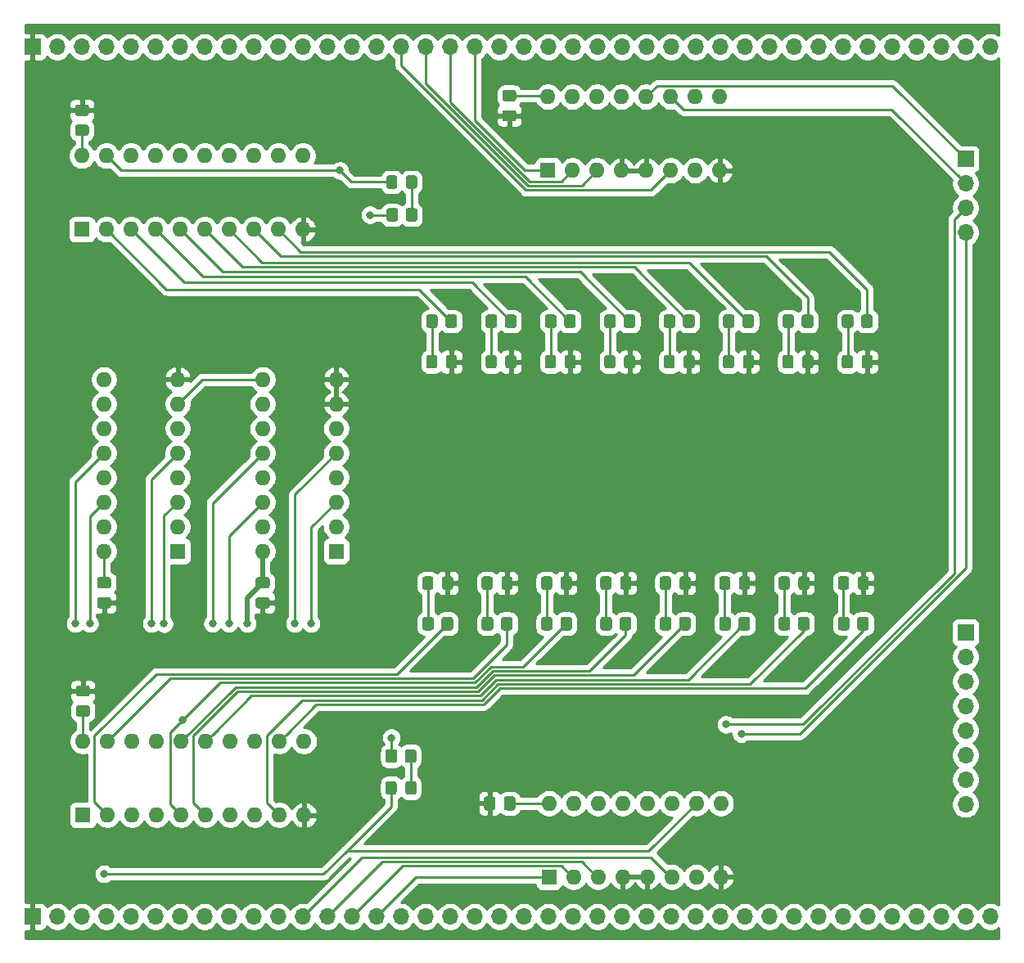
<source format=gtl>
G04 #@! TF.GenerationSoftware,KiCad,Pcbnew,(5.1.9)-1*
G04 #@! TF.CreationDate,2022-07-23T11:43:12-04:00*
G04 #@! TF.ProjectId,d-register,642d7265-6769-4737-9465-722e6b696361,2.0*
G04 #@! TF.SameCoordinates,Original*
G04 #@! TF.FileFunction,Copper,L1,Top*
G04 #@! TF.FilePolarity,Positive*
%FSLAX46Y46*%
G04 Gerber Fmt 4.6, Leading zero omitted, Abs format (unit mm)*
G04 Created by KiCad (PCBNEW (5.1.9)-1) date 2022-07-23 11:43:12*
%MOMM*%
%LPD*%
G01*
G04 APERTURE LIST*
G04 #@! TA.AperFunction,ComponentPad*
%ADD10O,1.700000X1.700000*%
G04 #@! TD*
G04 #@! TA.AperFunction,ComponentPad*
%ADD11R,1.700000X1.700000*%
G04 #@! TD*
G04 #@! TA.AperFunction,ComponentPad*
%ADD12O,1.600000X1.600000*%
G04 #@! TD*
G04 #@! TA.AperFunction,ComponentPad*
%ADD13R,1.600000X1.600000*%
G04 #@! TD*
G04 #@! TA.AperFunction,ViaPad*
%ADD14C,0.800000*%
G04 #@! TD*
G04 #@! TA.AperFunction,Conductor*
%ADD15C,0.250000*%
G04 #@! TD*
G04 #@! TA.AperFunction,Conductor*
%ADD16C,0.500000*%
G04 #@! TD*
G04 #@! TA.AperFunction,Conductor*
%ADD17C,0.254000*%
G04 #@! TD*
G04 #@! TA.AperFunction,Conductor*
%ADD18C,0.100000*%
G04 #@! TD*
G04 APERTURE END LIST*
D10*
X182900000Y-65220000D03*
X182900000Y-62680000D03*
X182900000Y-60140000D03*
D11*
X182900000Y-57600000D03*
D12*
X91500000Y-57280000D03*
X114360000Y-64900000D03*
X94040000Y-57280000D03*
X111820000Y-64900000D03*
X96580000Y-57280000D03*
X109280000Y-64900000D03*
X99120000Y-57280000D03*
X106740000Y-64900000D03*
X101660000Y-57280000D03*
X104200000Y-64900000D03*
X104200000Y-57280000D03*
X101660000Y-64900000D03*
X106740000Y-57280000D03*
X99120000Y-64900000D03*
X109280000Y-57280000D03*
X96580000Y-64900000D03*
X111820000Y-57280000D03*
X94040000Y-64900000D03*
X114360000Y-57280000D03*
D13*
X91500000Y-64900000D03*
G04 #@! TA.AperFunction,SMDPad,CuDef*
G36*
G01*
X124900000Y-119850001D02*
X124900000Y-118949999D01*
G75*
G02*
X125149999Y-118700000I249999J0D01*
G01*
X125850001Y-118700000D01*
G75*
G02*
X126100000Y-118949999I0J-249999D01*
G01*
X126100000Y-119850001D01*
G75*
G02*
X125850001Y-120100000I-249999J0D01*
G01*
X125149999Y-120100000D01*
G75*
G02*
X124900000Y-119850001I0J249999D01*
G01*
G37*
G04 #@! TD.AperFunction*
G04 #@! TA.AperFunction,SMDPad,CuDef*
G36*
G01*
X122900000Y-119850001D02*
X122900000Y-118949999D01*
G75*
G02*
X123149999Y-118700000I249999J0D01*
G01*
X123850001Y-118700000D01*
G75*
G02*
X124100000Y-118949999I0J-249999D01*
G01*
X124100000Y-119850001D01*
G75*
G02*
X123850001Y-120100000I-249999J0D01*
G01*
X123149999Y-120100000D01*
G75*
G02*
X122900000Y-119850001I0J249999D01*
G01*
G37*
G04 #@! TD.AperFunction*
G04 #@! TA.AperFunction,SMDPad,CuDef*
G36*
G01*
X124950000Y-123150001D02*
X124950000Y-122249999D01*
G75*
G02*
X125199999Y-122000000I249999J0D01*
G01*
X125850001Y-122000000D01*
G75*
G02*
X126100000Y-122249999I0J-249999D01*
G01*
X126100000Y-123150001D01*
G75*
G02*
X125850001Y-123400000I-249999J0D01*
G01*
X125199999Y-123400000D01*
G75*
G02*
X124950000Y-123150001I0J249999D01*
G01*
G37*
G04 #@! TD.AperFunction*
G04 #@! TA.AperFunction,SMDPad,CuDef*
G36*
G01*
X122900000Y-123150001D02*
X122900000Y-122249999D01*
G75*
G02*
X123149999Y-122000000I249999J0D01*
G01*
X123800001Y-122000000D01*
G75*
G02*
X124050000Y-122249999I0J-249999D01*
G01*
X124050000Y-123150001D01*
G75*
G02*
X123800001Y-123400000I-249999J0D01*
G01*
X123149999Y-123400000D01*
G75*
G02*
X122900000Y-123150001I0J249999D01*
G01*
G37*
G04 #@! TD.AperFunction*
G04 #@! TA.AperFunction,SMDPad,CuDef*
G36*
G01*
X125000000Y-63850001D02*
X125000000Y-62949999D01*
G75*
G02*
X125249999Y-62700000I249999J0D01*
G01*
X125950001Y-62700000D01*
G75*
G02*
X126200000Y-62949999I0J-249999D01*
G01*
X126200000Y-63850001D01*
G75*
G02*
X125950001Y-64100000I-249999J0D01*
G01*
X125249999Y-64100000D01*
G75*
G02*
X125000000Y-63850001I0J249999D01*
G01*
G37*
G04 #@! TD.AperFunction*
G04 #@! TA.AperFunction,SMDPad,CuDef*
G36*
G01*
X123000000Y-63850001D02*
X123000000Y-62949999D01*
G75*
G02*
X123249999Y-62700000I249999J0D01*
G01*
X123950001Y-62700000D01*
G75*
G02*
X124200000Y-62949999I0J-249999D01*
G01*
X124200000Y-63850001D01*
G75*
G02*
X123950001Y-64100000I-249999J0D01*
G01*
X123249999Y-64100000D01*
G75*
G02*
X123000000Y-63850001I0J249999D01*
G01*
G37*
G04 #@! TD.AperFunction*
G04 #@! TA.AperFunction,SMDPad,CuDef*
G36*
G01*
X125025000Y-60450001D02*
X125025000Y-59549999D01*
G75*
G02*
X125274999Y-59300000I249999J0D01*
G01*
X125925001Y-59300000D01*
G75*
G02*
X126175000Y-59549999I0J-249999D01*
G01*
X126175000Y-60450001D01*
G75*
G02*
X125925001Y-60700000I-249999J0D01*
G01*
X125274999Y-60700000D01*
G75*
G02*
X125025000Y-60450001I0J249999D01*
G01*
G37*
G04 #@! TD.AperFunction*
G04 #@! TA.AperFunction,SMDPad,CuDef*
G36*
G01*
X122975000Y-60450001D02*
X122975000Y-59549999D01*
G75*
G02*
X123224999Y-59300000I249999J0D01*
G01*
X123875001Y-59300000D01*
G75*
G02*
X124125000Y-59549999I0J-249999D01*
G01*
X124125000Y-60450001D01*
G75*
G02*
X123875001Y-60700000I-249999J0D01*
G01*
X123224999Y-60700000D01*
G75*
G02*
X122975000Y-60450001I0J249999D01*
G01*
G37*
G04 #@! TD.AperFunction*
D12*
X93780000Y-98200000D03*
X101400000Y-80420000D03*
X93780000Y-95660000D03*
X101400000Y-82960000D03*
X93780000Y-93120000D03*
X101400000Y-85500000D03*
X93780000Y-90580000D03*
X101400000Y-88040000D03*
X93780000Y-88040000D03*
X101400000Y-90580000D03*
X93780000Y-85500000D03*
X101400000Y-93120000D03*
X93780000Y-82960000D03*
X101400000Y-95660000D03*
X93780000Y-80420000D03*
D13*
X101400000Y-98200000D03*
D12*
X110180000Y-98200000D03*
X117800000Y-80420000D03*
X110180000Y-95660000D03*
X117800000Y-82960000D03*
X110180000Y-93120000D03*
X117800000Y-85500000D03*
X110180000Y-90580000D03*
X117800000Y-88040000D03*
X110180000Y-88040000D03*
X117800000Y-90580000D03*
X110180000Y-85500000D03*
X117800000Y-93120000D03*
X110180000Y-82960000D03*
X117800000Y-95660000D03*
X110180000Y-80420000D03*
D13*
X117800000Y-98200000D03*
D10*
X182900000Y-124380000D03*
X182900000Y-121840000D03*
X182900000Y-119300000D03*
X182900000Y-116760000D03*
X182900000Y-114220000D03*
X182900000Y-111680000D03*
X182900000Y-109140000D03*
D11*
X182900000Y-106600000D03*
D12*
X139800000Y-124280000D03*
X157580000Y-131900000D03*
X142340000Y-124280000D03*
X155040000Y-131900000D03*
X144880000Y-124280000D03*
X152500000Y-131900000D03*
X147420000Y-124280000D03*
X149960000Y-131900000D03*
X149960000Y-124280000D03*
X147420000Y-131900000D03*
X152500000Y-124280000D03*
X144880000Y-131900000D03*
X155040000Y-124280000D03*
X142340000Y-131900000D03*
X157580000Y-124280000D03*
D13*
X139800000Y-131900000D03*
D12*
X139700000Y-51180000D03*
X157480000Y-58800000D03*
X142240000Y-51180000D03*
X154940000Y-58800000D03*
X144780000Y-51180000D03*
X152400000Y-58800000D03*
X147320000Y-51180000D03*
X149860000Y-58800000D03*
X149860000Y-51180000D03*
X147320000Y-58800000D03*
X152400000Y-51180000D03*
X144780000Y-58800000D03*
X154940000Y-51180000D03*
X142240000Y-58800000D03*
X157480000Y-51180000D03*
D13*
X139700000Y-58800000D03*
G04 #@! TA.AperFunction,SMDPad,CuDef*
G36*
G01*
X94275000Y-102050000D02*
X93325000Y-102050000D01*
G75*
G02*
X93075000Y-101800000I0J250000D01*
G01*
X93075000Y-101125000D01*
G75*
G02*
X93325000Y-100875000I250000J0D01*
G01*
X94275000Y-100875000D01*
G75*
G02*
X94525000Y-101125000I0J-250000D01*
G01*
X94525000Y-101800000D01*
G75*
G02*
X94275000Y-102050000I-250000J0D01*
G01*
G37*
G04 #@! TD.AperFunction*
G04 #@! TA.AperFunction,SMDPad,CuDef*
G36*
G01*
X94275000Y-104125000D02*
X93325000Y-104125000D01*
G75*
G02*
X93075000Y-103875000I0J250000D01*
G01*
X93075000Y-103200000D01*
G75*
G02*
X93325000Y-102950000I250000J0D01*
G01*
X94275000Y-102950000D01*
G75*
G02*
X94525000Y-103200000I0J-250000D01*
G01*
X94525000Y-103875000D01*
G75*
G02*
X94275000Y-104125000I-250000J0D01*
G01*
G37*
G04 #@! TD.AperFunction*
G04 #@! TA.AperFunction,SMDPad,CuDef*
G36*
G01*
X110675000Y-102050000D02*
X109725000Y-102050000D01*
G75*
G02*
X109475000Y-101800000I0J250000D01*
G01*
X109475000Y-101125000D01*
G75*
G02*
X109725000Y-100875000I250000J0D01*
G01*
X110675000Y-100875000D01*
G75*
G02*
X110925000Y-101125000I0J-250000D01*
G01*
X110925000Y-101800000D01*
G75*
G02*
X110675000Y-102050000I-250000J0D01*
G01*
G37*
G04 #@! TD.AperFunction*
G04 #@! TA.AperFunction,SMDPad,CuDef*
G36*
G01*
X110675000Y-104125000D02*
X109725000Y-104125000D01*
G75*
G02*
X109475000Y-103875000I0J250000D01*
G01*
X109475000Y-103200000D01*
G75*
G02*
X109725000Y-102950000I250000J0D01*
G01*
X110675000Y-102950000D01*
G75*
G02*
X110925000Y-103200000I0J-250000D01*
G01*
X110925000Y-103875000D01*
G75*
G02*
X110675000Y-104125000I-250000J0D01*
G01*
G37*
G04 #@! TD.AperFunction*
G04 #@! TA.AperFunction,SMDPad,CuDef*
G36*
G01*
X91025000Y-54050000D02*
X91975000Y-54050000D01*
G75*
G02*
X92225000Y-54300000I0J-250000D01*
G01*
X92225000Y-54975000D01*
G75*
G02*
X91975000Y-55225000I-250000J0D01*
G01*
X91025000Y-55225000D01*
G75*
G02*
X90775000Y-54975000I0J250000D01*
G01*
X90775000Y-54300000D01*
G75*
G02*
X91025000Y-54050000I250000J0D01*
G01*
G37*
G04 #@! TD.AperFunction*
G04 #@! TA.AperFunction,SMDPad,CuDef*
G36*
G01*
X91025000Y-51975000D02*
X91975000Y-51975000D01*
G75*
G02*
X92225000Y-52225000I0J-250000D01*
G01*
X92225000Y-52900000D01*
G75*
G02*
X91975000Y-53150000I-250000J0D01*
G01*
X91025000Y-53150000D01*
G75*
G02*
X90775000Y-52900000I0J250000D01*
G01*
X90775000Y-52225000D01*
G75*
G02*
X91025000Y-51975000I250000J0D01*
G01*
G37*
G04 #@! TD.AperFunction*
G04 #@! TA.AperFunction,SMDPad,CuDef*
G36*
G01*
X91125000Y-114150000D02*
X92075000Y-114150000D01*
G75*
G02*
X92325000Y-114400000I0J-250000D01*
G01*
X92325000Y-115075000D01*
G75*
G02*
X92075000Y-115325000I-250000J0D01*
G01*
X91125000Y-115325000D01*
G75*
G02*
X90875000Y-115075000I0J250000D01*
G01*
X90875000Y-114400000D01*
G75*
G02*
X91125000Y-114150000I250000J0D01*
G01*
G37*
G04 #@! TD.AperFunction*
G04 #@! TA.AperFunction,SMDPad,CuDef*
G36*
G01*
X91125000Y-112075000D02*
X92075000Y-112075000D01*
G75*
G02*
X92325000Y-112325000I0J-250000D01*
G01*
X92325000Y-113000000D01*
G75*
G02*
X92075000Y-113250000I-250000J0D01*
G01*
X91125000Y-113250000D01*
G75*
G02*
X90875000Y-113000000I0J250000D01*
G01*
X90875000Y-112325000D01*
G75*
G02*
X91125000Y-112075000I250000J0D01*
G01*
G37*
G04 #@! TD.AperFunction*
G04 #@! TA.AperFunction,SMDPad,CuDef*
G36*
G01*
X136175000Y-51650000D02*
X135225000Y-51650000D01*
G75*
G02*
X134975000Y-51400000I0J250000D01*
G01*
X134975000Y-50725000D01*
G75*
G02*
X135225000Y-50475000I250000J0D01*
G01*
X136175000Y-50475000D01*
G75*
G02*
X136425000Y-50725000I0J-250000D01*
G01*
X136425000Y-51400000D01*
G75*
G02*
X136175000Y-51650000I-250000J0D01*
G01*
G37*
G04 #@! TD.AperFunction*
G04 #@! TA.AperFunction,SMDPad,CuDef*
G36*
G01*
X136175000Y-53725000D02*
X135225000Y-53725000D01*
G75*
G02*
X134975000Y-53475000I0J250000D01*
G01*
X134975000Y-52800000D01*
G75*
G02*
X135225000Y-52550000I250000J0D01*
G01*
X136175000Y-52550000D01*
G75*
G02*
X136425000Y-52800000I0J-250000D01*
G01*
X136425000Y-53475000D01*
G75*
G02*
X136175000Y-53725000I-250000J0D01*
G01*
G37*
G04 #@! TD.AperFunction*
G04 #@! TA.AperFunction,SMDPad,CuDef*
G36*
G01*
X135150000Y-124775000D02*
X135150000Y-123825000D01*
G75*
G02*
X135400000Y-123575000I250000J0D01*
G01*
X136075000Y-123575000D01*
G75*
G02*
X136325000Y-123825000I0J-250000D01*
G01*
X136325000Y-124775000D01*
G75*
G02*
X136075000Y-125025000I-250000J0D01*
G01*
X135400000Y-125025000D01*
G75*
G02*
X135150000Y-124775000I0J250000D01*
G01*
G37*
G04 #@! TD.AperFunction*
G04 #@! TA.AperFunction,SMDPad,CuDef*
G36*
G01*
X133075000Y-124775000D02*
X133075000Y-123825000D01*
G75*
G02*
X133325000Y-123575000I250000J0D01*
G01*
X134000000Y-123575000D01*
G75*
G02*
X134250000Y-123825000I0J-250000D01*
G01*
X134250000Y-124775000D01*
G75*
G02*
X134000000Y-125025000I-250000J0D01*
G01*
X133325000Y-125025000D01*
G75*
G02*
X133075000Y-124775000I0J250000D01*
G01*
G37*
G04 #@! TD.AperFunction*
D12*
X91600000Y-117880000D03*
X114460000Y-125500000D03*
X94140000Y-117880000D03*
X111920000Y-125500000D03*
X96680000Y-117880000D03*
X109380000Y-125500000D03*
X99220000Y-117880000D03*
X106840000Y-125500000D03*
X101760000Y-117880000D03*
X104300000Y-125500000D03*
X104300000Y-117880000D03*
X101760000Y-125500000D03*
X106840000Y-117880000D03*
X99220000Y-125500000D03*
X109380000Y-117880000D03*
X96680000Y-125500000D03*
X111920000Y-117880000D03*
X94140000Y-125500000D03*
X114460000Y-117880000D03*
D13*
X91600000Y-125500000D03*
G04 #@! TA.AperFunction,SMDPad,CuDef*
G36*
G01*
X129100000Y-74850001D02*
X129100000Y-73949999D01*
G75*
G02*
X129349999Y-73700000I249999J0D01*
G01*
X130050001Y-73700000D01*
G75*
G02*
X130300000Y-73949999I0J-249999D01*
G01*
X130300000Y-74850001D01*
G75*
G02*
X130050001Y-75100000I-249999J0D01*
G01*
X129349999Y-75100000D01*
G75*
G02*
X129100000Y-74850001I0J249999D01*
G01*
G37*
G04 #@! TD.AperFunction*
G04 #@! TA.AperFunction,SMDPad,CuDef*
G36*
G01*
X127100000Y-74850001D02*
X127100000Y-73949999D01*
G75*
G02*
X127349999Y-73700000I249999J0D01*
G01*
X128050001Y-73700000D01*
G75*
G02*
X128300000Y-73949999I0J-249999D01*
G01*
X128300000Y-74850001D01*
G75*
G02*
X128050001Y-75100000I-249999J0D01*
G01*
X127349999Y-75100000D01*
G75*
G02*
X127100000Y-74850001I0J249999D01*
G01*
G37*
G04 #@! TD.AperFunction*
G04 #@! TA.AperFunction,SMDPad,CuDef*
G36*
G01*
X135242857Y-74850001D02*
X135242857Y-73949999D01*
G75*
G02*
X135492856Y-73700000I249999J0D01*
G01*
X136192858Y-73700000D01*
G75*
G02*
X136442857Y-73949999I0J-249999D01*
G01*
X136442857Y-74850001D01*
G75*
G02*
X136192858Y-75100000I-249999J0D01*
G01*
X135492856Y-75100000D01*
G75*
G02*
X135242857Y-74850001I0J249999D01*
G01*
G37*
G04 #@! TD.AperFunction*
G04 #@! TA.AperFunction,SMDPad,CuDef*
G36*
G01*
X133242857Y-74850001D02*
X133242857Y-73949999D01*
G75*
G02*
X133492856Y-73700000I249999J0D01*
G01*
X134192858Y-73700000D01*
G75*
G02*
X134442857Y-73949999I0J-249999D01*
G01*
X134442857Y-74850001D01*
G75*
G02*
X134192858Y-75100000I-249999J0D01*
G01*
X133492856Y-75100000D01*
G75*
G02*
X133242857Y-74850001I0J249999D01*
G01*
G37*
G04 #@! TD.AperFunction*
G04 #@! TA.AperFunction,SMDPad,CuDef*
G36*
G01*
X141385714Y-74850001D02*
X141385714Y-73949999D01*
G75*
G02*
X141635713Y-73700000I249999J0D01*
G01*
X142335715Y-73700000D01*
G75*
G02*
X142585714Y-73949999I0J-249999D01*
G01*
X142585714Y-74850001D01*
G75*
G02*
X142335715Y-75100000I-249999J0D01*
G01*
X141635713Y-75100000D01*
G75*
G02*
X141385714Y-74850001I0J249999D01*
G01*
G37*
G04 #@! TD.AperFunction*
G04 #@! TA.AperFunction,SMDPad,CuDef*
G36*
G01*
X139385714Y-74850001D02*
X139385714Y-73949999D01*
G75*
G02*
X139635713Y-73700000I249999J0D01*
G01*
X140335715Y-73700000D01*
G75*
G02*
X140585714Y-73949999I0J-249999D01*
G01*
X140585714Y-74850001D01*
G75*
G02*
X140335715Y-75100000I-249999J0D01*
G01*
X139635713Y-75100000D01*
G75*
G02*
X139385714Y-74850001I0J249999D01*
G01*
G37*
G04 #@! TD.AperFunction*
G04 #@! TA.AperFunction,SMDPad,CuDef*
G36*
G01*
X147528571Y-74850001D02*
X147528571Y-73949999D01*
G75*
G02*
X147778570Y-73700000I249999J0D01*
G01*
X148478572Y-73700000D01*
G75*
G02*
X148728571Y-73949999I0J-249999D01*
G01*
X148728571Y-74850001D01*
G75*
G02*
X148478572Y-75100000I-249999J0D01*
G01*
X147778570Y-75100000D01*
G75*
G02*
X147528571Y-74850001I0J249999D01*
G01*
G37*
G04 #@! TD.AperFunction*
G04 #@! TA.AperFunction,SMDPad,CuDef*
G36*
G01*
X145528571Y-74850001D02*
X145528571Y-73949999D01*
G75*
G02*
X145778570Y-73700000I249999J0D01*
G01*
X146478572Y-73700000D01*
G75*
G02*
X146728571Y-73949999I0J-249999D01*
G01*
X146728571Y-74850001D01*
G75*
G02*
X146478572Y-75100000I-249999J0D01*
G01*
X145778570Y-75100000D01*
G75*
G02*
X145528571Y-74850001I0J249999D01*
G01*
G37*
G04 #@! TD.AperFunction*
G04 #@! TA.AperFunction,SMDPad,CuDef*
G36*
G01*
X153671428Y-74850001D02*
X153671428Y-73949999D01*
G75*
G02*
X153921427Y-73700000I249999J0D01*
G01*
X154621429Y-73700000D01*
G75*
G02*
X154871428Y-73949999I0J-249999D01*
G01*
X154871428Y-74850001D01*
G75*
G02*
X154621429Y-75100000I-249999J0D01*
G01*
X153921427Y-75100000D01*
G75*
G02*
X153671428Y-74850001I0J249999D01*
G01*
G37*
G04 #@! TD.AperFunction*
G04 #@! TA.AperFunction,SMDPad,CuDef*
G36*
G01*
X151671428Y-74850001D02*
X151671428Y-73949999D01*
G75*
G02*
X151921427Y-73700000I249999J0D01*
G01*
X152621429Y-73700000D01*
G75*
G02*
X152871428Y-73949999I0J-249999D01*
G01*
X152871428Y-74850001D01*
G75*
G02*
X152621429Y-75100000I-249999J0D01*
G01*
X151921427Y-75100000D01*
G75*
G02*
X151671428Y-74850001I0J249999D01*
G01*
G37*
G04 #@! TD.AperFunction*
G04 #@! TA.AperFunction,SMDPad,CuDef*
G36*
G01*
X159814285Y-74850001D02*
X159814285Y-73949999D01*
G75*
G02*
X160064284Y-73700000I249999J0D01*
G01*
X160764286Y-73700000D01*
G75*
G02*
X161014285Y-73949999I0J-249999D01*
G01*
X161014285Y-74850001D01*
G75*
G02*
X160764286Y-75100000I-249999J0D01*
G01*
X160064284Y-75100000D01*
G75*
G02*
X159814285Y-74850001I0J249999D01*
G01*
G37*
G04 #@! TD.AperFunction*
G04 #@! TA.AperFunction,SMDPad,CuDef*
G36*
G01*
X157814285Y-74850001D02*
X157814285Y-73949999D01*
G75*
G02*
X158064284Y-73700000I249999J0D01*
G01*
X158764286Y-73700000D01*
G75*
G02*
X159014285Y-73949999I0J-249999D01*
G01*
X159014285Y-74850001D01*
G75*
G02*
X158764286Y-75100000I-249999J0D01*
G01*
X158064284Y-75100000D01*
G75*
G02*
X157814285Y-74850001I0J249999D01*
G01*
G37*
G04 #@! TD.AperFunction*
G04 #@! TA.AperFunction,SMDPad,CuDef*
G36*
G01*
X165957142Y-74850001D02*
X165957142Y-73949999D01*
G75*
G02*
X166207141Y-73700000I249999J0D01*
G01*
X166907143Y-73700000D01*
G75*
G02*
X167157142Y-73949999I0J-249999D01*
G01*
X167157142Y-74850001D01*
G75*
G02*
X166907143Y-75100000I-249999J0D01*
G01*
X166207141Y-75100000D01*
G75*
G02*
X165957142Y-74850001I0J249999D01*
G01*
G37*
G04 #@! TD.AperFunction*
G04 #@! TA.AperFunction,SMDPad,CuDef*
G36*
G01*
X163957142Y-74850001D02*
X163957142Y-73949999D01*
G75*
G02*
X164207141Y-73700000I249999J0D01*
G01*
X164907143Y-73700000D01*
G75*
G02*
X165157142Y-73949999I0J-249999D01*
G01*
X165157142Y-74850001D01*
G75*
G02*
X164907143Y-75100000I-249999J0D01*
G01*
X164207141Y-75100000D01*
G75*
G02*
X163957142Y-74850001I0J249999D01*
G01*
G37*
G04 #@! TD.AperFunction*
G04 #@! TA.AperFunction,SMDPad,CuDef*
G36*
G01*
X172100000Y-74850001D02*
X172100000Y-73949999D01*
G75*
G02*
X172349999Y-73700000I249999J0D01*
G01*
X173050001Y-73700000D01*
G75*
G02*
X173300000Y-73949999I0J-249999D01*
G01*
X173300000Y-74850001D01*
G75*
G02*
X173050001Y-75100000I-249999J0D01*
G01*
X172349999Y-75100000D01*
G75*
G02*
X172100000Y-74850001I0J249999D01*
G01*
G37*
G04 #@! TD.AperFunction*
G04 #@! TA.AperFunction,SMDPad,CuDef*
G36*
G01*
X170100000Y-74850001D02*
X170100000Y-73949999D01*
G75*
G02*
X170349999Y-73700000I249999J0D01*
G01*
X171050001Y-73700000D01*
G75*
G02*
X171300000Y-73949999I0J-249999D01*
G01*
X171300000Y-74850001D01*
G75*
G02*
X171050001Y-75100000I-249999J0D01*
G01*
X170349999Y-75100000D01*
G75*
G02*
X170100000Y-74850001I0J249999D01*
G01*
G37*
G04 #@! TD.AperFunction*
G04 #@! TA.AperFunction,SMDPad,CuDef*
G36*
G01*
X128700000Y-106150001D02*
X128700000Y-105249999D01*
G75*
G02*
X128949999Y-105000000I249999J0D01*
G01*
X129650001Y-105000000D01*
G75*
G02*
X129900000Y-105249999I0J-249999D01*
G01*
X129900000Y-106150001D01*
G75*
G02*
X129650001Y-106400000I-249999J0D01*
G01*
X128949999Y-106400000D01*
G75*
G02*
X128700000Y-106150001I0J249999D01*
G01*
G37*
G04 #@! TD.AperFunction*
G04 #@! TA.AperFunction,SMDPad,CuDef*
G36*
G01*
X126700000Y-106150001D02*
X126700000Y-105249999D01*
G75*
G02*
X126949999Y-105000000I249999J0D01*
G01*
X127650001Y-105000000D01*
G75*
G02*
X127900000Y-105249999I0J-249999D01*
G01*
X127900000Y-106150001D01*
G75*
G02*
X127650001Y-106400000I-249999J0D01*
G01*
X126949999Y-106400000D01*
G75*
G02*
X126700000Y-106150001I0J249999D01*
G01*
G37*
G04 #@! TD.AperFunction*
G04 #@! TA.AperFunction,SMDPad,CuDef*
G36*
G01*
X134842857Y-106150001D02*
X134842857Y-105249999D01*
G75*
G02*
X135092856Y-105000000I249999J0D01*
G01*
X135792858Y-105000000D01*
G75*
G02*
X136042857Y-105249999I0J-249999D01*
G01*
X136042857Y-106150001D01*
G75*
G02*
X135792858Y-106400000I-249999J0D01*
G01*
X135092856Y-106400000D01*
G75*
G02*
X134842857Y-106150001I0J249999D01*
G01*
G37*
G04 #@! TD.AperFunction*
G04 #@! TA.AperFunction,SMDPad,CuDef*
G36*
G01*
X132842857Y-106150001D02*
X132842857Y-105249999D01*
G75*
G02*
X133092856Y-105000000I249999J0D01*
G01*
X133792858Y-105000000D01*
G75*
G02*
X134042857Y-105249999I0J-249999D01*
G01*
X134042857Y-106150001D01*
G75*
G02*
X133792858Y-106400000I-249999J0D01*
G01*
X133092856Y-106400000D01*
G75*
G02*
X132842857Y-106150001I0J249999D01*
G01*
G37*
G04 #@! TD.AperFunction*
G04 #@! TA.AperFunction,SMDPad,CuDef*
G36*
G01*
X140985714Y-106150001D02*
X140985714Y-105249999D01*
G75*
G02*
X141235713Y-105000000I249999J0D01*
G01*
X141935715Y-105000000D01*
G75*
G02*
X142185714Y-105249999I0J-249999D01*
G01*
X142185714Y-106150001D01*
G75*
G02*
X141935715Y-106400000I-249999J0D01*
G01*
X141235713Y-106400000D01*
G75*
G02*
X140985714Y-106150001I0J249999D01*
G01*
G37*
G04 #@! TD.AperFunction*
G04 #@! TA.AperFunction,SMDPad,CuDef*
G36*
G01*
X138985714Y-106150001D02*
X138985714Y-105249999D01*
G75*
G02*
X139235713Y-105000000I249999J0D01*
G01*
X139935715Y-105000000D01*
G75*
G02*
X140185714Y-105249999I0J-249999D01*
G01*
X140185714Y-106150001D01*
G75*
G02*
X139935715Y-106400000I-249999J0D01*
G01*
X139235713Y-106400000D01*
G75*
G02*
X138985714Y-106150001I0J249999D01*
G01*
G37*
G04 #@! TD.AperFunction*
G04 #@! TA.AperFunction,SMDPad,CuDef*
G36*
G01*
X147128571Y-106150001D02*
X147128571Y-105249999D01*
G75*
G02*
X147378570Y-105000000I249999J0D01*
G01*
X148078572Y-105000000D01*
G75*
G02*
X148328571Y-105249999I0J-249999D01*
G01*
X148328571Y-106150001D01*
G75*
G02*
X148078572Y-106400000I-249999J0D01*
G01*
X147378570Y-106400000D01*
G75*
G02*
X147128571Y-106150001I0J249999D01*
G01*
G37*
G04 #@! TD.AperFunction*
G04 #@! TA.AperFunction,SMDPad,CuDef*
G36*
G01*
X145128571Y-106150001D02*
X145128571Y-105249999D01*
G75*
G02*
X145378570Y-105000000I249999J0D01*
G01*
X146078572Y-105000000D01*
G75*
G02*
X146328571Y-105249999I0J-249999D01*
G01*
X146328571Y-106150001D01*
G75*
G02*
X146078572Y-106400000I-249999J0D01*
G01*
X145378570Y-106400000D01*
G75*
G02*
X145128571Y-106150001I0J249999D01*
G01*
G37*
G04 #@! TD.AperFunction*
G04 #@! TA.AperFunction,SMDPad,CuDef*
G36*
G01*
X153271428Y-106150001D02*
X153271428Y-105249999D01*
G75*
G02*
X153521427Y-105000000I249999J0D01*
G01*
X154221429Y-105000000D01*
G75*
G02*
X154471428Y-105249999I0J-249999D01*
G01*
X154471428Y-106150001D01*
G75*
G02*
X154221429Y-106400000I-249999J0D01*
G01*
X153521427Y-106400000D01*
G75*
G02*
X153271428Y-106150001I0J249999D01*
G01*
G37*
G04 #@! TD.AperFunction*
G04 #@! TA.AperFunction,SMDPad,CuDef*
G36*
G01*
X151271428Y-106150001D02*
X151271428Y-105249999D01*
G75*
G02*
X151521427Y-105000000I249999J0D01*
G01*
X152221429Y-105000000D01*
G75*
G02*
X152471428Y-105249999I0J-249999D01*
G01*
X152471428Y-106150001D01*
G75*
G02*
X152221429Y-106400000I-249999J0D01*
G01*
X151521427Y-106400000D01*
G75*
G02*
X151271428Y-106150001I0J249999D01*
G01*
G37*
G04 #@! TD.AperFunction*
G04 #@! TA.AperFunction,SMDPad,CuDef*
G36*
G01*
X159414285Y-106150001D02*
X159414285Y-105249999D01*
G75*
G02*
X159664284Y-105000000I249999J0D01*
G01*
X160364286Y-105000000D01*
G75*
G02*
X160614285Y-105249999I0J-249999D01*
G01*
X160614285Y-106150001D01*
G75*
G02*
X160364286Y-106400000I-249999J0D01*
G01*
X159664284Y-106400000D01*
G75*
G02*
X159414285Y-106150001I0J249999D01*
G01*
G37*
G04 #@! TD.AperFunction*
G04 #@! TA.AperFunction,SMDPad,CuDef*
G36*
G01*
X157414285Y-106150001D02*
X157414285Y-105249999D01*
G75*
G02*
X157664284Y-105000000I249999J0D01*
G01*
X158364286Y-105000000D01*
G75*
G02*
X158614285Y-105249999I0J-249999D01*
G01*
X158614285Y-106150001D01*
G75*
G02*
X158364286Y-106400000I-249999J0D01*
G01*
X157664284Y-106400000D01*
G75*
G02*
X157414285Y-106150001I0J249999D01*
G01*
G37*
G04 #@! TD.AperFunction*
G04 #@! TA.AperFunction,SMDPad,CuDef*
G36*
G01*
X165557142Y-106150001D02*
X165557142Y-105249999D01*
G75*
G02*
X165807141Y-105000000I249999J0D01*
G01*
X166507143Y-105000000D01*
G75*
G02*
X166757142Y-105249999I0J-249999D01*
G01*
X166757142Y-106150001D01*
G75*
G02*
X166507143Y-106400000I-249999J0D01*
G01*
X165807141Y-106400000D01*
G75*
G02*
X165557142Y-106150001I0J249999D01*
G01*
G37*
G04 #@! TD.AperFunction*
G04 #@! TA.AperFunction,SMDPad,CuDef*
G36*
G01*
X163557142Y-106150001D02*
X163557142Y-105249999D01*
G75*
G02*
X163807141Y-105000000I249999J0D01*
G01*
X164507143Y-105000000D01*
G75*
G02*
X164757142Y-105249999I0J-249999D01*
G01*
X164757142Y-106150001D01*
G75*
G02*
X164507143Y-106400000I-249999J0D01*
G01*
X163807141Y-106400000D01*
G75*
G02*
X163557142Y-106150001I0J249999D01*
G01*
G37*
G04 #@! TD.AperFunction*
G04 #@! TA.AperFunction,SMDPad,CuDef*
G36*
G01*
X171700000Y-106150001D02*
X171700000Y-105249999D01*
G75*
G02*
X171949999Y-105000000I249999J0D01*
G01*
X172650001Y-105000000D01*
G75*
G02*
X172900000Y-105249999I0J-249999D01*
G01*
X172900000Y-106150001D01*
G75*
G02*
X172650001Y-106400000I-249999J0D01*
G01*
X171949999Y-106400000D01*
G75*
G02*
X171700000Y-106150001I0J249999D01*
G01*
G37*
G04 #@! TD.AperFunction*
G04 #@! TA.AperFunction,SMDPad,CuDef*
G36*
G01*
X169700000Y-106150001D02*
X169700000Y-105249999D01*
G75*
G02*
X169949999Y-105000000I249999J0D01*
G01*
X170650001Y-105000000D01*
G75*
G02*
X170900000Y-105249999I0J-249999D01*
G01*
X170900000Y-106150001D01*
G75*
G02*
X170650001Y-106400000I-249999J0D01*
G01*
X169949999Y-106400000D01*
G75*
G02*
X169700000Y-106150001I0J249999D01*
G01*
G37*
G04 #@! TD.AperFunction*
G04 #@! TA.AperFunction,SMDPad,CuDef*
G36*
G01*
X128250000Y-78149999D02*
X128250000Y-79050001D01*
G75*
G02*
X128000001Y-79300000I-249999J0D01*
G01*
X127349999Y-79300000D01*
G75*
G02*
X127100000Y-79050001I0J249999D01*
G01*
X127100000Y-78149999D01*
G75*
G02*
X127349999Y-77900000I249999J0D01*
G01*
X128000001Y-77900000D01*
G75*
G02*
X128250000Y-78149999I0J-249999D01*
G01*
G37*
G04 #@! TD.AperFunction*
G04 #@! TA.AperFunction,SMDPad,CuDef*
G36*
G01*
X130300000Y-78149999D02*
X130300000Y-79050001D01*
G75*
G02*
X130050001Y-79300000I-249999J0D01*
G01*
X129399999Y-79300000D01*
G75*
G02*
X129150000Y-79050001I0J249999D01*
G01*
X129150000Y-78149999D01*
G75*
G02*
X129399999Y-77900000I249999J0D01*
G01*
X130050001Y-77900000D01*
G75*
G02*
X130300000Y-78149999I0J-249999D01*
G01*
G37*
G04 #@! TD.AperFunction*
G04 #@! TA.AperFunction,SMDPad,CuDef*
G36*
G01*
X134392857Y-78149999D02*
X134392857Y-79050001D01*
G75*
G02*
X134142858Y-79300000I-249999J0D01*
G01*
X133492856Y-79300000D01*
G75*
G02*
X133242857Y-79050001I0J249999D01*
G01*
X133242857Y-78149999D01*
G75*
G02*
X133492856Y-77900000I249999J0D01*
G01*
X134142858Y-77900000D01*
G75*
G02*
X134392857Y-78149999I0J-249999D01*
G01*
G37*
G04 #@! TD.AperFunction*
G04 #@! TA.AperFunction,SMDPad,CuDef*
G36*
G01*
X136442857Y-78149999D02*
X136442857Y-79050001D01*
G75*
G02*
X136192858Y-79300000I-249999J0D01*
G01*
X135542856Y-79300000D01*
G75*
G02*
X135292857Y-79050001I0J249999D01*
G01*
X135292857Y-78149999D01*
G75*
G02*
X135542856Y-77900000I249999J0D01*
G01*
X136192858Y-77900000D01*
G75*
G02*
X136442857Y-78149999I0J-249999D01*
G01*
G37*
G04 #@! TD.AperFunction*
G04 #@! TA.AperFunction,SMDPad,CuDef*
G36*
G01*
X140535714Y-78149999D02*
X140535714Y-79050001D01*
G75*
G02*
X140285715Y-79300000I-249999J0D01*
G01*
X139635713Y-79300000D01*
G75*
G02*
X139385714Y-79050001I0J249999D01*
G01*
X139385714Y-78149999D01*
G75*
G02*
X139635713Y-77900000I249999J0D01*
G01*
X140285715Y-77900000D01*
G75*
G02*
X140535714Y-78149999I0J-249999D01*
G01*
G37*
G04 #@! TD.AperFunction*
G04 #@! TA.AperFunction,SMDPad,CuDef*
G36*
G01*
X142585714Y-78149999D02*
X142585714Y-79050001D01*
G75*
G02*
X142335715Y-79300000I-249999J0D01*
G01*
X141685713Y-79300000D01*
G75*
G02*
X141435714Y-79050001I0J249999D01*
G01*
X141435714Y-78149999D01*
G75*
G02*
X141685713Y-77900000I249999J0D01*
G01*
X142335715Y-77900000D01*
G75*
G02*
X142585714Y-78149999I0J-249999D01*
G01*
G37*
G04 #@! TD.AperFunction*
G04 #@! TA.AperFunction,SMDPad,CuDef*
G36*
G01*
X146678571Y-78149999D02*
X146678571Y-79050001D01*
G75*
G02*
X146428572Y-79300000I-249999J0D01*
G01*
X145778570Y-79300000D01*
G75*
G02*
X145528571Y-79050001I0J249999D01*
G01*
X145528571Y-78149999D01*
G75*
G02*
X145778570Y-77900000I249999J0D01*
G01*
X146428572Y-77900000D01*
G75*
G02*
X146678571Y-78149999I0J-249999D01*
G01*
G37*
G04 #@! TD.AperFunction*
G04 #@! TA.AperFunction,SMDPad,CuDef*
G36*
G01*
X148728571Y-78149999D02*
X148728571Y-79050001D01*
G75*
G02*
X148478572Y-79300000I-249999J0D01*
G01*
X147828570Y-79300000D01*
G75*
G02*
X147578571Y-79050001I0J249999D01*
G01*
X147578571Y-78149999D01*
G75*
G02*
X147828570Y-77900000I249999J0D01*
G01*
X148478572Y-77900000D01*
G75*
G02*
X148728571Y-78149999I0J-249999D01*
G01*
G37*
G04 #@! TD.AperFunction*
G04 #@! TA.AperFunction,SMDPad,CuDef*
G36*
G01*
X152821428Y-78149999D02*
X152821428Y-79050001D01*
G75*
G02*
X152571429Y-79300000I-249999J0D01*
G01*
X151921427Y-79300000D01*
G75*
G02*
X151671428Y-79050001I0J249999D01*
G01*
X151671428Y-78149999D01*
G75*
G02*
X151921427Y-77900000I249999J0D01*
G01*
X152571429Y-77900000D01*
G75*
G02*
X152821428Y-78149999I0J-249999D01*
G01*
G37*
G04 #@! TD.AperFunction*
G04 #@! TA.AperFunction,SMDPad,CuDef*
G36*
G01*
X154871428Y-78149999D02*
X154871428Y-79050001D01*
G75*
G02*
X154621429Y-79300000I-249999J0D01*
G01*
X153971427Y-79300000D01*
G75*
G02*
X153721428Y-79050001I0J249999D01*
G01*
X153721428Y-78149999D01*
G75*
G02*
X153971427Y-77900000I249999J0D01*
G01*
X154621429Y-77900000D01*
G75*
G02*
X154871428Y-78149999I0J-249999D01*
G01*
G37*
G04 #@! TD.AperFunction*
G04 #@! TA.AperFunction,SMDPad,CuDef*
G36*
G01*
X158964285Y-78149999D02*
X158964285Y-79050001D01*
G75*
G02*
X158714286Y-79300000I-249999J0D01*
G01*
X158064284Y-79300000D01*
G75*
G02*
X157814285Y-79050001I0J249999D01*
G01*
X157814285Y-78149999D01*
G75*
G02*
X158064284Y-77900000I249999J0D01*
G01*
X158714286Y-77900000D01*
G75*
G02*
X158964285Y-78149999I0J-249999D01*
G01*
G37*
G04 #@! TD.AperFunction*
G04 #@! TA.AperFunction,SMDPad,CuDef*
G36*
G01*
X161014285Y-78149999D02*
X161014285Y-79050001D01*
G75*
G02*
X160764286Y-79300000I-249999J0D01*
G01*
X160114284Y-79300000D01*
G75*
G02*
X159864285Y-79050001I0J249999D01*
G01*
X159864285Y-78149999D01*
G75*
G02*
X160114284Y-77900000I249999J0D01*
G01*
X160764286Y-77900000D01*
G75*
G02*
X161014285Y-78149999I0J-249999D01*
G01*
G37*
G04 #@! TD.AperFunction*
G04 #@! TA.AperFunction,SMDPad,CuDef*
G36*
G01*
X165107142Y-78149999D02*
X165107142Y-79050001D01*
G75*
G02*
X164857143Y-79300000I-249999J0D01*
G01*
X164207141Y-79300000D01*
G75*
G02*
X163957142Y-79050001I0J249999D01*
G01*
X163957142Y-78149999D01*
G75*
G02*
X164207141Y-77900000I249999J0D01*
G01*
X164857143Y-77900000D01*
G75*
G02*
X165107142Y-78149999I0J-249999D01*
G01*
G37*
G04 #@! TD.AperFunction*
G04 #@! TA.AperFunction,SMDPad,CuDef*
G36*
G01*
X167157142Y-78149999D02*
X167157142Y-79050001D01*
G75*
G02*
X166907143Y-79300000I-249999J0D01*
G01*
X166257141Y-79300000D01*
G75*
G02*
X166007142Y-79050001I0J249999D01*
G01*
X166007142Y-78149999D01*
G75*
G02*
X166257141Y-77900000I249999J0D01*
G01*
X166907143Y-77900000D01*
G75*
G02*
X167157142Y-78149999I0J-249999D01*
G01*
G37*
G04 #@! TD.AperFunction*
G04 #@! TA.AperFunction,SMDPad,CuDef*
G36*
G01*
X171250000Y-78149999D02*
X171250000Y-79050001D01*
G75*
G02*
X171000001Y-79300000I-249999J0D01*
G01*
X170349999Y-79300000D01*
G75*
G02*
X170100000Y-79050001I0J249999D01*
G01*
X170100000Y-78149999D01*
G75*
G02*
X170349999Y-77900000I249999J0D01*
G01*
X171000001Y-77900000D01*
G75*
G02*
X171250000Y-78149999I0J-249999D01*
G01*
G37*
G04 #@! TD.AperFunction*
G04 #@! TA.AperFunction,SMDPad,CuDef*
G36*
G01*
X173300000Y-78149999D02*
X173300000Y-79050001D01*
G75*
G02*
X173050001Y-79300000I-249999J0D01*
G01*
X172399999Y-79300000D01*
G75*
G02*
X172150000Y-79050001I0J249999D01*
G01*
X172150000Y-78149999D01*
G75*
G02*
X172399999Y-77900000I249999J0D01*
G01*
X173050001Y-77900000D01*
G75*
G02*
X173300000Y-78149999I0J-249999D01*
G01*
G37*
G04 #@! TD.AperFunction*
G04 #@! TA.AperFunction,SMDPad,CuDef*
G36*
G01*
X127850000Y-101049999D02*
X127850000Y-101950001D01*
G75*
G02*
X127600001Y-102200000I-249999J0D01*
G01*
X126949999Y-102200000D01*
G75*
G02*
X126700000Y-101950001I0J249999D01*
G01*
X126700000Y-101049999D01*
G75*
G02*
X126949999Y-100800000I249999J0D01*
G01*
X127600001Y-100800000D01*
G75*
G02*
X127850000Y-101049999I0J-249999D01*
G01*
G37*
G04 #@! TD.AperFunction*
G04 #@! TA.AperFunction,SMDPad,CuDef*
G36*
G01*
X129900000Y-101049999D02*
X129900000Y-101950001D01*
G75*
G02*
X129650001Y-102200000I-249999J0D01*
G01*
X128999999Y-102200000D01*
G75*
G02*
X128750000Y-101950001I0J249999D01*
G01*
X128750000Y-101049999D01*
G75*
G02*
X128999999Y-100800000I249999J0D01*
G01*
X129650001Y-100800000D01*
G75*
G02*
X129900000Y-101049999I0J-249999D01*
G01*
G37*
G04 #@! TD.AperFunction*
G04 #@! TA.AperFunction,SMDPad,CuDef*
G36*
G01*
X133992857Y-101049999D02*
X133992857Y-101950001D01*
G75*
G02*
X133742858Y-102200000I-249999J0D01*
G01*
X133092856Y-102200000D01*
G75*
G02*
X132842857Y-101950001I0J249999D01*
G01*
X132842857Y-101049999D01*
G75*
G02*
X133092856Y-100800000I249999J0D01*
G01*
X133742858Y-100800000D01*
G75*
G02*
X133992857Y-101049999I0J-249999D01*
G01*
G37*
G04 #@! TD.AperFunction*
G04 #@! TA.AperFunction,SMDPad,CuDef*
G36*
G01*
X136042857Y-101049999D02*
X136042857Y-101950001D01*
G75*
G02*
X135792858Y-102200000I-249999J0D01*
G01*
X135142856Y-102200000D01*
G75*
G02*
X134892857Y-101950001I0J249999D01*
G01*
X134892857Y-101049999D01*
G75*
G02*
X135142856Y-100800000I249999J0D01*
G01*
X135792858Y-100800000D01*
G75*
G02*
X136042857Y-101049999I0J-249999D01*
G01*
G37*
G04 #@! TD.AperFunction*
G04 #@! TA.AperFunction,SMDPad,CuDef*
G36*
G01*
X140135714Y-101049999D02*
X140135714Y-101950001D01*
G75*
G02*
X139885715Y-102200000I-249999J0D01*
G01*
X139235713Y-102200000D01*
G75*
G02*
X138985714Y-101950001I0J249999D01*
G01*
X138985714Y-101049999D01*
G75*
G02*
X139235713Y-100800000I249999J0D01*
G01*
X139885715Y-100800000D01*
G75*
G02*
X140135714Y-101049999I0J-249999D01*
G01*
G37*
G04 #@! TD.AperFunction*
G04 #@! TA.AperFunction,SMDPad,CuDef*
G36*
G01*
X142185714Y-101049999D02*
X142185714Y-101950001D01*
G75*
G02*
X141935715Y-102200000I-249999J0D01*
G01*
X141285713Y-102200000D01*
G75*
G02*
X141035714Y-101950001I0J249999D01*
G01*
X141035714Y-101049999D01*
G75*
G02*
X141285713Y-100800000I249999J0D01*
G01*
X141935715Y-100800000D01*
G75*
G02*
X142185714Y-101049999I0J-249999D01*
G01*
G37*
G04 #@! TD.AperFunction*
G04 #@! TA.AperFunction,SMDPad,CuDef*
G36*
G01*
X146278571Y-101049999D02*
X146278571Y-101950001D01*
G75*
G02*
X146028572Y-102200000I-249999J0D01*
G01*
X145378570Y-102200000D01*
G75*
G02*
X145128571Y-101950001I0J249999D01*
G01*
X145128571Y-101049999D01*
G75*
G02*
X145378570Y-100800000I249999J0D01*
G01*
X146028572Y-100800000D01*
G75*
G02*
X146278571Y-101049999I0J-249999D01*
G01*
G37*
G04 #@! TD.AperFunction*
G04 #@! TA.AperFunction,SMDPad,CuDef*
G36*
G01*
X148328571Y-101049999D02*
X148328571Y-101950001D01*
G75*
G02*
X148078572Y-102200000I-249999J0D01*
G01*
X147428570Y-102200000D01*
G75*
G02*
X147178571Y-101950001I0J249999D01*
G01*
X147178571Y-101049999D01*
G75*
G02*
X147428570Y-100800000I249999J0D01*
G01*
X148078572Y-100800000D01*
G75*
G02*
X148328571Y-101049999I0J-249999D01*
G01*
G37*
G04 #@! TD.AperFunction*
G04 #@! TA.AperFunction,SMDPad,CuDef*
G36*
G01*
X152421428Y-101049999D02*
X152421428Y-101950001D01*
G75*
G02*
X152171429Y-102200000I-249999J0D01*
G01*
X151521427Y-102200000D01*
G75*
G02*
X151271428Y-101950001I0J249999D01*
G01*
X151271428Y-101049999D01*
G75*
G02*
X151521427Y-100800000I249999J0D01*
G01*
X152171429Y-100800000D01*
G75*
G02*
X152421428Y-101049999I0J-249999D01*
G01*
G37*
G04 #@! TD.AperFunction*
G04 #@! TA.AperFunction,SMDPad,CuDef*
G36*
G01*
X154471428Y-101049999D02*
X154471428Y-101950001D01*
G75*
G02*
X154221429Y-102200000I-249999J0D01*
G01*
X153571427Y-102200000D01*
G75*
G02*
X153321428Y-101950001I0J249999D01*
G01*
X153321428Y-101049999D01*
G75*
G02*
X153571427Y-100800000I249999J0D01*
G01*
X154221429Y-100800000D01*
G75*
G02*
X154471428Y-101049999I0J-249999D01*
G01*
G37*
G04 #@! TD.AperFunction*
G04 #@! TA.AperFunction,SMDPad,CuDef*
G36*
G01*
X158564285Y-101049999D02*
X158564285Y-101950001D01*
G75*
G02*
X158314286Y-102200000I-249999J0D01*
G01*
X157664284Y-102200000D01*
G75*
G02*
X157414285Y-101950001I0J249999D01*
G01*
X157414285Y-101049999D01*
G75*
G02*
X157664284Y-100800000I249999J0D01*
G01*
X158314286Y-100800000D01*
G75*
G02*
X158564285Y-101049999I0J-249999D01*
G01*
G37*
G04 #@! TD.AperFunction*
G04 #@! TA.AperFunction,SMDPad,CuDef*
G36*
G01*
X160614285Y-101049999D02*
X160614285Y-101950001D01*
G75*
G02*
X160364286Y-102200000I-249999J0D01*
G01*
X159714284Y-102200000D01*
G75*
G02*
X159464285Y-101950001I0J249999D01*
G01*
X159464285Y-101049999D01*
G75*
G02*
X159714284Y-100800000I249999J0D01*
G01*
X160364286Y-100800000D01*
G75*
G02*
X160614285Y-101049999I0J-249999D01*
G01*
G37*
G04 #@! TD.AperFunction*
G04 #@! TA.AperFunction,SMDPad,CuDef*
G36*
G01*
X164707142Y-101049999D02*
X164707142Y-101950001D01*
G75*
G02*
X164457143Y-102200000I-249999J0D01*
G01*
X163807141Y-102200000D01*
G75*
G02*
X163557142Y-101950001I0J249999D01*
G01*
X163557142Y-101049999D01*
G75*
G02*
X163807141Y-100800000I249999J0D01*
G01*
X164457143Y-100800000D01*
G75*
G02*
X164707142Y-101049999I0J-249999D01*
G01*
G37*
G04 #@! TD.AperFunction*
G04 #@! TA.AperFunction,SMDPad,CuDef*
G36*
G01*
X166757142Y-101049999D02*
X166757142Y-101950001D01*
G75*
G02*
X166507143Y-102200000I-249999J0D01*
G01*
X165857141Y-102200000D01*
G75*
G02*
X165607142Y-101950001I0J249999D01*
G01*
X165607142Y-101049999D01*
G75*
G02*
X165857141Y-100800000I249999J0D01*
G01*
X166507143Y-100800000D01*
G75*
G02*
X166757142Y-101049999I0J-249999D01*
G01*
G37*
G04 #@! TD.AperFunction*
G04 #@! TA.AperFunction,SMDPad,CuDef*
G36*
G01*
X170850000Y-101049999D02*
X170850000Y-101950001D01*
G75*
G02*
X170600001Y-102200000I-249999J0D01*
G01*
X169949999Y-102200000D01*
G75*
G02*
X169700000Y-101950001I0J249999D01*
G01*
X169700000Y-101049999D01*
G75*
G02*
X169949999Y-100800000I249999J0D01*
G01*
X170600001Y-100800000D01*
G75*
G02*
X170850000Y-101049999I0J-249999D01*
G01*
G37*
G04 #@! TD.AperFunction*
G04 #@! TA.AperFunction,SMDPad,CuDef*
G36*
G01*
X172900000Y-101049999D02*
X172900000Y-101950001D01*
G75*
G02*
X172650001Y-102200000I-249999J0D01*
G01*
X171999999Y-102200000D01*
G75*
G02*
X171750000Y-101950001I0J249999D01*
G01*
X171750000Y-101049999D01*
G75*
G02*
X171999999Y-100800000I249999J0D01*
G01*
X172650001Y-100800000D01*
G75*
G02*
X172900000Y-101049999I0J-249999D01*
G01*
G37*
G04 #@! TD.AperFunction*
D10*
X185460000Y-136000000D03*
X182920000Y-136000000D03*
X180380000Y-136000000D03*
X177840000Y-136000000D03*
X175300000Y-136000000D03*
X172760000Y-136000000D03*
X170220000Y-136000000D03*
X167680000Y-136000000D03*
X165140000Y-136000000D03*
X162600000Y-136000000D03*
X160060000Y-136000000D03*
X157520000Y-136000000D03*
X154980000Y-136000000D03*
X152440000Y-136000000D03*
X149900000Y-136000000D03*
X147360000Y-136000000D03*
X144820000Y-136000000D03*
X142280000Y-136000000D03*
X139740000Y-136000000D03*
X137200000Y-136000000D03*
X134660000Y-136000000D03*
X132120000Y-136000000D03*
X129580000Y-136000000D03*
X127040000Y-136000000D03*
X124500000Y-136000000D03*
X121960000Y-136000000D03*
X119420000Y-136000000D03*
X116880000Y-136000000D03*
X114340000Y-136000000D03*
X111800000Y-136000000D03*
X109260000Y-136000000D03*
X106720000Y-136000000D03*
X104180000Y-136000000D03*
X101640000Y-136000000D03*
X99100000Y-136000000D03*
X96560000Y-136000000D03*
X94020000Y-136000000D03*
X91480000Y-136000000D03*
X88940000Y-136000000D03*
D11*
X86400000Y-136000000D03*
D10*
X185460000Y-46000000D03*
X182920000Y-46000000D03*
X180380000Y-46000000D03*
X177840000Y-46000000D03*
X175300000Y-46000000D03*
X172760000Y-46000000D03*
X170220000Y-46000000D03*
X167680000Y-46000000D03*
X165140000Y-46000000D03*
X162600000Y-46000000D03*
X160060000Y-46000000D03*
X157520000Y-46000000D03*
X154980000Y-46000000D03*
X152440000Y-46000000D03*
X149900000Y-46000000D03*
X147360000Y-46000000D03*
X144820000Y-46000000D03*
X142280000Y-46000000D03*
X139740000Y-46000000D03*
X137200000Y-46000000D03*
X134660000Y-46000000D03*
X132120000Y-46000000D03*
X129580000Y-46000000D03*
X127040000Y-46000000D03*
X124500000Y-46000000D03*
X121960000Y-46000000D03*
X119420000Y-46000000D03*
X116880000Y-46000000D03*
X114340000Y-46000000D03*
X111800000Y-46000000D03*
X109260000Y-46000000D03*
X106720000Y-46000000D03*
X104180000Y-46000000D03*
X101640000Y-46000000D03*
X99100000Y-46000000D03*
X96560000Y-46000000D03*
X94020000Y-46000000D03*
X91480000Y-46000000D03*
X88940000Y-46000000D03*
D11*
X86400000Y-46000000D03*
D14*
X123500000Y-117500000D03*
X108600000Y-105700000D03*
X121300000Y-63400000D03*
X158120000Y-116120000D03*
X159700000Y-117100000D03*
X118175000Y-58800000D03*
X93800006Y-131600000D03*
X113500000Y-105700000D03*
X115200000Y-105700000D03*
X106700000Y-105700000D03*
X105000000Y-105700000D03*
X98700000Y-105700000D03*
X101950000Y-115650000D03*
X100000000Y-105710498D03*
X92300000Y-105699998D03*
X90800000Y-105700000D03*
D15*
X139680000Y-51100000D02*
X139700000Y-51080000D01*
X135737500Y-51100000D02*
X139680000Y-51100000D01*
X139680000Y-124300000D02*
X139700000Y-124280000D01*
X135675000Y-124300000D02*
X139680000Y-124300000D01*
X123500000Y-119400000D02*
X123500000Y-117500000D01*
X91542500Y-117937500D02*
X91600000Y-117880000D01*
X93780000Y-101442500D02*
X93800000Y-101462500D01*
X93780000Y-98200000D02*
X93780000Y-101442500D01*
X110200000Y-98220000D02*
X110180000Y-98200000D01*
D16*
X110200000Y-101462500D02*
X110200000Y-98220000D01*
X108600000Y-103062500D02*
X108600000Y-105700000D01*
X110200000Y-101462500D02*
X108600000Y-103062500D01*
D15*
X91537500Y-117817500D02*
X91600000Y-117880000D01*
X91600000Y-114737500D02*
X91600000Y-117880000D01*
X91500000Y-54637500D02*
X91500000Y-57280000D01*
X123600000Y-63400000D02*
X121300000Y-63400000D01*
X139700000Y-58800000D02*
X137300000Y-58800000D01*
X132120000Y-53620000D02*
X132120000Y-46000000D01*
X137300000Y-58800000D02*
X132120000Y-53620000D01*
X129580000Y-51716410D02*
X129580000Y-46000000D01*
X137788591Y-59925001D02*
X129580000Y-51716410D01*
X141114999Y-59925001D02*
X137788591Y-59925001D01*
X142240000Y-58800000D02*
X141114999Y-59925001D01*
X137602190Y-60375010D02*
X127040000Y-49812820D01*
X127040000Y-49812820D02*
X127040000Y-46000000D01*
X143204990Y-60375010D02*
X137602190Y-60375010D01*
X144780000Y-58800000D02*
X143204990Y-60375010D01*
X124500000Y-47909230D02*
X124500000Y-46000000D01*
X137415789Y-60825019D02*
X124500000Y-47909230D01*
X150374980Y-60825020D02*
X137415789Y-60825019D01*
X152400000Y-58800000D02*
X150374980Y-60825020D01*
X126060000Y-131900000D02*
X121960000Y-136000000D01*
X139700000Y-131900000D02*
X126060000Y-131900000D01*
X124645001Y-130774999D02*
X119420000Y-136000000D01*
X141114999Y-130774999D02*
X124645001Y-130774999D01*
X142240000Y-131900000D02*
X141114999Y-130774999D01*
X122555011Y-130324989D02*
X116880000Y-136000000D01*
X143204989Y-130324989D02*
X122555011Y-130324989D01*
X144780000Y-131900000D02*
X143204989Y-130324989D01*
X120465020Y-129874980D02*
X114340000Y-136000000D01*
X150374980Y-129874980D02*
X120465020Y-129874980D01*
X152400000Y-131900000D02*
X150374980Y-129874980D01*
X170275000Y-105675000D02*
X170300000Y-105700000D01*
X170275000Y-101500000D02*
X170275000Y-105675000D01*
X164132142Y-105675000D02*
X164157142Y-105700000D01*
X164132142Y-101500000D02*
X164132142Y-105675000D01*
X157989285Y-105675000D02*
X158014285Y-105700000D01*
X157989285Y-101500000D02*
X157989285Y-105675000D01*
X151846428Y-105675000D02*
X151871428Y-105700000D01*
X151846428Y-101500000D02*
X151846428Y-105675000D01*
X145703571Y-105675000D02*
X145728571Y-105700000D01*
X145703571Y-101500000D02*
X145703571Y-105675000D01*
X139560714Y-105675000D02*
X139585714Y-105700000D01*
X139560714Y-101500000D02*
X139560714Y-105675000D01*
X133417857Y-105675000D02*
X133442857Y-105700000D01*
X133417857Y-101500000D02*
X133417857Y-105675000D01*
X127275000Y-105675000D02*
X127300000Y-105700000D01*
X127275000Y-101500000D02*
X127275000Y-105675000D01*
X170700000Y-78575000D02*
X170675000Y-78600000D01*
X170700000Y-74400000D02*
X170700000Y-78575000D01*
X164557142Y-78575000D02*
X164532142Y-78600000D01*
X164557142Y-74400000D02*
X164557142Y-78575000D01*
X158414285Y-78575000D02*
X158389285Y-78600000D01*
X158414285Y-74400000D02*
X158414285Y-78575000D01*
X152271428Y-78575000D02*
X152246428Y-78600000D01*
X152271428Y-74400000D02*
X152271428Y-78575000D01*
X146128571Y-78575000D02*
X146103571Y-78600000D01*
X146128571Y-74400000D02*
X146128571Y-78575000D01*
X139985714Y-78575000D02*
X139960714Y-78600000D01*
X139985714Y-74400000D02*
X139985714Y-78575000D01*
X133842857Y-78575000D02*
X133817857Y-78600000D01*
X133842857Y-74400000D02*
X133842857Y-78575000D01*
X127700000Y-78575000D02*
X127675000Y-78600000D01*
X127700000Y-74400000D02*
X127700000Y-78575000D01*
X181724999Y-100475001D02*
X181724999Y-63855001D01*
X166100000Y-116100000D02*
X181724999Y-100475001D01*
X158140000Y-116100000D02*
X166100000Y-116100000D01*
X181724999Y-63855001D02*
X182900000Y-62680000D01*
X158120000Y-116120000D02*
X158140000Y-116100000D01*
X125600000Y-60000000D02*
X125600000Y-63400000D01*
X125500000Y-122675000D02*
X125525000Y-122700000D01*
X125500000Y-119400000D02*
X125500000Y-122675000D01*
X182900000Y-99936411D02*
X182900000Y-65220000D01*
X165736411Y-117100000D02*
X182900000Y-99936411D01*
X159680000Y-117100000D02*
X159700000Y-117100000D01*
X159700000Y-117100000D02*
X165736411Y-117100000D01*
X175260000Y-52500000D02*
X182900000Y-60140000D01*
X153720000Y-52500000D02*
X175260000Y-52500000D01*
X152400000Y-51180000D02*
X153720000Y-52500000D01*
X175354999Y-50054999D02*
X182900000Y-57600000D01*
X150985001Y-50054999D02*
X175354999Y-50054999D01*
X149860000Y-51180000D02*
X150985001Y-50054999D01*
X95560000Y-58800000D02*
X94040000Y-57280000D01*
X118175000Y-58800000D02*
X95560000Y-58800000D01*
X119375000Y-60000000D02*
X118175000Y-58800000D01*
X123550000Y-60000000D02*
X119375000Y-60000000D01*
X116500000Y-131600000D02*
X93800006Y-131600000D01*
X118900000Y-129200000D02*
X116500000Y-131600000D01*
X150120000Y-129200000D02*
X118900000Y-129200000D01*
X155040000Y-124280000D02*
X150120000Y-129200000D01*
X123475000Y-122700000D02*
X123475000Y-122925000D01*
X123475000Y-124625000D02*
X118900000Y-129200000D01*
X123475000Y-122700000D02*
X123475000Y-124625000D01*
X112719999Y-117080001D02*
X111920000Y-117880000D01*
X133068389Y-114050077D02*
X115749923Y-114050077D01*
X172300000Y-106400000D02*
X166300000Y-112400000D01*
X166300000Y-112400000D02*
X134718465Y-112400000D01*
X134718465Y-112400000D02*
X133068389Y-114050077D01*
X115749923Y-114050077D02*
X112719999Y-117080001D01*
X172300000Y-105700000D02*
X172300000Y-106400000D01*
X117800000Y-88040000D02*
X113500000Y-92340000D01*
X113500000Y-92340000D02*
X113500000Y-105700000D01*
X117800000Y-93120000D02*
X115200000Y-95720000D01*
X115200000Y-95720000D02*
X115200000Y-105700000D01*
X166157142Y-106400000D02*
X160607153Y-111949989D01*
X134532065Y-111949989D02*
X132881989Y-113600066D01*
X160607153Y-111949989D02*
X134532065Y-111949989D01*
X166157142Y-105700000D02*
X166157142Y-106400000D01*
X110600000Y-117300000D02*
X110600000Y-124180000D01*
X114299934Y-113600066D02*
X110600000Y-117300000D01*
X132881989Y-113600066D02*
X114299934Y-113600066D01*
X110600000Y-124180000D02*
X111920000Y-125500000D01*
X105099999Y-117080001D02*
X104300000Y-117880000D01*
X154214307Y-111499978D02*
X134345665Y-111499978D01*
X132695589Y-113150055D02*
X109029945Y-113150055D01*
X160014285Y-105700000D02*
X154214307Y-111499978D01*
X134345665Y-111499978D02*
X132695589Y-113150055D01*
X109029945Y-113150055D02*
X105099999Y-117080001D01*
X106700000Y-96600000D02*
X106700000Y-105700000D01*
X110180000Y-93120000D02*
X106700000Y-96600000D01*
X107599956Y-112700044D02*
X103000000Y-117300000D01*
X134159265Y-111049967D02*
X132509189Y-112700044D01*
X103000000Y-124200000D02*
X104300000Y-125500000D01*
X103000000Y-117300000D02*
X103000000Y-124200000D01*
X148521461Y-111049967D02*
X134159265Y-111049967D01*
X153871428Y-105700000D02*
X148521461Y-111049967D01*
X132509189Y-112700044D02*
X107599956Y-112700044D01*
X110180000Y-88040000D02*
X105000000Y-93220000D01*
X105000000Y-93220000D02*
X105000000Y-105700000D01*
X101400000Y-88040000D02*
X98700000Y-90740000D01*
X98700000Y-90740000D02*
X98700000Y-105700000D01*
X133972864Y-110599956D02*
X132322789Y-112250033D01*
X144000044Y-110599956D02*
X133972864Y-110599956D01*
X132322789Y-112250033D02*
X107389967Y-112250033D01*
X147728571Y-106871429D02*
X144000044Y-110599956D01*
X107389967Y-112250033D02*
X101760000Y-117880000D01*
X147728571Y-105700000D02*
X147728571Y-106871429D01*
X101400000Y-93120000D02*
X100000000Y-94520000D01*
X100000000Y-94520000D02*
X100000000Y-105710498D01*
X100634999Y-124374999D02*
X101760000Y-125500000D01*
X100634999Y-116965001D02*
X100634999Y-124374999D01*
X101950000Y-115650000D02*
X100634999Y-116965001D01*
X141585714Y-105700000D02*
X137135768Y-110149946D01*
X132136389Y-111800022D02*
X105799978Y-111800022D01*
X105799978Y-111800022D02*
X101950000Y-115650000D01*
X133786464Y-110149946D02*
X132136389Y-111800022D01*
X137135768Y-110149946D02*
X133786464Y-110149946D01*
X100669989Y-111350011D02*
X94140000Y-117880000D01*
X131949989Y-111350011D02*
X100669989Y-111350011D01*
X135442857Y-107857143D02*
X131949989Y-111350011D01*
X135442857Y-105700000D02*
X135442857Y-107857143D01*
X93780000Y-93120000D02*
X92300000Y-94600000D01*
X92300000Y-94600000D02*
X92300000Y-105699998D01*
X90800000Y-91020000D02*
X90800000Y-105700000D01*
X93780000Y-88040000D02*
X90800000Y-91020000D01*
X92800000Y-124160000D02*
X94140000Y-125500000D01*
X92800000Y-117300000D02*
X92800000Y-124160000D01*
X99200000Y-110900000D02*
X92800000Y-117300000D01*
X124100000Y-110900000D02*
X99200000Y-110900000D01*
X129300000Y-105700000D02*
X124100000Y-110900000D01*
X168800000Y-67200000D02*
X114120000Y-67200000D01*
X172700000Y-71100000D02*
X168800000Y-67200000D01*
X114120000Y-67200000D02*
X111820000Y-64900000D01*
X172700000Y-74400000D02*
X172700000Y-71100000D01*
X112030010Y-67650010D02*
X109280000Y-64900000D01*
X162250010Y-67650010D02*
X112030010Y-67650010D01*
X166557142Y-71957142D02*
X162250010Y-67650010D01*
X166557142Y-74400000D02*
X166557142Y-71957142D01*
X154314285Y-68300000D02*
X160414285Y-74400000D01*
X110140000Y-68300000D02*
X154314285Y-68300000D01*
X106740000Y-64900000D02*
X110140000Y-68300000D01*
X148671428Y-68800000D02*
X154271428Y-74400000D01*
X108100000Y-68800000D02*
X148671428Y-68800000D01*
X104200000Y-64900000D02*
X108100000Y-68800000D01*
X143028571Y-69300000D02*
X148128571Y-74400000D01*
X106060000Y-69300000D02*
X143028571Y-69300000D01*
X101660000Y-64900000D02*
X106060000Y-69300000D01*
X137385714Y-69800000D02*
X141985714Y-74400000D01*
X104020000Y-69800000D02*
X137385714Y-69800000D01*
X99120000Y-64900000D02*
X104020000Y-69800000D01*
X131842857Y-70400000D02*
X135842857Y-74400000D01*
X102080000Y-70400000D02*
X131842857Y-70400000D01*
X96580000Y-64900000D02*
X102080000Y-70400000D01*
X126400000Y-71100000D02*
X129700000Y-74400000D01*
X100240000Y-71100000D02*
X126400000Y-71100000D01*
X94040000Y-64900000D02*
X100240000Y-71100000D01*
X103940000Y-80420000D02*
X101400000Y-82960000D01*
X110180000Y-80420000D02*
X103940000Y-80420000D01*
D17*
X186315000Y-44785298D02*
X186163411Y-44684010D01*
X185893158Y-44572068D01*
X185606260Y-44515000D01*
X185313740Y-44515000D01*
X185026842Y-44572068D01*
X184756589Y-44684010D01*
X184513368Y-44846525D01*
X184306525Y-45053368D01*
X184190000Y-45227760D01*
X184073475Y-45053368D01*
X183866632Y-44846525D01*
X183623411Y-44684010D01*
X183353158Y-44572068D01*
X183066260Y-44515000D01*
X182773740Y-44515000D01*
X182486842Y-44572068D01*
X182216589Y-44684010D01*
X181973368Y-44846525D01*
X181766525Y-45053368D01*
X181650000Y-45227760D01*
X181533475Y-45053368D01*
X181326632Y-44846525D01*
X181083411Y-44684010D01*
X180813158Y-44572068D01*
X180526260Y-44515000D01*
X180233740Y-44515000D01*
X179946842Y-44572068D01*
X179676589Y-44684010D01*
X179433368Y-44846525D01*
X179226525Y-45053368D01*
X179110000Y-45227760D01*
X178993475Y-45053368D01*
X178786632Y-44846525D01*
X178543411Y-44684010D01*
X178273158Y-44572068D01*
X177986260Y-44515000D01*
X177693740Y-44515000D01*
X177406842Y-44572068D01*
X177136589Y-44684010D01*
X176893368Y-44846525D01*
X176686525Y-45053368D01*
X176570000Y-45227760D01*
X176453475Y-45053368D01*
X176246632Y-44846525D01*
X176003411Y-44684010D01*
X175733158Y-44572068D01*
X175446260Y-44515000D01*
X175153740Y-44515000D01*
X174866842Y-44572068D01*
X174596589Y-44684010D01*
X174353368Y-44846525D01*
X174146525Y-45053368D01*
X174030000Y-45227760D01*
X173913475Y-45053368D01*
X173706632Y-44846525D01*
X173463411Y-44684010D01*
X173193158Y-44572068D01*
X172906260Y-44515000D01*
X172613740Y-44515000D01*
X172326842Y-44572068D01*
X172056589Y-44684010D01*
X171813368Y-44846525D01*
X171606525Y-45053368D01*
X171490000Y-45227760D01*
X171373475Y-45053368D01*
X171166632Y-44846525D01*
X170923411Y-44684010D01*
X170653158Y-44572068D01*
X170366260Y-44515000D01*
X170073740Y-44515000D01*
X169786842Y-44572068D01*
X169516589Y-44684010D01*
X169273368Y-44846525D01*
X169066525Y-45053368D01*
X168950000Y-45227760D01*
X168833475Y-45053368D01*
X168626632Y-44846525D01*
X168383411Y-44684010D01*
X168113158Y-44572068D01*
X167826260Y-44515000D01*
X167533740Y-44515000D01*
X167246842Y-44572068D01*
X166976589Y-44684010D01*
X166733368Y-44846525D01*
X166526525Y-45053368D01*
X166410000Y-45227760D01*
X166293475Y-45053368D01*
X166086632Y-44846525D01*
X165843411Y-44684010D01*
X165573158Y-44572068D01*
X165286260Y-44515000D01*
X164993740Y-44515000D01*
X164706842Y-44572068D01*
X164436589Y-44684010D01*
X164193368Y-44846525D01*
X163986525Y-45053368D01*
X163870000Y-45227760D01*
X163753475Y-45053368D01*
X163546632Y-44846525D01*
X163303411Y-44684010D01*
X163033158Y-44572068D01*
X162746260Y-44515000D01*
X162453740Y-44515000D01*
X162166842Y-44572068D01*
X161896589Y-44684010D01*
X161653368Y-44846525D01*
X161446525Y-45053368D01*
X161330000Y-45227760D01*
X161213475Y-45053368D01*
X161006632Y-44846525D01*
X160763411Y-44684010D01*
X160493158Y-44572068D01*
X160206260Y-44515000D01*
X159913740Y-44515000D01*
X159626842Y-44572068D01*
X159356589Y-44684010D01*
X159113368Y-44846525D01*
X158906525Y-45053368D01*
X158790000Y-45227760D01*
X158673475Y-45053368D01*
X158466632Y-44846525D01*
X158223411Y-44684010D01*
X157953158Y-44572068D01*
X157666260Y-44515000D01*
X157373740Y-44515000D01*
X157086842Y-44572068D01*
X156816589Y-44684010D01*
X156573368Y-44846525D01*
X156366525Y-45053368D01*
X156250000Y-45227760D01*
X156133475Y-45053368D01*
X155926632Y-44846525D01*
X155683411Y-44684010D01*
X155413158Y-44572068D01*
X155126260Y-44515000D01*
X154833740Y-44515000D01*
X154546842Y-44572068D01*
X154276589Y-44684010D01*
X154033368Y-44846525D01*
X153826525Y-45053368D01*
X153710000Y-45227760D01*
X153593475Y-45053368D01*
X153386632Y-44846525D01*
X153143411Y-44684010D01*
X152873158Y-44572068D01*
X152586260Y-44515000D01*
X152293740Y-44515000D01*
X152006842Y-44572068D01*
X151736589Y-44684010D01*
X151493368Y-44846525D01*
X151286525Y-45053368D01*
X151170000Y-45227760D01*
X151053475Y-45053368D01*
X150846632Y-44846525D01*
X150603411Y-44684010D01*
X150333158Y-44572068D01*
X150046260Y-44515000D01*
X149753740Y-44515000D01*
X149466842Y-44572068D01*
X149196589Y-44684010D01*
X148953368Y-44846525D01*
X148746525Y-45053368D01*
X148630000Y-45227760D01*
X148513475Y-45053368D01*
X148306632Y-44846525D01*
X148063411Y-44684010D01*
X147793158Y-44572068D01*
X147506260Y-44515000D01*
X147213740Y-44515000D01*
X146926842Y-44572068D01*
X146656589Y-44684010D01*
X146413368Y-44846525D01*
X146206525Y-45053368D01*
X146090000Y-45227760D01*
X145973475Y-45053368D01*
X145766632Y-44846525D01*
X145523411Y-44684010D01*
X145253158Y-44572068D01*
X144966260Y-44515000D01*
X144673740Y-44515000D01*
X144386842Y-44572068D01*
X144116589Y-44684010D01*
X143873368Y-44846525D01*
X143666525Y-45053368D01*
X143550000Y-45227760D01*
X143433475Y-45053368D01*
X143226632Y-44846525D01*
X142983411Y-44684010D01*
X142713158Y-44572068D01*
X142426260Y-44515000D01*
X142133740Y-44515000D01*
X141846842Y-44572068D01*
X141576589Y-44684010D01*
X141333368Y-44846525D01*
X141126525Y-45053368D01*
X141010000Y-45227760D01*
X140893475Y-45053368D01*
X140686632Y-44846525D01*
X140443411Y-44684010D01*
X140173158Y-44572068D01*
X139886260Y-44515000D01*
X139593740Y-44515000D01*
X139306842Y-44572068D01*
X139036589Y-44684010D01*
X138793368Y-44846525D01*
X138586525Y-45053368D01*
X138470000Y-45227760D01*
X138353475Y-45053368D01*
X138146632Y-44846525D01*
X137903411Y-44684010D01*
X137633158Y-44572068D01*
X137346260Y-44515000D01*
X137053740Y-44515000D01*
X136766842Y-44572068D01*
X136496589Y-44684010D01*
X136253368Y-44846525D01*
X136046525Y-45053368D01*
X135930000Y-45227760D01*
X135813475Y-45053368D01*
X135606632Y-44846525D01*
X135363411Y-44684010D01*
X135093158Y-44572068D01*
X134806260Y-44515000D01*
X134513740Y-44515000D01*
X134226842Y-44572068D01*
X133956589Y-44684010D01*
X133713368Y-44846525D01*
X133506525Y-45053368D01*
X133390000Y-45227760D01*
X133273475Y-45053368D01*
X133066632Y-44846525D01*
X132823411Y-44684010D01*
X132553158Y-44572068D01*
X132266260Y-44515000D01*
X131973740Y-44515000D01*
X131686842Y-44572068D01*
X131416589Y-44684010D01*
X131173368Y-44846525D01*
X130966525Y-45053368D01*
X130850000Y-45227760D01*
X130733475Y-45053368D01*
X130526632Y-44846525D01*
X130283411Y-44684010D01*
X130013158Y-44572068D01*
X129726260Y-44515000D01*
X129433740Y-44515000D01*
X129146842Y-44572068D01*
X128876589Y-44684010D01*
X128633368Y-44846525D01*
X128426525Y-45053368D01*
X128310000Y-45227760D01*
X128193475Y-45053368D01*
X127986632Y-44846525D01*
X127743411Y-44684010D01*
X127473158Y-44572068D01*
X127186260Y-44515000D01*
X126893740Y-44515000D01*
X126606842Y-44572068D01*
X126336589Y-44684010D01*
X126093368Y-44846525D01*
X125886525Y-45053368D01*
X125770000Y-45227760D01*
X125653475Y-45053368D01*
X125446632Y-44846525D01*
X125203411Y-44684010D01*
X124933158Y-44572068D01*
X124646260Y-44515000D01*
X124353740Y-44515000D01*
X124066842Y-44572068D01*
X123796589Y-44684010D01*
X123553368Y-44846525D01*
X123346525Y-45053368D01*
X123230000Y-45227760D01*
X123113475Y-45053368D01*
X122906632Y-44846525D01*
X122663411Y-44684010D01*
X122393158Y-44572068D01*
X122106260Y-44515000D01*
X121813740Y-44515000D01*
X121526842Y-44572068D01*
X121256589Y-44684010D01*
X121013368Y-44846525D01*
X120806525Y-45053368D01*
X120690000Y-45227760D01*
X120573475Y-45053368D01*
X120366632Y-44846525D01*
X120123411Y-44684010D01*
X119853158Y-44572068D01*
X119566260Y-44515000D01*
X119273740Y-44515000D01*
X118986842Y-44572068D01*
X118716589Y-44684010D01*
X118473368Y-44846525D01*
X118266525Y-45053368D01*
X118150000Y-45227760D01*
X118033475Y-45053368D01*
X117826632Y-44846525D01*
X117583411Y-44684010D01*
X117313158Y-44572068D01*
X117026260Y-44515000D01*
X116733740Y-44515000D01*
X116446842Y-44572068D01*
X116176589Y-44684010D01*
X115933368Y-44846525D01*
X115726525Y-45053368D01*
X115610000Y-45227760D01*
X115493475Y-45053368D01*
X115286632Y-44846525D01*
X115043411Y-44684010D01*
X114773158Y-44572068D01*
X114486260Y-44515000D01*
X114193740Y-44515000D01*
X113906842Y-44572068D01*
X113636589Y-44684010D01*
X113393368Y-44846525D01*
X113186525Y-45053368D01*
X113070000Y-45227760D01*
X112953475Y-45053368D01*
X112746632Y-44846525D01*
X112503411Y-44684010D01*
X112233158Y-44572068D01*
X111946260Y-44515000D01*
X111653740Y-44515000D01*
X111366842Y-44572068D01*
X111096589Y-44684010D01*
X110853368Y-44846525D01*
X110646525Y-45053368D01*
X110530000Y-45227760D01*
X110413475Y-45053368D01*
X110206632Y-44846525D01*
X109963411Y-44684010D01*
X109693158Y-44572068D01*
X109406260Y-44515000D01*
X109113740Y-44515000D01*
X108826842Y-44572068D01*
X108556589Y-44684010D01*
X108313368Y-44846525D01*
X108106525Y-45053368D01*
X107990000Y-45227760D01*
X107873475Y-45053368D01*
X107666632Y-44846525D01*
X107423411Y-44684010D01*
X107153158Y-44572068D01*
X106866260Y-44515000D01*
X106573740Y-44515000D01*
X106286842Y-44572068D01*
X106016589Y-44684010D01*
X105773368Y-44846525D01*
X105566525Y-45053368D01*
X105450000Y-45227760D01*
X105333475Y-45053368D01*
X105126632Y-44846525D01*
X104883411Y-44684010D01*
X104613158Y-44572068D01*
X104326260Y-44515000D01*
X104033740Y-44515000D01*
X103746842Y-44572068D01*
X103476589Y-44684010D01*
X103233368Y-44846525D01*
X103026525Y-45053368D01*
X102910000Y-45227760D01*
X102793475Y-45053368D01*
X102586632Y-44846525D01*
X102343411Y-44684010D01*
X102073158Y-44572068D01*
X101786260Y-44515000D01*
X101493740Y-44515000D01*
X101206842Y-44572068D01*
X100936589Y-44684010D01*
X100693368Y-44846525D01*
X100486525Y-45053368D01*
X100370000Y-45227760D01*
X100253475Y-45053368D01*
X100046632Y-44846525D01*
X99803411Y-44684010D01*
X99533158Y-44572068D01*
X99246260Y-44515000D01*
X98953740Y-44515000D01*
X98666842Y-44572068D01*
X98396589Y-44684010D01*
X98153368Y-44846525D01*
X97946525Y-45053368D01*
X97830000Y-45227760D01*
X97713475Y-45053368D01*
X97506632Y-44846525D01*
X97263411Y-44684010D01*
X96993158Y-44572068D01*
X96706260Y-44515000D01*
X96413740Y-44515000D01*
X96126842Y-44572068D01*
X95856589Y-44684010D01*
X95613368Y-44846525D01*
X95406525Y-45053368D01*
X95290000Y-45227760D01*
X95173475Y-45053368D01*
X94966632Y-44846525D01*
X94723411Y-44684010D01*
X94453158Y-44572068D01*
X94166260Y-44515000D01*
X93873740Y-44515000D01*
X93586842Y-44572068D01*
X93316589Y-44684010D01*
X93073368Y-44846525D01*
X92866525Y-45053368D01*
X92750000Y-45227760D01*
X92633475Y-45053368D01*
X92426632Y-44846525D01*
X92183411Y-44684010D01*
X91913158Y-44572068D01*
X91626260Y-44515000D01*
X91333740Y-44515000D01*
X91046842Y-44572068D01*
X90776589Y-44684010D01*
X90533368Y-44846525D01*
X90326525Y-45053368D01*
X90210000Y-45227760D01*
X90093475Y-45053368D01*
X89886632Y-44846525D01*
X89643411Y-44684010D01*
X89373158Y-44572068D01*
X89086260Y-44515000D01*
X88793740Y-44515000D01*
X88506842Y-44572068D01*
X88236589Y-44684010D01*
X87993368Y-44846525D01*
X87861513Y-44978380D01*
X87839502Y-44905820D01*
X87780537Y-44795506D01*
X87701185Y-44698815D01*
X87604494Y-44619463D01*
X87494180Y-44560498D01*
X87374482Y-44524188D01*
X87250000Y-44511928D01*
X86685750Y-44515000D01*
X86527000Y-44673750D01*
X86527000Y-45873000D01*
X86547000Y-45873000D01*
X86547000Y-46127000D01*
X86527000Y-46127000D01*
X86527000Y-47326250D01*
X86685750Y-47485000D01*
X87250000Y-47488072D01*
X87374482Y-47475812D01*
X87494180Y-47439502D01*
X87604494Y-47380537D01*
X87701185Y-47301185D01*
X87780537Y-47204494D01*
X87839502Y-47094180D01*
X87861513Y-47021620D01*
X87993368Y-47153475D01*
X88236589Y-47315990D01*
X88506842Y-47427932D01*
X88793740Y-47485000D01*
X89086260Y-47485000D01*
X89373158Y-47427932D01*
X89643411Y-47315990D01*
X89886632Y-47153475D01*
X90093475Y-46946632D01*
X90210000Y-46772240D01*
X90326525Y-46946632D01*
X90533368Y-47153475D01*
X90776589Y-47315990D01*
X91046842Y-47427932D01*
X91333740Y-47485000D01*
X91626260Y-47485000D01*
X91913158Y-47427932D01*
X92183411Y-47315990D01*
X92426632Y-47153475D01*
X92633475Y-46946632D01*
X92750000Y-46772240D01*
X92866525Y-46946632D01*
X93073368Y-47153475D01*
X93316589Y-47315990D01*
X93586842Y-47427932D01*
X93873740Y-47485000D01*
X94166260Y-47485000D01*
X94453158Y-47427932D01*
X94723411Y-47315990D01*
X94966632Y-47153475D01*
X95173475Y-46946632D01*
X95290000Y-46772240D01*
X95406525Y-46946632D01*
X95613368Y-47153475D01*
X95856589Y-47315990D01*
X96126842Y-47427932D01*
X96413740Y-47485000D01*
X96706260Y-47485000D01*
X96993158Y-47427932D01*
X97263411Y-47315990D01*
X97506632Y-47153475D01*
X97713475Y-46946632D01*
X97830000Y-46772240D01*
X97946525Y-46946632D01*
X98153368Y-47153475D01*
X98396589Y-47315990D01*
X98666842Y-47427932D01*
X98953740Y-47485000D01*
X99246260Y-47485000D01*
X99533158Y-47427932D01*
X99803411Y-47315990D01*
X100046632Y-47153475D01*
X100253475Y-46946632D01*
X100370000Y-46772240D01*
X100486525Y-46946632D01*
X100693368Y-47153475D01*
X100936589Y-47315990D01*
X101206842Y-47427932D01*
X101493740Y-47485000D01*
X101786260Y-47485000D01*
X102073158Y-47427932D01*
X102343411Y-47315990D01*
X102586632Y-47153475D01*
X102793475Y-46946632D01*
X102910000Y-46772240D01*
X103026525Y-46946632D01*
X103233368Y-47153475D01*
X103476589Y-47315990D01*
X103746842Y-47427932D01*
X104033740Y-47485000D01*
X104326260Y-47485000D01*
X104613158Y-47427932D01*
X104883411Y-47315990D01*
X105126632Y-47153475D01*
X105333475Y-46946632D01*
X105450000Y-46772240D01*
X105566525Y-46946632D01*
X105773368Y-47153475D01*
X106016589Y-47315990D01*
X106286842Y-47427932D01*
X106573740Y-47485000D01*
X106866260Y-47485000D01*
X107153158Y-47427932D01*
X107423411Y-47315990D01*
X107666632Y-47153475D01*
X107873475Y-46946632D01*
X107990000Y-46772240D01*
X108106525Y-46946632D01*
X108313368Y-47153475D01*
X108556589Y-47315990D01*
X108826842Y-47427932D01*
X109113740Y-47485000D01*
X109406260Y-47485000D01*
X109693158Y-47427932D01*
X109963411Y-47315990D01*
X110206632Y-47153475D01*
X110413475Y-46946632D01*
X110530000Y-46772240D01*
X110646525Y-46946632D01*
X110853368Y-47153475D01*
X111096589Y-47315990D01*
X111366842Y-47427932D01*
X111653740Y-47485000D01*
X111946260Y-47485000D01*
X112233158Y-47427932D01*
X112503411Y-47315990D01*
X112746632Y-47153475D01*
X112953475Y-46946632D01*
X113070000Y-46772240D01*
X113186525Y-46946632D01*
X113393368Y-47153475D01*
X113636589Y-47315990D01*
X113906842Y-47427932D01*
X114193740Y-47485000D01*
X114486260Y-47485000D01*
X114773158Y-47427932D01*
X115043411Y-47315990D01*
X115286632Y-47153475D01*
X115493475Y-46946632D01*
X115610000Y-46772240D01*
X115726525Y-46946632D01*
X115933368Y-47153475D01*
X116176589Y-47315990D01*
X116446842Y-47427932D01*
X116733740Y-47485000D01*
X117026260Y-47485000D01*
X117313158Y-47427932D01*
X117583411Y-47315990D01*
X117826632Y-47153475D01*
X118033475Y-46946632D01*
X118150000Y-46772240D01*
X118266525Y-46946632D01*
X118473368Y-47153475D01*
X118716589Y-47315990D01*
X118986842Y-47427932D01*
X119273740Y-47485000D01*
X119566260Y-47485000D01*
X119853158Y-47427932D01*
X120123411Y-47315990D01*
X120366632Y-47153475D01*
X120573475Y-46946632D01*
X120690000Y-46772240D01*
X120806525Y-46946632D01*
X121013368Y-47153475D01*
X121256589Y-47315990D01*
X121526842Y-47427932D01*
X121813740Y-47485000D01*
X122106260Y-47485000D01*
X122393158Y-47427932D01*
X122663411Y-47315990D01*
X122906632Y-47153475D01*
X123113475Y-46946632D01*
X123230000Y-46772240D01*
X123346525Y-46946632D01*
X123553368Y-47153475D01*
X123740000Y-47278179D01*
X123740000Y-47871907D01*
X123736324Y-47909230D01*
X123740000Y-47946552D01*
X123740000Y-47946562D01*
X123750997Y-48058215D01*
X123794454Y-48201476D01*
X123865026Y-48333506D01*
X123904871Y-48382056D01*
X123959999Y-48449231D01*
X123989003Y-48473034D01*
X136851994Y-61336026D01*
X136875788Y-61365019D01*
X136904781Y-61388813D01*
X136904786Y-61388818D01*
X136991512Y-61459993D01*
X137123542Y-61530565D01*
X137266803Y-61574021D01*
X137415789Y-61588695D01*
X137453122Y-61585018D01*
X150337657Y-61585020D01*
X150374980Y-61588696D01*
X150412302Y-61585020D01*
X150412312Y-61585020D01*
X150523965Y-61574023D01*
X150667226Y-61530566D01*
X150674786Y-61526525D01*
X150799256Y-61459994D01*
X150885982Y-61388819D01*
X150885983Y-61388818D01*
X150914980Y-61365021D01*
X150938778Y-61336023D01*
X152076114Y-60198688D01*
X152258665Y-60235000D01*
X152541335Y-60235000D01*
X152818574Y-60179853D01*
X153079727Y-60071680D01*
X153314759Y-59914637D01*
X153514637Y-59714759D01*
X153670000Y-59482241D01*
X153825363Y-59714759D01*
X154025241Y-59914637D01*
X154260273Y-60071680D01*
X154521426Y-60179853D01*
X154798665Y-60235000D01*
X155081335Y-60235000D01*
X155358574Y-60179853D01*
X155619727Y-60071680D01*
X155854759Y-59914637D01*
X156054637Y-59714759D01*
X156211680Y-59479727D01*
X156216067Y-59469135D01*
X156327615Y-59655131D01*
X156516586Y-59863519D01*
X156742580Y-60031037D01*
X156996913Y-60151246D01*
X157130961Y-60191904D01*
X157353000Y-60069915D01*
X157353000Y-58927000D01*
X157607000Y-58927000D01*
X157607000Y-60069915D01*
X157829039Y-60191904D01*
X157963087Y-60151246D01*
X158217420Y-60031037D01*
X158443414Y-59863519D01*
X158632385Y-59655131D01*
X158777070Y-59413881D01*
X158871909Y-59149040D01*
X158750624Y-58927000D01*
X157607000Y-58927000D01*
X157353000Y-58927000D01*
X157333000Y-58927000D01*
X157333000Y-58673000D01*
X157353000Y-58673000D01*
X157353000Y-57530085D01*
X157607000Y-57530085D01*
X157607000Y-58673000D01*
X158750624Y-58673000D01*
X158871909Y-58450960D01*
X158777070Y-58186119D01*
X158632385Y-57944869D01*
X158443414Y-57736481D01*
X158217420Y-57568963D01*
X157963087Y-57448754D01*
X157829039Y-57408096D01*
X157607000Y-57530085D01*
X157353000Y-57530085D01*
X157130961Y-57408096D01*
X156996913Y-57448754D01*
X156742580Y-57568963D01*
X156516586Y-57736481D01*
X156327615Y-57944869D01*
X156216067Y-58130865D01*
X156211680Y-58120273D01*
X156054637Y-57885241D01*
X155854759Y-57685363D01*
X155619727Y-57528320D01*
X155358574Y-57420147D01*
X155081335Y-57365000D01*
X154798665Y-57365000D01*
X154521426Y-57420147D01*
X154260273Y-57528320D01*
X154025241Y-57685363D01*
X153825363Y-57885241D01*
X153670000Y-58117759D01*
X153514637Y-57885241D01*
X153314759Y-57685363D01*
X153079727Y-57528320D01*
X152818574Y-57420147D01*
X152541335Y-57365000D01*
X152258665Y-57365000D01*
X151981426Y-57420147D01*
X151720273Y-57528320D01*
X151485241Y-57685363D01*
X151285363Y-57885241D01*
X151128320Y-58120273D01*
X151123933Y-58130865D01*
X151012385Y-57944869D01*
X150823414Y-57736481D01*
X150597420Y-57568963D01*
X150343087Y-57448754D01*
X150209039Y-57408096D01*
X149987000Y-57530085D01*
X149987000Y-58673000D01*
X150007000Y-58673000D01*
X150007000Y-58927000D01*
X149987000Y-58927000D01*
X149987000Y-58947000D01*
X149733000Y-58947000D01*
X149733000Y-58927000D01*
X147447000Y-58927000D01*
X147447000Y-58947000D01*
X147193000Y-58947000D01*
X147193000Y-58927000D01*
X147173000Y-58927000D01*
X147173000Y-58673000D01*
X147193000Y-58673000D01*
X147193000Y-57530085D01*
X147447000Y-57530085D01*
X147447000Y-58673000D01*
X149733000Y-58673000D01*
X149733000Y-57530085D01*
X149510961Y-57408096D01*
X149376913Y-57448754D01*
X149122580Y-57568963D01*
X148896586Y-57736481D01*
X148707615Y-57944869D01*
X148590000Y-58140982D01*
X148472385Y-57944869D01*
X148283414Y-57736481D01*
X148057420Y-57568963D01*
X147803087Y-57448754D01*
X147669039Y-57408096D01*
X147447000Y-57530085D01*
X147193000Y-57530085D01*
X146970961Y-57408096D01*
X146836913Y-57448754D01*
X146582580Y-57568963D01*
X146356586Y-57736481D01*
X146167615Y-57944869D01*
X146056067Y-58130865D01*
X146051680Y-58120273D01*
X145894637Y-57885241D01*
X145694759Y-57685363D01*
X145459727Y-57528320D01*
X145198574Y-57420147D01*
X144921335Y-57365000D01*
X144638665Y-57365000D01*
X144361426Y-57420147D01*
X144100273Y-57528320D01*
X143865241Y-57685363D01*
X143665363Y-57885241D01*
X143510000Y-58117759D01*
X143354637Y-57885241D01*
X143154759Y-57685363D01*
X142919727Y-57528320D01*
X142658574Y-57420147D01*
X142381335Y-57365000D01*
X142098665Y-57365000D01*
X141821426Y-57420147D01*
X141560273Y-57528320D01*
X141325241Y-57685363D01*
X141126643Y-57883961D01*
X141125812Y-57875518D01*
X141089502Y-57755820D01*
X141030537Y-57645506D01*
X140951185Y-57548815D01*
X140854494Y-57469463D01*
X140744180Y-57410498D01*
X140624482Y-57374188D01*
X140500000Y-57361928D01*
X138900000Y-57361928D01*
X138775518Y-57374188D01*
X138655820Y-57410498D01*
X138545506Y-57469463D01*
X138448815Y-57548815D01*
X138369463Y-57645506D01*
X138310498Y-57755820D01*
X138274188Y-57875518D01*
X138261928Y-58000000D01*
X138261928Y-58040000D01*
X137614802Y-58040000D01*
X133299802Y-53725000D01*
X134336928Y-53725000D01*
X134349188Y-53849482D01*
X134385498Y-53969180D01*
X134444463Y-54079494D01*
X134523815Y-54176185D01*
X134620506Y-54255537D01*
X134730820Y-54314502D01*
X134850518Y-54350812D01*
X134975000Y-54363072D01*
X135414250Y-54360000D01*
X135573000Y-54201250D01*
X135573000Y-53264500D01*
X135827000Y-53264500D01*
X135827000Y-54201250D01*
X135985750Y-54360000D01*
X136425000Y-54363072D01*
X136549482Y-54350812D01*
X136669180Y-54314502D01*
X136779494Y-54255537D01*
X136876185Y-54176185D01*
X136955537Y-54079494D01*
X137014502Y-53969180D01*
X137050812Y-53849482D01*
X137063072Y-53725000D01*
X137060000Y-53423250D01*
X136901250Y-53264500D01*
X135827000Y-53264500D01*
X135573000Y-53264500D01*
X134498750Y-53264500D01*
X134340000Y-53423250D01*
X134336928Y-53725000D01*
X133299802Y-53725000D01*
X132880000Y-53305199D01*
X132880000Y-50725000D01*
X134336928Y-50725000D01*
X134336928Y-51400000D01*
X134353992Y-51573254D01*
X134404528Y-51739850D01*
X134486595Y-51893386D01*
X134597038Y-52027962D01*
X134603594Y-52033342D01*
X134523815Y-52098815D01*
X134444463Y-52195506D01*
X134385498Y-52305820D01*
X134349188Y-52425518D01*
X134336928Y-52550000D01*
X134340000Y-52851750D01*
X134498750Y-53010500D01*
X135573000Y-53010500D01*
X135573000Y-52990500D01*
X135827000Y-52990500D01*
X135827000Y-53010500D01*
X136901250Y-53010500D01*
X137060000Y-52851750D01*
X137063072Y-52550000D01*
X137050812Y-52425518D01*
X137014502Y-52305820D01*
X136955537Y-52195506D01*
X136876185Y-52098815D01*
X136796406Y-52033342D01*
X136802962Y-52027962D01*
X136913405Y-51893386D01*
X136931250Y-51860000D01*
X138428502Y-51860000D01*
X138585363Y-52094759D01*
X138785241Y-52294637D01*
X139020273Y-52451680D01*
X139281426Y-52559853D01*
X139558665Y-52615000D01*
X139841335Y-52615000D01*
X140118574Y-52559853D01*
X140379727Y-52451680D01*
X140614759Y-52294637D01*
X140814637Y-52094759D01*
X140970000Y-51862241D01*
X141125363Y-52094759D01*
X141325241Y-52294637D01*
X141560273Y-52451680D01*
X141821426Y-52559853D01*
X142098665Y-52615000D01*
X142381335Y-52615000D01*
X142658574Y-52559853D01*
X142919727Y-52451680D01*
X143154759Y-52294637D01*
X143354637Y-52094759D01*
X143510000Y-51862241D01*
X143665363Y-52094759D01*
X143865241Y-52294637D01*
X144100273Y-52451680D01*
X144361426Y-52559853D01*
X144638665Y-52615000D01*
X144921335Y-52615000D01*
X145198574Y-52559853D01*
X145459727Y-52451680D01*
X145694759Y-52294637D01*
X145894637Y-52094759D01*
X146050000Y-51862241D01*
X146205363Y-52094759D01*
X146405241Y-52294637D01*
X146640273Y-52451680D01*
X146901426Y-52559853D01*
X147178665Y-52615000D01*
X147461335Y-52615000D01*
X147738574Y-52559853D01*
X147999727Y-52451680D01*
X148234759Y-52294637D01*
X148434637Y-52094759D01*
X148590000Y-51862241D01*
X148745363Y-52094759D01*
X148945241Y-52294637D01*
X149180273Y-52451680D01*
X149441426Y-52559853D01*
X149718665Y-52615000D01*
X150001335Y-52615000D01*
X150278574Y-52559853D01*
X150539727Y-52451680D01*
X150774759Y-52294637D01*
X150974637Y-52094759D01*
X151130000Y-51862241D01*
X151285363Y-52094759D01*
X151485241Y-52294637D01*
X151720273Y-52451680D01*
X151981426Y-52559853D01*
X152258665Y-52615000D01*
X152541335Y-52615000D01*
X152723886Y-52578688D01*
X153156200Y-53011002D01*
X153179999Y-53040001D01*
X153208997Y-53063799D01*
X153295723Y-53134974D01*
X153427753Y-53205546D01*
X153571014Y-53249003D01*
X153682667Y-53260000D01*
X153682677Y-53260000D01*
X153720000Y-53263676D01*
X153757323Y-53260000D01*
X174945199Y-53260000D01*
X181458790Y-59773592D01*
X181415000Y-59993740D01*
X181415000Y-60286260D01*
X181472068Y-60573158D01*
X181584010Y-60843411D01*
X181746525Y-61086632D01*
X181953368Y-61293475D01*
X182127760Y-61410000D01*
X181953368Y-61526525D01*
X181746525Y-61733368D01*
X181584010Y-61976589D01*
X181472068Y-62246842D01*
X181415000Y-62533740D01*
X181415000Y-62826260D01*
X181458791Y-63046408D01*
X181213997Y-63291202D01*
X181184999Y-63315000D01*
X181161201Y-63343998D01*
X181161200Y-63343999D01*
X181090025Y-63430725D01*
X181019453Y-63562755D01*
X180993348Y-63648815D01*
X180975997Y-63706015D01*
X180968182Y-63785363D01*
X180961323Y-63855001D01*
X180965000Y-63892334D01*
X180964999Y-100160198D01*
X165785199Y-115340000D01*
X158803711Y-115340000D01*
X158779774Y-115316063D01*
X158610256Y-115202795D01*
X158421898Y-115124774D01*
X158221939Y-115085000D01*
X158018061Y-115085000D01*
X157818102Y-115124774D01*
X157629744Y-115202795D01*
X157460226Y-115316063D01*
X157316063Y-115460226D01*
X157202795Y-115629744D01*
X157124774Y-115818102D01*
X157085000Y-116018061D01*
X157085000Y-116221939D01*
X157124774Y-116421898D01*
X157202795Y-116610256D01*
X157316063Y-116779774D01*
X157460226Y-116923937D01*
X157629744Y-117037205D01*
X157818102Y-117115226D01*
X158018061Y-117155000D01*
X158221939Y-117155000D01*
X158421898Y-117115226D01*
X158610256Y-117037205D01*
X158665000Y-117000626D01*
X158665000Y-117201939D01*
X158704774Y-117401898D01*
X158782795Y-117590256D01*
X158896063Y-117759774D01*
X159040226Y-117903937D01*
X159209744Y-118017205D01*
X159398102Y-118095226D01*
X159598061Y-118135000D01*
X159801939Y-118135000D01*
X160001898Y-118095226D01*
X160190256Y-118017205D01*
X160359774Y-117903937D01*
X160403711Y-117860000D01*
X165699089Y-117860000D01*
X165736411Y-117863676D01*
X165773733Y-117860000D01*
X165773744Y-117860000D01*
X165885397Y-117849003D01*
X166028658Y-117805546D01*
X166160687Y-117734974D01*
X166276412Y-117640001D01*
X166300215Y-117610997D01*
X178161212Y-105750000D01*
X181411928Y-105750000D01*
X181411928Y-107450000D01*
X181424188Y-107574482D01*
X181460498Y-107694180D01*
X181519463Y-107804494D01*
X181598815Y-107901185D01*
X181695506Y-107980537D01*
X181805820Y-108039502D01*
X181878380Y-108061513D01*
X181746525Y-108193368D01*
X181584010Y-108436589D01*
X181472068Y-108706842D01*
X181415000Y-108993740D01*
X181415000Y-109286260D01*
X181472068Y-109573158D01*
X181584010Y-109843411D01*
X181746525Y-110086632D01*
X181953368Y-110293475D01*
X182127760Y-110410000D01*
X181953368Y-110526525D01*
X181746525Y-110733368D01*
X181584010Y-110976589D01*
X181472068Y-111246842D01*
X181415000Y-111533740D01*
X181415000Y-111826260D01*
X181472068Y-112113158D01*
X181584010Y-112383411D01*
X181746525Y-112626632D01*
X181953368Y-112833475D01*
X182127760Y-112950000D01*
X181953368Y-113066525D01*
X181746525Y-113273368D01*
X181584010Y-113516589D01*
X181472068Y-113786842D01*
X181415000Y-114073740D01*
X181415000Y-114366260D01*
X181472068Y-114653158D01*
X181584010Y-114923411D01*
X181746525Y-115166632D01*
X181953368Y-115373475D01*
X182127760Y-115490000D01*
X181953368Y-115606525D01*
X181746525Y-115813368D01*
X181584010Y-116056589D01*
X181472068Y-116326842D01*
X181415000Y-116613740D01*
X181415000Y-116906260D01*
X181472068Y-117193158D01*
X181584010Y-117463411D01*
X181746525Y-117706632D01*
X181953368Y-117913475D01*
X182127760Y-118030000D01*
X181953368Y-118146525D01*
X181746525Y-118353368D01*
X181584010Y-118596589D01*
X181472068Y-118866842D01*
X181415000Y-119153740D01*
X181415000Y-119446260D01*
X181472068Y-119733158D01*
X181584010Y-120003411D01*
X181746525Y-120246632D01*
X181953368Y-120453475D01*
X182127760Y-120570000D01*
X181953368Y-120686525D01*
X181746525Y-120893368D01*
X181584010Y-121136589D01*
X181472068Y-121406842D01*
X181415000Y-121693740D01*
X181415000Y-121986260D01*
X181472068Y-122273158D01*
X181584010Y-122543411D01*
X181746525Y-122786632D01*
X181953368Y-122993475D01*
X182127760Y-123110000D01*
X181953368Y-123226525D01*
X181746525Y-123433368D01*
X181584010Y-123676589D01*
X181472068Y-123946842D01*
X181415000Y-124233740D01*
X181415000Y-124526260D01*
X181472068Y-124813158D01*
X181584010Y-125083411D01*
X181746525Y-125326632D01*
X181953368Y-125533475D01*
X182196589Y-125695990D01*
X182466842Y-125807932D01*
X182753740Y-125865000D01*
X183046260Y-125865000D01*
X183333158Y-125807932D01*
X183603411Y-125695990D01*
X183846632Y-125533475D01*
X184053475Y-125326632D01*
X184215990Y-125083411D01*
X184327932Y-124813158D01*
X184385000Y-124526260D01*
X184385000Y-124233740D01*
X184327932Y-123946842D01*
X184215990Y-123676589D01*
X184053475Y-123433368D01*
X183846632Y-123226525D01*
X183672240Y-123110000D01*
X183846632Y-122993475D01*
X184053475Y-122786632D01*
X184215990Y-122543411D01*
X184327932Y-122273158D01*
X184385000Y-121986260D01*
X184385000Y-121693740D01*
X184327932Y-121406842D01*
X184215990Y-121136589D01*
X184053475Y-120893368D01*
X183846632Y-120686525D01*
X183672240Y-120570000D01*
X183846632Y-120453475D01*
X184053475Y-120246632D01*
X184215990Y-120003411D01*
X184327932Y-119733158D01*
X184385000Y-119446260D01*
X184385000Y-119153740D01*
X184327932Y-118866842D01*
X184215990Y-118596589D01*
X184053475Y-118353368D01*
X183846632Y-118146525D01*
X183672240Y-118030000D01*
X183846632Y-117913475D01*
X184053475Y-117706632D01*
X184215990Y-117463411D01*
X184327932Y-117193158D01*
X184385000Y-116906260D01*
X184385000Y-116613740D01*
X184327932Y-116326842D01*
X184215990Y-116056589D01*
X184053475Y-115813368D01*
X183846632Y-115606525D01*
X183672240Y-115490000D01*
X183846632Y-115373475D01*
X184053475Y-115166632D01*
X184215990Y-114923411D01*
X184327932Y-114653158D01*
X184385000Y-114366260D01*
X184385000Y-114073740D01*
X184327932Y-113786842D01*
X184215990Y-113516589D01*
X184053475Y-113273368D01*
X183846632Y-113066525D01*
X183672240Y-112950000D01*
X183846632Y-112833475D01*
X184053475Y-112626632D01*
X184215990Y-112383411D01*
X184327932Y-112113158D01*
X184385000Y-111826260D01*
X184385000Y-111533740D01*
X184327932Y-111246842D01*
X184215990Y-110976589D01*
X184053475Y-110733368D01*
X183846632Y-110526525D01*
X183672240Y-110410000D01*
X183846632Y-110293475D01*
X184053475Y-110086632D01*
X184215990Y-109843411D01*
X184327932Y-109573158D01*
X184385000Y-109286260D01*
X184385000Y-108993740D01*
X184327932Y-108706842D01*
X184215990Y-108436589D01*
X184053475Y-108193368D01*
X183921620Y-108061513D01*
X183994180Y-108039502D01*
X184104494Y-107980537D01*
X184201185Y-107901185D01*
X184280537Y-107804494D01*
X184339502Y-107694180D01*
X184375812Y-107574482D01*
X184388072Y-107450000D01*
X184388072Y-105750000D01*
X184375812Y-105625518D01*
X184339502Y-105505820D01*
X184280537Y-105395506D01*
X184201185Y-105298815D01*
X184104494Y-105219463D01*
X183994180Y-105160498D01*
X183874482Y-105124188D01*
X183750000Y-105111928D01*
X182050000Y-105111928D01*
X181925518Y-105124188D01*
X181805820Y-105160498D01*
X181695506Y-105219463D01*
X181598815Y-105298815D01*
X181519463Y-105395506D01*
X181460498Y-105505820D01*
X181424188Y-105625518D01*
X181411928Y-105750000D01*
X178161212Y-105750000D01*
X183411004Y-100500209D01*
X183440001Y-100476412D01*
X183534974Y-100360687D01*
X183605546Y-100228658D01*
X183649003Y-100085397D01*
X183660000Y-99973744D01*
X183660000Y-99973735D01*
X183663676Y-99936412D01*
X183660000Y-99899089D01*
X183660000Y-66498178D01*
X183846632Y-66373475D01*
X184053475Y-66166632D01*
X184215990Y-65923411D01*
X184327932Y-65653158D01*
X184385000Y-65366260D01*
X184385000Y-65073740D01*
X184327932Y-64786842D01*
X184215990Y-64516589D01*
X184053475Y-64273368D01*
X183846632Y-64066525D01*
X183672240Y-63950000D01*
X183846632Y-63833475D01*
X184053475Y-63626632D01*
X184215990Y-63383411D01*
X184327932Y-63113158D01*
X184385000Y-62826260D01*
X184385000Y-62533740D01*
X184327932Y-62246842D01*
X184215990Y-61976589D01*
X184053475Y-61733368D01*
X183846632Y-61526525D01*
X183672240Y-61410000D01*
X183846632Y-61293475D01*
X184053475Y-61086632D01*
X184215990Y-60843411D01*
X184327932Y-60573158D01*
X184385000Y-60286260D01*
X184385000Y-59993740D01*
X184327932Y-59706842D01*
X184215990Y-59436589D01*
X184053475Y-59193368D01*
X183921620Y-59061513D01*
X183994180Y-59039502D01*
X184104494Y-58980537D01*
X184201185Y-58901185D01*
X184280537Y-58804494D01*
X184339502Y-58694180D01*
X184375812Y-58574482D01*
X184388072Y-58450000D01*
X184388072Y-56750000D01*
X184375812Y-56625518D01*
X184339502Y-56505820D01*
X184280537Y-56395506D01*
X184201185Y-56298815D01*
X184104494Y-56219463D01*
X183994180Y-56160498D01*
X183874482Y-56124188D01*
X183750000Y-56111928D01*
X182486730Y-56111928D01*
X175918803Y-49544002D01*
X175895000Y-49514998D01*
X175779275Y-49420025D01*
X175647246Y-49349453D01*
X175503985Y-49305996D01*
X175392332Y-49294999D01*
X175392321Y-49294999D01*
X175354999Y-49291323D01*
X175317677Y-49294999D01*
X151022326Y-49294999D01*
X150985001Y-49291323D01*
X150947676Y-49294999D01*
X150947668Y-49294999D01*
X150836015Y-49305996D01*
X150692754Y-49349453D01*
X150560725Y-49420025D01*
X150445000Y-49514998D01*
X150421202Y-49543996D01*
X150183886Y-49781312D01*
X150001335Y-49745000D01*
X149718665Y-49745000D01*
X149441426Y-49800147D01*
X149180273Y-49908320D01*
X148945241Y-50065363D01*
X148745363Y-50265241D01*
X148590000Y-50497759D01*
X148434637Y-50265241D01*
X148234759Y-50065363D01*
X147999727Y-49908320D01*
X147738574Y-49800147D01*
X147461335Y-49745000D01*
X147178665Y-49745000D01*
X146901426Y-49800147D01*
X146640273Y-49908320D01*
X146405241Y-50065363D01*
X146205363Y-50265241D01*
X146050000Y-50497759D01*
X145894637Y-50265241D01*
X145694759Y-50065363D01*
X145459727Y-49908320D01*
X145198574Y-49800147D01*
X144921335Y-49745000D01*
X144638665Y-49745000D01*
X144361426Y-49800147D01*
X144100273Y-49908320D01*
X143865241Y-50065363D01*
X143665363Y-50265241D01*
X143510000Y-50497759D01*
X143354637Y-50265241D01*
X143154759Y-50065363D01*
X142919727Y-49908320D01*
X142658574Y-49800147D01*
X142381335Y-49745000D01*
X142098665Y-49745000D01*
X141821426Y-49800147D01*
X141560273Y-49908320D01*
X141325241Y-50065363D01*
X141125363Y-50265241D01*
X140970000Y-50497759D01*
X140814637Y-50265241D01*
X140614759Y-50065363D01*
X140379727Y-49908320D01*
X140118574Y-49800147D01*
X139841335Y-49745000D01*
X139558665Y-49745000D01*
X139281426Y-49800147D01*
X139020273Y-49908320D01*
X138785241Y-50065363D01*
X138585363Y-50265241D01*
X138535411Y-50340000D01*
X136971339Y-50340000D01*
X136913405Y-50231614D01*
X136802962Y-50097038D01*
X136668386Y-49986595D01*
X136514850Y-49904528D01*
X136348254Y-49853992D01*
X136175000Y-49836928D01*
X135225000Y-49836928D01*
X135051746Y-49853992D01*
X134885150Y-49904528D01*
X134731614Y-49986595D01*
X134597038Y-50097038D01*
X134486595Y-50231614D01*
X134404528Y-50385150D01*
X134353992Y-50551746D01*
X134336928Y-50725000D01*
X132880000Y-50725000D01*
X132880000Y-47278178D01*
X133066632Y-47153475D01*
X133273475Y-46946632D01*
X133390000Y-46772240D01*
X133506525Y-46946632D01*
X133713368Y-47153475D01*
X133956589Y-47315990D01*
X134226842Y-47427932D01*
X134513740Y-47485000D01*
X134806260Y-47485000D01*
X135093158Y-47427932D01*
X135363411Y-47315990D01*
X135606632Y-47153475D01*
X135813475Y-46946632D01*
X135930000Y-46772240D01*
X136046525Y-46946632D01*
X136253368Y-47153475D01*
X136496589Y-47315990D01*
X136766842Y-47427932D01*
X137053740Y-47485000D01*
X137346260Y-47485000D01*
X137633158Y-47427932D01*
X137903411Y-47315990D01*
X138146632Y-47153475D01*
X138353475Y-46946632D01*
X138470000Y-46772240D01*
X138586525Y-46946632D01*
X138793368Y-47153475D01*
X139036589Y-47315990D01*
X139306842Y-47427932D01*
X139593740Y-47485000D01*
X139886260Y-47485000D01*
X140173158Y-47427932D01*
X140443411Y-47315990D01*
X140686632Y-47153475D01*
X140893475Y-46946632D01*
X141010000Y-46772240D01*
X141126525Y-46946632D01*
X141333368Y-47153475D01*
X141576589Y-47315990D01*
X141846842Y-47427932D01*
X142133740Y-47485000D01*
X142426260Y-47485000D01*
X142713158Y-47427932D01*
X142983411Y-47315990D01*
X143226632Y-47153475D01*
X143433475Y-46946632D01*
X143550000Y-46772240D01*
X143666525Y-46946632D01*
X143873368Y-47153475D01*
X144116589Y-47315990D01*
X144386842Y-47427932D01*
X144673740Y-47485000D01*
X144966260Y-47485000D01*
X145253158Y-47427932D01*
X145523411Y-47315990D01*
X145766632Y-47153475D01*
X145973475Y-46946632D01*
X146090000Y-46772240D01*
X146206525Y-46946632D01*
X146413368Y-47153475D01*
X146656589Y-47315990D01*
X146926842Y-47427932D01*
X147213740Y-47485000D01*
X147506260Y-47485000D01*
X147793158Y-47427932D01*
X148063411Y-47315990D01*
X148306632Y-47153475D01*
X148513475Y-46946632D01*
X148630000Y-46772240D01*
X148746525Y-46946632D01*
X148953368Y-47153475D01*
X149196589Y-47315990D01*
X149466842Y-47427932D01*
X149753740Y-47485000D01*
X150046260Y-47485000D01*
X150333158Y-47427932D01*
X150603411Y-47315990D01*
X150846632Y-47153475D01*
X151053475Y-46946632D01*
X151170000Y-46772240D01*
X151286525Y-46946632D01*
X151493368Y-47153475D01*
X151736589Y-47315990D01*
X152006842Y-47427932D01*
X152293740Y-47485000D01*
X152586260Y-47485000D01*
X152873158Y-47427932D01*
X153143411Y-47315990D01*
X153386632Y-47153475D01*
X153593475Y-46946632D01*
X153710000Y-46772240D01*
X153826525Y-46946632D01*
X154033368Y-47153475D01*
X154276589Y-47315990D01*
X154546842Y-47427932D01*
X154833740Y-47485000D01*
X155126260Y-47485000D01*
X155413158Y-47427932D01*
X155683411Y-47315990D01*
X155926632Y-47153475D01*
X156133475Y-46946632D01*
X156250000Y-46772240D01*
X156366525Y-46946632D01*
X156573368Y-47153475D01*
X156816589Y-47315990D01*
X157086842Y-47427932D01*
X157373740Y-47485000D01*
X157666260Y-47485000D01*
X157953158Y-47427932D01*
X158223411Y-47315990D01*
X158466632Y-47153475D01*
X158673475Y-46946632D01*
X158790000Y-46772240D01*
X158906525Y-46946632D01*
X159113368Y-47153475D01*
X159356589Y-47315990D01*
X159626842Y-47427932D01*
X159913740Y-47485000D01*
X160206260Y-47485000D01*
X160493158Y-47427932D01*
X160763411Y-47315990D01*
X161006632Y-47153475D01*
X161213475Y-46946632D01*
X161330000Y-46772240D01*
X161446525Y-46946632D01*
X161653368Y-47153475D01*
X161896589Y-47315990D01*
X162166842Y-47427932D01*
X162453740Y-47485000D01*
X162746260Y-47485000D01*
X163033158Y-47427932D01*
X163303411Y-47315990D01*
X163546632Y-47153475D01*
X163753475Y-46946632D01*
X163870000Y-46772240D01*
X163986525Y-46946632D01*
X164193368Y-47153475D01*
X164436589Y-47315990D01*
X164706842Y-47427932D01*
X164993740Y-47485000D01*
X165286260Y-47485000D01*
X165573158Y-47427932D01*
X165843411Y-47315990D01*
X166086632Y-47153475D01*
X166293475Y-46946632D01*
X166410000Y-46772240D01*
X166526525Y-46946632D01*
X166733368Y-47153475D01*
X166976589Y-47315990D01*
X167246842Y-47427932D01*
X167533740Y-47485000D01*
X167826260Y-47485000D01*
X168113158Y-47427932D01*
X168383411Y-47315990D01*
X168626632Y-47153475D01*
X168833475Y-46946632D01*
X168950000Y-46772240D01*
X169066525Y-46946632D01*
X169273368Y-47153475D01*
X169516589Y-47315990D01*
X169786842Y-47427932D01*
X170073740Y-47485000D01*
X170366260Y-47485000D01*
X170653158Y-47427932D01*
X170923411Y-47315990D01*
X171166632Y-47153475D01*
X171373475Y-46946632D01*
X171490000Y-46772240D01*
X171606525Y-46946632D01*
X171813368Y-47153475D01*
X172056589Y-47315990D01*
X172326842Y-47427932D01*
X172613740Y-47485000D01*
X172906260Y-47485000D01*
X173193158Y-47427932D01*
X173463411Y-47315990D01*
X173706632Y-47153475D01*
X173913475Y-46946632D01*
X174030000Y-46772240D01*
X174146525Y-46946632D01*
X174353368Y-47153475D01*
X174596589Y-47315990D01*
X174866842Y-47427932D01*
X175153740Y-47485000D01*
X175446260Y-47485000D01*
X175733158Y-47427932D01*
X176003411Y-47315990D01*
X176246632Y-47153475D01*
X176453475Y-46946632D01*
X176570000Y-46772240D01*
X176686525Y-46946632D01*
X176893368Y-47153475D01*
X177136589Y-47315990D01*
X177406842Y-47427932D01*
X177693740Y-47485000D01*
X177986260Y-47485000D01*
X178273158Y-47427932D01*
X178543411Y-47315990D01*
X178786632Y-47153475D01*
X178993475Y-46946632D01*
X179110000Y-46772240D01*
X179226525Y-46946632D01*
X179433368Y-47153475D01*
X179676589Y-47315990D01*
X179946842Y-47427932D01*
X180233740Y-47485000D01*
X180526260Y-47485000D01*
X180813158Y-47427932D01*
X181083411Y-47315990D01*
X181326632Y-47153475D01*
X181533475Y-46946632D01*
X181650000Y-46772240D01*
X181766525Y-46946632D01*
X181973368Y-47153475D01*
X182216589Y-47315990D01*
X182486842Y-47427932D01*
X182773740Y-47485000D01*
X183066260Y-47485000D01*
X183353158Y-47427932D01*
X183623411Y-47315990D01*
X183866632Y-47153475D01*
X184073475Y-46946632D01*
X184190000Y-46772240D01*
X184306525Y-46946632D01*
X184513368Y-47153475D01*
X184756589Y-47315990D01*
X185026842Y-47427932D01*
X185313740Y-47485000D01*
X185606260Y-47485000D01*
X185893158Y-47427932D01*
X186163411Y-47315990D01*
X186315000Y-47214701D01*
X186315001Y-134785299D01*
X186163411Y-134684010D01*
X185893158Y-134572068D01*
X185606260Y-134515000D01*
X185313740Y-134515000D01*
X185026842Y-134572068D01*
X184756589Y-134684010D01*
X184513368Y-134846525D01*
X184306525Y-135053368D01*
X184190000Y-135227760D01*
X184073475Y-135053368D01*
X183866632Y-134846525D01*
X183623411Y-134684010D01*
X183353158Y-134572068D01*
X183066260Y-134515000D01*
X182773740Y-134515000D01*
X182486842Y-134572068D01*
X182216589Y-134684010D01*
X181973368Y-134846525D01*
X181766525Y-135053368D01*
X181650000Y-135227760D01*
X181533475Y-135053368D01*
X181326632Y-134846525D01*
X181083411Y-134684010D01*
X180813158Y-134572068D01*
X180526260Y-134515000D01*
X180233740Y-134515000D01*
X179946842Y-134572068D01*
X179676589Y-134684010D01*
X179433368Y-134846525D01*
X179226525Y-135053368D01*
X179110000Y-135227760D01*
X178993475Y-135053368D01*
X178786632Y-134846525D01*
X178543411Y-134684010D01*
X178273158Y-134572068D01*
X177986260Y-134515000D01*
X177693740Y-134515000D01*
X177406842Y-134572068D01*
X177136589Y-134684010D01*
X176893368Y-134846525D01*
X176686525Y-135053368D01*
X176570000Y-135227760D01*
X176453475Y-135053368D01*
X176246632Y-134846525D01*
X176003411Y-134684010D01*
X175733158Y-134572068D01*
X175446260Y-134515000D01*
X175153740Y-134515000D01*
X174866842Y-134572068D01*
X174596589Y-134684010D01*
X174353368Y-134846525D01*
X174146525Y-135053368D01*
X174030000Y-135227760D01*
X173913475Y-135053368D01*
X173706632Y-134846525D01*
X173463411Y-134684010D01*
X173193158Y-134572068D01*
X172906260Y-134515000D01*
X172613740Y-134515000D01*
X172326842Y-134572068D01*
X172056589Y-134684010D01*
X171813368Y-134846525D01*
X171606525Y-135053368D01*
X171490000Y-135227760D01*
X171373475Y-135053368D01*
X171166632Y-134846525D01*
X170923411Y-134684010D01*
X170653158Y-134572068D01*
X170366260Y-134515000D01*
X170073740Y-134515000D01*
X169786842Y-134572068D01*
X169516589Y-134684010D01*
X169273368Y-134846525D01*
X169066525Y-135053368D01*
X168950000Y-135227760D01*
X168833475Y-135053368D01*
X168626632Y-134846525D01*
X168383411Y-134684010D01*
X168113158Y-134572068D01*
X167826260Y-134515000D01*
X167533740Y-134515000D01*
X167246842Y-134572068D01*
X166976589Y-134684010D01*
X166733368Y-134846525D01*
X166526525Y-135053368D01*
X166410000Y-135227760D01*
X166293475Y-135053368D01*
X166086632Y-134846525D01*
X165843411Y-134684010D01*
X165573158Y-134572068D01*
X165286260Y-134515000D01*
X164993740Y-134515000D01*
X164706842Y-134572068D01*
X164436589Y-134684010D01*
X164193368Y-134846525D01*
X163986525Y-135053368D01*
X163870000Y-135227760D01*
X163753475Y-135053368D01*
X163546632Y-134846525D01*
X163303411Y-134684010D01*
X163033158Y-134572068D01*
X162746260Y-134515000D01*
X162453740Y-134515000D01*
X162166842Y-134572068D01*
X161896589Y-134684010D01*
X161653368Y-134846525D01*
X161446525Y-135053368D01*
X161330000Y-135227760D01*
X161213475Y-135053368D01*
X161006632Y-134846525D01*
X160763411Y-134684010D01*
X160493158Y-134572068D01*
X160206260Y-134515000D01*
X159913740Y-134515000D01*
X159626842Y-134572068D01*
X159356589Y-134684010D01*
X159113368Y-134846525D01*
X158906525Y-135053368D01*
X158790000Y-135227760D01*
X158673475Y-135053368D01*
X158466632Y-134846525D01*
X158223411Y-134684010D01*
X157953158Y-134572068D01*
X157666260Y-134515000D01*
X157373740Y-134515000D01*
X157086842Y-134572068D01*
X156816589Y-134684010D01*
X156573368Y-134846525D01*
X156366525Y-135053368D01*
X156250000Y-135227760D01*
X156133475Y-135053368D01*
X155926632Y-134846525D01*
X155683411Y-134684010D01*
X155413158Y-134572068D01*
X155126260Y-134515000D01*
X154833740Y-134515000D01*
X154546842Y-134572068D01*
X154276589Y-134684010D01*
X154033368Y-134846525D01*
X153826525Y-135053368D01*
X153710000Y-135227760D01*
X153593475Y-135053368D01*
X153386632Y-134846525D01*
X153143411Y-134684010D01*
X152873158Y-134572068D01*
X152586260Y-134515000D01*
X152293740Y-134515000D01*
X152006842Y-134572068D01*
X151736589Y-134684010D01*
X151493368Y-134846525D01*
X151286525Y-135053368D01*
X151170000Y-135227760D01*
X151053475Y-135053368D01*
X150846632Y-134846525D01*
X150603411Y-134684010D01*
X150333158Y-134572068D01*
X150046260Y-134515000D01*
X149753740Y-134515000D01*
X149466842Y-134572068D01*
X149196589Y-134684010D01*
X148953368Y-134846525D01*
X148746525Y-135053368D01*
X148630000Y-135227760D01*
X148513475Y-135053368D01*
X148306632Y-134846525D01*
X148063411Y-134684010D01*
X147793158Y-134572068D01*
X147506260Y-134515000D01*
X147213740Y-134515000D01*
X146926842Y-134572068D01*
X146656589Y-134684010D01*
X146413368Y-134846525D01*
X146206525Y-135053368D01*
X146090000Y-135227760D01*
X145973475Y-135053368D01*
X145766632Y-134846525D01*
X145523411Y-134684010D01*
X145253158Y-134572068D01*
X144966260Y-134515000D01*
X144673740Y-134515000D01*
X144386842Y-134572068D01*
X144116589Y-134684010D01*
X143873368Y-134846525D01*
X143666525Y-135053368D01*
X143550000Y-135227760D01*
X143433475Y-135053368D01*
X143226632Y-134846525D01*
X142983411Y-134684010D01*
X142713158Y-134572068D01*
X142426260Y-134515000D01*
X142133740Y-134515000D01*
X141846842Y-134572068D01*
X141576589Y-134684010D01*
X141333368Y-134846525D01*
X141126525Y-135053368D01*
X141010000Y-135227760D01*
X140893475Y-135053368D01*
X140686632Y-134846525D01*
X140443411Y-134684010D01*
X140173158Y-134572068D01*
X139886260Y-134515000D01*
X139593740Y-134515000D01*
X139306842Y-134572068D01*
X139036589Y-134684010D01*
X138793368Y-134846525D01*
X138586525Y-135053368D01*
X138470000Y-135227760D01*
X138353475Y-135053368D01*
X138146632Y-134846525D01*
X137903411Y-134684010D01*
X137633158Y-134572068D01*
X137346260Y-134515000D01*
X137053740Y-134515000D01*
X136766842Y-134572068D01*
X136496589Y-134684010D01*
X136253368Y-134846525D01*
X136046525Y-135053368D01*
X135930000Y-135227760D01*
X135813475Y-135053368D01*
X135606632Y-134846525D01*
X135363411Y-134684010D01*
X135093158Y-134572068D01*
X134806260Y-134515000D01*
X134513740Y-134515000D01*
X134226842Y-134572068D01*
X133956589Y-134684010D01*
X133713368Y-134846525D01*
X133506525Y-135053368D01*
X133390000Y-135227760D01*
X133273475Y-135053368D01*
X133066632Y-134846525D01*
X132823411Y-134684010D01*
X132553158Y-134572068D01*
X132266260Y-134515000D01*
X131973740Y-134515000D01*
X131686842Y-134572068D01*
X131416589Y-134684010D01*
X131173368Y-134846525D01*
X130966525Y-135053368D01*
X130850000Y-135227760D01*
X130733475Y-135053368D01*
X130526632Y-134846525D01*
X130283411Y-134684010D01*
X130013158Y-134572068D01*
X129726260Y-134515000D01*
X129433740Y-134515000D01*
X129146842Y-134572068D01*
X128876589Y-134684010D01*
X128633368Y-134846525D01*
X128426525Y-135053368D01*
X128310000Y-135227760D01*
X128193475Y-135053368D01*
X127986632Y-134846525D01*
X127743411Y-134684010D01*
X127473158Y-134572068D01*
X127186260Y-134515000D01*
X126893740Y-134515000D01*
X126606842Y-134572068D01*
X126336589Y-134684010D01*
X126093368Y-134846525D01*
X125886525Y-135053368D01*
X125770000Y-135227760D01*
X125653475Y-135053368D01*
X125446632Y-134846525D01*
X125203411Y-134684010D01*
X124933158Y-134572068D01*
X124646260Y-134515000D01*
X124519801Y-134515000D01*
X126374802Y-132660000D01*
X138361928Y-132660000D01*
X138361928Y-132700000D01*
X138374188Y-132824482D01*
X138410498Y-132944180D01*
X138469463Y-133054494D01*
X138548815Y-133151185D01*
X138645506Y-133230537D01*
X138755820Y-133289502D01*
X138875518Y-133325812D01*
X139000000Y-133338072D01*
X140600000Y-133338072D01*
X140724482Y-133325812D01*
X140844180Y-133289502D01*
X140954494Y-133230537D01*
X141051185Y-133151185D01*
X141130537Y-133054494D01*
X141189502Y-132944180D01*
X141225812Y-132824482D01*
X141226643Y-132816039D01*
X141425241Y-133014637D01*
X141660273Y-133171680D01*
X141921426Y-133279853D01*
X142198665Y-133335000D01*
X142481335Y-133335000D01*
X142758574Y-133279853D01*
X143019727Y-133171680D01*
X143254759Y-133014637D01*
X143454637Y-132814759D01*
X143610000Y-132582241D01*
X143765363Y-132814759D01*
X143965241Y-133014637D01*
X144200273Y-133171680D01*
X144461426Y-133279853D01*
X144738665Y-133335000D01*
X145021335Y-133335000D01*
X145298574Y-133279853D01*
X145559727Y-133171680D01*
X145794759Y-133014637D01*
X145994637Y-132814759D01*
X146151680Y-132579727D01*
X146156067Y-132569135D01*
X146267615Y-132755131D01*
X146456586Y-132963519D01*
X146682580Y-133131037D01*
X146936913Y-133251246D01*
X147070961Y-133291904D01*
X147293000Y-133169915D01*
X147293000Y-132027000D01*
X147547000Y-132027000D01*
X147547000Y-133169915D01*
X147769039Y-133291904D01*
X147903087Y-133251246D01*
X148157420Y-133131037D01*
X148383414Y-132963519D01*
X148572385Y-132755131D01*
X148690000Y-132559018D01*
X148807615Y-132755131D01*
X148996586Y-132963519D01*
X149222580Y-133131037D01*
X149476913Y-133251246D01*
X149610961Y-133291904D01*
X149833000Y-133169915D01*
X149833000Y-132027000D01*
X147547000Y-132027000D01*
X147293000Y-132027000D01*
X147273000Y-132027000D01*
X147273000Y-131773000D01*
X147293000Y-131773000D01*
X147293000Y-131753000D01*
X147547000Y-131753000D01*
X147547000Y-131773000D01*
X149833000Y-131773000D01*
X149833000Y-131753000D01*
X150087000Y-131753000D01*
X150087000Y-131773000D01*
X150107000Y-131773000D01*
X150107000Y-132027000D01*
X150087000Y-132027000D01*
X150087000Y-133169915D01*
X150309039Y-133291904D01*
X150443087Y-133251246D01*
X150697420Y-133131037D01*
X150923414Y-132963519D01*
X151112385Y-132755131D01*
X151223933Y-132569135D01*
X151228320Y-132579727D01*
X151385363Y-132814759D01*
X151585241Y-133014637D01*
X151820273Y-133171680D01*
X152081426Y-133279853D01*
X152358665Y-133335000D01*
X152641335Y-133335000D01*
X152918574Y-133279853D01*
X153179727Y-133171680D01*
X153414759Y-133014637D01*
X153614637Y-132814759D01*
X153770000Y-132582241D01*
X153925363Y-132814759D01*
X154125241Y-133014637D01*
X154360273Y-133171680D01*
X154621426Y-133279853D01*
X154898665Y-133335000D01*
X155181335Y-133335000D01*
X155458574Y-133279853D01*
X155719727Y-133171680D01*
X155954759Y-133014637D01*
X156154637Y-132814759D01*
X156311680Y-132579727D01*
X156316067Y-132569135D01*
X156427615Y-132755131D01*
X156616586Y-132963519D01*
X156842580Y-133131037D01*
X157096913Y-133251246D01*
X157230961Y-133291904D01*
X157453000Y-133169915D01*
X157453000Y-132027000D01*
X157707000Y-132027000D01*
X157707000Y-133169915D01*
X157929039Y-133291904D01*
X158063087Y-133251246D01*
X158317420Y-133131037D01*
X158543414Y-132963519D01*
X158732385Y-132755131D01*
X158877070Y-132513881D01*
X158971909Y-132249040D01*
X158850624Y-132027000D01*
X157707000Y-132027000D01*
X157453000Y-132027000D01*
X157433000Y-132027000D01*
X157433000Y-131773000D01*
X157453000Y-131773000D01*
X157453000Y-130630085D01*
X157707000Y-130630085D01*
X157707000Y-131773000D01*
X158850624Y-131773000D01*
X158971909Y-131550960D01*
X158877070Y-131286119D01*
X158732385Y-131044869D01*
X158543414Y-130836481D01*
X158317420Y-130668963D01*
X158063087Y-130548754D01*
X157929039Y-130508096D01*
X157707000Y-130630085D01*
X157453000Y-130630085D01*
X157230961Y-130508096D01*
X157096913Y-130548754D01*
X156842580Y-130668963D01*
X156616586Y-130836481D01*
X156427615Y-131044869D01*
X156316067Y-131230865D01*
X156311680Y-131220273D01*
X156154637Y-130985241D01*
X155954759Y-130785363D01*
X155719727Y-130628320D01*
X155458574Y-130520147D01*
X155181335Y-130465000D01*
X154898665Y-130465000D01*
X154621426Y-130520147D01*
X154360273Y-130628320D01*
X154125241Y-130785363D01*
X153925363Y-130985241D01*
X153770000Y-131217759D01*
X153614637Y-130985241D01*
X153414759Y-130785363D01*
X153179727Y-130628320D01*
X152918574Y-130520147D01*
X152641335Y-130465000D01*
X152358665Y-130465000D01*
X152092705Y-130517903D01*
X150984801Y-129410000D01*
X154716114Y-125678688D01*
X154898665Y-125715000D01*
X155181335Y-125715000D01*
X155458574Y-125659853D01*
X155719727Y-125551680D01*
X155954759Y-125394637D01*
X156154637Y-125194759D01*
X156310000Y-124962241D01*
X156465363Y-125194759D01*
X156665241Y-125394637D01*
X156900273Y-125551680D01*
X157161426Y-125659853D01*
X157438665Y-125715000D01*
X157721335Y-125715000D01*
X157998574Y-125659853D01*
X158259727Y-125551680D01*
X158494759Y-125394637D01*
X158694637Y-125194759D01*
X158851680Y-124959727D01*
X158959853Y-124698574D01*
X159015000Y-124421335D01*
X159015000Y-124138665D01*
X158959853Y-123861426D01*
X158851680Y-123600273D01*
X158694637Y-123365241D01*
X158494759Y-123165363D01*
X158259727Y-123008320D01*
X157998574Y-122900147D01*
X157721335Y-122845000D01*
X157438665Y-122845000D01*
X157161426Y-122900147D01*
X156900273Y-123008320D01*
X156665241Y-123165363D01*
X156465363Y-123365241D01*
X156310000Y-123597759D01*
X156154637Y-123365241D01*
X155954759Y-123165363D01*
X155719727Y-123008320D01*
X155458574Y-122900147D01*
X155181335Y-122845000D01*
X154898665Y-122845000D01*
X154621426Y-122900147D01*
X154360273Y-123008320D01*
X154125241Y-123165363D01*
X153925363Y-123365241D01*
X153770000Y-123597759D01*
X153614637Y-123365241D01*
X153414759Y-123165363D01*
X153179727Y-123008320D01*
X152918574Y-122900147D01*
X152641335Y-122845000D01*
X152358665Y-122845000D01*
X152081426Y-122900147D01*
X151820273Y-123008320D01*
X151585241Y-123165363D01*
X151385363Y-123365241D01*
X151230000Y-123597759D01*
X151074637Y-123365241D01*
X150874759Y-123165363D01*
X150639727Y-123008320D01*
X150378574Y-122900147D01*
X150101335Y-122845000D01*
X149818665Y-122845000D01*
X149541426Y-122900147D01*
X149280273Y-123008320D01*
X149045241Y-123165363D01*
X148845363Y-123365241D01*
X148690000Y-123597759D01*
X148534637Y-123365241D01*
X148334759Y-123165363D01*
X148099727Y-123008320D01*
X147838574Y-122900147D01*
X147561335Y-122845000D01*
X147278665Y-122845000D01*
X147001426Y-122900147D01*
X146740273Y-123008320D01*
X146505241Y-123165363D01*
X146305363Y-123365241D01*
X146150000Y-123597759D01*
X145994637Y-123365241D01*
X145794759Y-123165363D01*
X145559727Y-123008320D01*
X145298574Y-122900147D01*
X145021335Y-122845000D01*
X144738665Y-122845000D01*
X144461426Y-122900147D01*
X144200273Y-123008320D01*
X143965241Y-123165363D01*
X143765363Y-123365241D01*
X143610000Y-123597759D01*
X143454637Y-123365241D01*
X143254759Y-123165363D01*
X143019727Y-123008320D01*
X142758574Y-122900147D01*
X142481335Y-122845000D01*
X142198665Y-122845000D01*
X141921426Y-122900147D01*
X141660273Y-123008320D01*
X141425241Y-123165363D01*
X141225363Y-123365241D01*
X141070000Y-123597759D01*
X140914637Y-123365241D01*
X140714759Y-123165363D01*
X140479727Y-123008320D01*
X140218574Y-122900147D01*
X139941335Y-122845000D01*
X139658665Y-122845000D01*
X139381426Y-122900147D01*
X139120273Y-123008320D01*
X138885241Y-123165363D01*
X138685363Y-123365241D01*
X138568593Y-123540000D01*
X136912110Y-123540000D01*
X136895472Y-123485150D01*
X136813405Y-123331614D01*
X136702962Y-123197038D01*
X136568386Y-123086595D01*
X136414850Y-123004528D01*
X136248254Y-122953992D01*
X136075000Y-122936928D01*
X135400000Y-122936928D01*
X135226746Y-122953992D01*
X135060150Y-123004528D01*
X134906614Y-123086595D01*
X134772038Y-123197038D01*
X134766658Y-123203594D01*
X134701185Y-123123815D01*
X134604494Y-123044463D01*
X134494180Y-122985498D01*
X134374482Y-122949188D01*
X134250000Y-122936928D01*
X133948250Y-122940000D01*
X133789500Y-123098750D01*
X133789500Y-124173000D01*
X133809500Y-124173000D01*
X133809500Y-124427000D01*
X133789500Y-124427000D01*
X133789500Y-125501250D01*
X133948250Y-125660000D01*
X134250000Y-125663072D01*
X134374482Y-125650812D01*
X134494180Y-125614502D01*
X134604494Y-125555537D01*
X134701185Y-125476185D01*
X134766658Y-125396406D01*
X134772038Y-125402962D01*
X134906614Y-125513405D01*
X135060150Y-125595472D01*
X135226746Y-125646008D01*
X135400000Y-125663072D01*
X136075000Y-125663072D01*
X136248254Y-125646008D01*
X136414850Y-125595472D01*
X136568386Y-125513405D01*
X136702962Y-125402962D01*
X136813405Y-125268386D01*
X136895472Y-125114850D01*
X136912110Y-125060000D01*
X138595320Y-125060000D01*
X138685363Y-125194759D01*
X138885241Y-125394637D01*
X139120273Y-125551680D01*
X139381426Y-125659853D01*
X139658665Y-125715000D01*
X139941335Y-125715000D01*
X140218574Y-125659853D01*
X140479727Y-125551680D01*
X140714759Y-125394637D01*
X140914637Y-125194759D01*
X141070000Y-124962241D01*
X141225363Y-125194759D01*
X141425241Y-125394637D01*
X141660273Y-125551680D01*
X141921426Y-125659853D01*
X142198665Y-125715000D01*
X142481335Y-125715000D01*
X142758574Y-125659853D01*
X143019727Y-125551680D01*
X143254759Y-125394637D01*
X143454637Y-125194759D01*
X143610000Y-124962241D01*
X143765363Y-125194759D01*
X143965241Y-125394637D01*
X144200273Y-125551680D01*
X144461426Y-125659853D01*
X144738665Y-125715000D01*
X145021335Y-125715000D01*
X145298574Y-125659853D01*
X145559727Y-125551680D01*
X145794759Y-125394637D01*
X145994637Y-125194759D01*
X146150000Y-124962241D01*
X146305363Y-125194759D01*
X146505241Y-125394637D01*
X146740273Y-125551680D01*
X147001426Y-125659853D01*
X147278665Y-125715000D01*
X147561335Y-125715000D01*
X147838574Y-125659853D01*
X148099727Y-125551680D01*
X148334759Y-125394637D01*
X148534637Y-125194759D01*
X148690000Y-124962241D01*
X148845363Y-125194759D01*
X149045241Y-125394637D01*
X149280273Y-125551680D01*
X149541426Y-125659853D01*
X149818665Y-125715000D01*
X150101335Y-125715000D01*
X150378574Y-125659853D01*
X150639727Y-125551680D01*
X150874759Y-125394637D01*
X151074637Y-125194759D01*
X151230000Y-124962241D01*
X151385363Y-125194759D01*
X151585241Y-125394637D01*
X151820273Y-125551680D01*
X152081426Y-125659853D01*
X152358665Y-125715000D01*
X152530198Y-125715000D01*
X149805199Y-128440000D01*
X120734801Y-128440000D01*
X123986003Y-125188799D01*
X124015001Y-125165001D01*
X124056159Y-125114850D01*
X124109974Y-125049277D01*
X124122950Y-125025000D01*
X132436928Y-125025000D01*
X132449188Y-125149482D01*
X132485498Y-125269180D01*
X132544463Y-125379494D01*
X132623815Y-125476185D01*
X132720506Y-125555537D01*
X132830820Y-125614502D01*
X132950518Y-125650812D01*
X133075000Y-125663072D01*
X133376750Y-125660000D01*
X133535500Y-125501250D01*
X133535500Y-124427000D01*
X132598750Y-124427000D01*
X132440000Y-124585750D01*
X132436928Y-125025000D01*
X124122950Y-125025000D01*
X124180546Y-124917247D01*
X124203978Y-124840001D01*
X124224003Y-124773986D01*
X124235000Y-124662333D01*
X124235000Y-124662324D01*
X124238676Y-124625001D01*
X124235000Y-124587678D01*
X124235000Y-123919614D01*
X124293387Y-123888405D01*
X124427962Y-123777962D01*
X124500000Y-123690184D01*
X124572038Y-123777962D01*
X124706613Y-123888405D01*
X124860149Y-123970472D01*
X125026745Y-124021008D01*
X125199999Y-124038072D01*
X125850001Y-124038072D01*
X126023255Y-124021008D01*
X126189851Y-123970472D01*
X126343387Y-123888405D01*
X126477962Y-123777962D01*
X126588405Y-123643387D01*
X126624958Y-123575000D01*
X132436928Y-123575000D01*
X132440000Y-124014250D01*
X132598750Y-124173000D01*
X133535500Y-124173000D01*
X133535500Y-123098750D01*
X133376750Y-122940000D01*
X133075000Y-122936928D01*
X132950518Y-122949188D01*
X132830820Y-122985498D01*
X132720506Y-123044463D01*
X132623815Y-123123815D01*
X132544463Y-123220506D01*
X132485498Y-123330820D01*
X132449188Y-123450518D01*
X132436928Y-123575000D01*
X126624958Y-123575000D01*
X126670472Y-123489851D01*
X126721008Y-123323255D01*
X126738072Y-123150001D01*
X126738072Y-122249999D01*
X126721008Y-122076745D01*
X126670472Y-121910149D01*
X126588405Y-121756613D01*
X126477962Y-121622038D01*
X126343387Y-121511595D01*
X126260000Y-121467024D01*
X126260000Y-120632976D01*
X126343387Y-120588405D01*
X126477962Y-120477962D01*
X126588405Y-120343387D01*
X126670472Y-120189851D01*
X126721008Y-120023255D01*
X126738072Y-119850001D01*
X126738072Y-118949999D01*
X126721008Y-118776745D01*
X126670472Y-118610149D01*
X126588405Y-118456613D01*
X126477962Y-118322038D01*
X126343387Y-118211595D01*
X126189851Y-118129528D01*
X126023255Y-118078992D01*
X125850001Y-118061928D01*
X125149999Y-118061928D01*
X124976745Y-118078992D01*
X124810149Y-118129528D01*
X124656613Y-118211595D01*
X124522038Y-118322038D01*
X124500000Y-118348891D01*
X124477962Y-118322038D01*
X124343387Y-118211595D01*
X124283908Y-118179803D01*
X124303937Y-118159774D01*
X124417205Y-117990256D01*
X124495226Y-117801898D01*
X124535000Y-117601939D01*
X124535000Y-117398061D01*
X124495226Y-117198102D01*
X124417205Y-117009744D01*
X124303937Y-116840226D01*
X124159774Y-116696063D01*
X123990256Y-116582795D01*
X123801898Y-116504774D01*
X123601939Y-116465000D01*
X123398061Y-116465000D01*
X123198102Y-116504774D01*
X123009744Y-116582795D01*
X122840226Y-116696063D01*
X122696063Y-116840226D01*
X122582795Y-117009744D01*
X122504774Y-117198102D01*
X122465000Y-117398061D01*
X122465000Y-117601939D01*
X122504774Y-117801898D01*
X122582795Y-117990256D01*
X122696063Y-118159774D01*
X122716092Y-118179803D01*
X122656613Y-118211595D01*
X122522038Y-118322038D01*
X122411595Y-118456613D01*
X122329528Y-118610149D01*
X122278992Y-118776745D01*
X122261928Y-118949999D01*
X122261928Y-119850001D01*
X122278992Y-120023255D01*
X122329528Y-120189851D01*
X122411595Y-120343387D01*
X122522038Y-120477962D01*
X122656613Y-120588405D01*
X122810149Y-120670472D01*
X122976745Y-120721008D01*
X123149999Y-120738072D01*
X123850001Y-120738072D01*
X124023255Y-120721008D01*
X124189851Y-120670472D01*
X124343387Y-120588405D01*
X124477962Y-120477962D01*
X124500000Y-120451109D01*
X124522038Y-120477962D01*
X124656613Y-120588405D01*
X124740000Y-120632977D01*
X124740001Y-121493749D01*
X124706613Y-121511595D01*
X124572038Y-121622038D01*
X124500000Y-121709816D01*
X124427962Y-121622038D01*
X124293387Y-121511595D01*
X124139851Y-121429528D01*
X123973255Y-121378992D01*
X123800001Y-121361928D01*
X123149999Y-121361928D01*
X122976745Y-121378992D01*
X122810149Y-121429528D01*
X122656613Y-121511595D01*
X122522038Y-121622038D01*
X122411595Y-121756613D01*
X122329528Y-121910149D01*
X122278992Y-122076745D01*
X122261928Y-122249999D01*
X122261928Y-123150001D01*
X122278992Y-123323255D01*
X122329528Y-123489851D01*
X122411595Y-123643387D01*
X122522038Y-123777962D01*
X122656613Y-123888405D01*
X122715001Y-123919614D01*
X122715001Y-124310197D01*
X118389003Y-128636196D01*
X118359999Y-128659999D01*
X118336201Y-128688997D01*
X116185199Y-130840000D01*
X94503717Y-130840000D01*
X94459780Y-130796063D01*
X94290262Y-130682795D01*
X94101904Y-130604774D01*
X93901945Y-130565000D01*
X93698067Y-130565000D01*
X93498108Y-130604774D01*
X93309750Y-130682795D01*
X93140232Y-130796063D01*
X92996069Y-130940226D01*
X92882801Y-131109744D01*
X92804780Y-131298102D01*
X92765006Y-131498061D01*
X92765006Y-131701939D01*
X92804780Y-131901898D01*
X92882801Y-132090256D01*
X92996069Y-132259774D01*
X93140232Y-132403937D01*
X93309750Y-132517205D01*
X93498108Y-132595226D01*
X93698067Y-132635000D01*
X93901945Y-132635000D01*
X94101904Y-132595226D01*
X94290262Y-132517205D01*
X94459780Y-132403937D01*
X94503717Y-132360000D01*
X116462678Y-132360000D01*
X116500000Y-132363676D01*
X116537322Y-132360000D01*
X116537333Y-132360000D01*
X116648986Y-132349003D01*
X116792247Y-132305546D01*
X116924276Y-132234974D01*
X117040001Y-132140001D01*
X117063804Y-132110997D01*
X119214802Y-129960000D01*
X119305198Y-129960000D01*
X114706408Y-134558791D01*
X114486260Y-134515000D01*
X114193740Y-134515000D01*
X113906842Y-134572068D01*
X113636589Y-134684010D01*
X113393368Y-134846525D01*
X113186525Y-135053368D01*
X113070000Y-135227760D01*
X112953475Y-135053368D01*
X112746632Y-134846525D01*
X112503411Y-134684010D01*
X112233158Y-134572068D01*
X111946260Y-134515000D01*
X111653740Y-134515000D01*
X111366842Y-134572068D01*
X111096589Y-134684010D01*
X110853368Y-134846525D01*
X110646525Y-135053368D01*
X110530000Y-135227760D01*
X110413475Y-135053368D01*
X110206632Y-134846525D01*
X109963411Y-134684010D01*
X109693158Y-134572068D01*
X109406260Y-134515000D01*
X109113740Y-134515000D01*
X108826842Y-134572068D01*
X108556589Y-134684010D01*
X108313368Y-134846525D01*
X108106525Y-135053368D01*
X107990000Y-135227760D01*
X107873475Y-135053368D01*
X107666632Y-134846525D01*
X107423411Y-134684010D01*
X107153158Y-134572068D01*
X106866260Y-134515000D01*
X106573740Y-134515000D01*
X106286842Y-134572068D01*
X106016589Y-134684010D01*
X105773368Y-134846525D01*
X105566525Y-135053368D01*
X105450000Y-135227760D01*
X105333475Y-135053368D01*
X105126632Y-134846525D01*
X104883411Y-134684010D01*
X104613158Y-134572068D01*
X104326260Y-134515000D01*
X104033740Y-134515000D01*
X103746842Y-134572068D01*
X103476589Y-134684010D01*
X103233368Y-134846525D01*
X103026525Y-135053368D01*
X102910000Y-135227760D01*
X102793475Y-135053368D01*
X102586632Y-134846525D01*
X102343411Y-134684010D01*
X102073158Y-134572068D01*
X101786260Y-134515000D01*
X101493740Y-134515000D01*
X101206842Y-134572068D01*
X100936589Y-134684010D01*
X100693368Y-134846525D01*
X100486525Y-135053368D01*
X100370000Y-135227760D01*
X100253475Y-135053368D01*
X100046632Y-134846525D01*
X99803411Y-134684010D01*
X99533158Y-134572068D01*
X99246260Y-134515000D01*
X98953740Y-134515000D01*
X98666842Y-134572068D01*
X98396589Y-134684010D01*
X98153368Y-134846525D01*
X97946525Y-135053368D01*
X97830000Y-135227760D01*
X97713475Y-135053368D01*
X97506632Y-134846525D01*
X97263411Y-134684010D01*
X96993158Y-134572068D01*
X96706260Y-134515000D01*
X96413740Y-134515000D01*
X96126842Y-134572068D01*
X95856589Y-134684010D01*
X95613368Y-134846525D01*
X95406525Y-135053368D01*
X95290000Y-135227760D01*
X95173475Y-135053368D01*
X94966632Y-134846525D01*
X94723411Y-134684010D01*
X94453158Y-134572068D01*
X94166260Y-134515000D01*
X93873740Y-134515000D01*
X93586842Y-134572068D01*
X93316589Y-134684010D01*
X93073368Y-134846525D01*
X92866525Y-135053368D01*
X92750000Y-135227760D01*
X92633475Y-135053368D01*
X92426632Y-134846525D01*
X92183411Y-134684010D01*
X91913158Y-134572068D01*
X91626260Y-134515000D01*
X91333740Y-134515000D01*
X91046842Y-134572068D01*
X90776589Y-134684010D01*
X90533368Y-134846525D01*
X90326525Y-135053368D01*
X90210000Y-135227760D01*
X90093475Y-135053368D01*
X89886632Y-134846525D01*
X89643411Y-134684010D01*
X89373158Y-134572068D01*
X89086260Y-134515000D01*
X88793740Y-134515000D01*
X88506842Y-134572068D01*
X88236589Y-134684010D01*
X87993368Y-134846525D01*
X87861513Y-134978380D01*
X87839502Y-134905820D01*
X87780537Y-134795506D01*
X87701185Y-134698815D01*
X87604494Y-134619463D01*
X87494180Y-134560498D01*
X87374482Y-134524188D01*
X87250000Y-134511928D01*
X86685750Y-134515000D01*
X86527000Y-134673750D01*
X86527000Y-135873000D01*
X86547000Y-135873000D01*
X86547000Y-136127000D01*
X86527000Y-136127000D01*
X86527000Y-137326250D01*
X86685750Y-137485000D01*
X87250000Y-137488072D01*
X87374482Y-137475812D01*
X87494180Y-137439502D01*
X87604494Y-137380537D01*
X87701185Y-137301185D01*
X87780537Y-137204494D01*
X87839502Y-137094180D01*
X87861513Y-137021620D01*
X87993368Y-137153475D01*
X88236589Y-137315990D01*
X88506842Y-137427932D01*
X88793740Y-137485000D01*
X89086260Y-137485000D01*
X89373158Y-137427932D01*
X89643411Y-137315990D01*
X89886632Y-137153475D01*
X90093475Y-136946632D01*
X90210000Y-136772240D01*
X90326525Y-136946632D01*
X90533368Y-137153475D01*
X90776589Y-137315990D01*
X91046842Y-137427932D01*
X91333740Y-137485000D01*
X91626260Y-137485000D01*
X91913158Y-137427932D01*
X92183411Y-137315990D01*
X92426632Y-137153475D01*
X92633475Y-136946632D01*
X92750000Y-136772240D01*
X92866525Y-136946632D01*
X93073368Y-137153475D01*
X93316589Y-137315990D01*
X93586842Y-137427932D01*
X93873740Y-137485000D01*
X94166260Y-137485000D01*
X94453158Y-137427932D01*
X94723411Y-137315990D01*
X94966632Y-137153475D01*
X95173475Y-136946632D01*
X95290000Y-136772240D01*
X95406525Y-136946632D01*
X95613368Y-137153475D01*
X95856589Y-137315990D01*
X96126842Y-137427932D01*
X96413740Y-137485000D01*
X96706260Y-137485000D01*
X96993158Y-137427932D01*
X97263411Y-137315990D01*
X97506632Y-137153475D01*
X97713475Y-136946632D01*
X97830000Y-136772240D01*
X97946525Y-136946632D01*
X98153368Y-137153475D01*
X98396589Y-137315990D01*
X98666842Y-137427932D01*
X98953740Y-137485000D01*
X99246260Y-137485000D01*
X99533158Y-137427932D01*
X99803411Y-137315990D01*
X100046632Y-137153475D01*
X100253475Y-136946632D01*
X100370000Y-136772240D01*
X100486525Y-136946632D01*
X100693368Y-137153475D01*
X100936589Y-137315990D01*
X101206842Y-137427932D01*
X101493740Y-137485000D01*
X101786260Y-137485000D01*
X102073158Y-137427932D01*
X102343411Y-137315990D01*
X102586632Y-137153475D01*
X102793475Y-136946632D01*
X102910000Y-136772240D01*
X103026525Y-136946632D01*
X103233368Y-137153475D01*
X103476589Y-137315990D01*
X103746842Y-137427932D01*
X104033740Y-137485000D01*
X104326260Y-137485000D01*
X104613158Y-137427932D01*
X104883411Y-137315990D01*
X105126632Y-137153475D01*
X105333475Y-136946632D01*
X105450000Y-136772240D01*
X105566525Y-136946632D01*
X105773368Y-137153475D01*
X106016589Y-137315990D01*
X106286842Y-137427932D01*
X106573740Y-137485000D01*
X106866260Y-137485000D01*
X107153158Y-137427932D01*
X107423411Y-137315990D01*
X107666632Y-137153475D01*
X107873475Y-136946632D01*
X107990000Y-136772240D01*
X108106525Y-136946632D01*
X108313368Y-137153475D01*
X108556589Y-137315990D01*
X108826842Y-137427932D01*
X109113740Y-137485000D01*
X109406260Y-137485000D01*
X109693158Y-137427932D01*
X109963411Y-137315990D01*
X110206632Y-137153475D01*
X110413475Y-136946632D01*
X110530000Y-136772240D01*
X110646525Y-136946632D01*
X110853368Y-137153475D01*
X111096589Y-137315990D01*
X111366842Y-137427932D01*
X111653740Y-137485000D01*
X111946260Y-137485000D01*
X112233158Y-137427932D01*
X112503411Y-137315990D01*
X112746632Y-137153475D01*
X112953475Y-136946632D01*
X113070000Y-136772240D01*
X113186525Y-136946632D01*
X113393368Y-137153475D01*
X113636589Y-137315990D01*
X113906842Y-137427932D01*
X114193740Y-137485000D01*
X114486260Y-137485000D01*
X114773158Y-137427932D01*
X115043411Y-137315990D01*
X115286632Y-137153475D01*
X115493475Y-136946632D01*
X115610000Y-136772240D01*
X115726525Y-136946632D01*
X115933368Y-137153475D01*
X116176589Y-137315990D01*
X116446842Y-137427932D01*
X116733740Y-137485000D01*
X117026260Y-137485000D01*
X117313158Y-137427932D01*
X117583411Y-137315990D01*
X117826632Y-137153475D01*
X118033475Y-136946632D01*
X118150000Y-136772240D01*
X118266525Y-136946632D01*
X118473368Y-137153475D01*
X118716589Y-137315990D01*
X118986842Y-137427932D01*
X119273740Y-137485000D01*
X119566260Y-137485000D01*
X119853158Y-137427932D01*
X120123411Y-137315990D01*
X120366632Y-137153475D01*
X120573475Y-136946632D01*
X120690000Y-136772240D01*
X120806525Y-136946632D01*
X121013368Y-137153475D01*
X121256589Y-137315990D01*
X121526842Y-137427932D01*
X121813740Y-137485000D01*
X122106260Y-137485000D01*
X122393158Y-137427932D01*
X122663411Y-137315990D01*
X122906632Y-137153475D01*
X123113475Y-136946632D01*
X123230000Y-136772240D01*
X123346525Y-136946632D01*
X123553368Y-137153475D01*
X123796589Y-137315990D01*
X124066842Y-137427932D01*
X124353740Y-137485000D01*
X124646260Y-137485000D01*
X124933158Y-137427932D01*
X125203411Y-137315990D01*
X125446632Y-137153475D01*
X125653475Y-136946632D01*
X125770000Y-136772240D01*
X125886525Y-136946632D01*
X126093368Y-137153475D01*
X126336589Y-137315990D01*
X126606842Y-137427932D01*
X126893740Y-137485000D01*
X127186260Y-137485000D01*
X127473158Y-137427932D01*
X127743411Y-137315990D01*
X127986632Y-137153475D01*
X128193475Y-136946632D01*
X128310000Y-136772240D01*
X128426525Y-136946632D01*
X128633368Y-137153475D01*
X128876589Y-137315990D01*
X129146842Y-137427932D01*
X129433740Y-137485000D01*
X129726260Y-137485000D01*
X130013158Y-137427932D01*
X130283411Y-137315990D01*
X130526632Y-137153475D01*
X130733475Y-136946632D01*
X130850000Y-136772240D01*
X130966525Y-136946632D01*
X131173368Y-137153475D01*
X131416589Y-137315990D01*
X131686842Y-137427932D01*
X131973740Y-137485000D01*
X132266260Y-137485000D01*
X132553158Y-137427932D01*
X132823411Y-137315990D01*
X133066632Y-137153475D01*
X133273475Y-136946632D01*
X133390000Y-136772240D01*
X133506525Y-136946632D01*
X133713368Y-137153475D01*
X133956589Y-137315990D01*
X134226842Y-137427932D01*
X134513740Y-137485000D01*
X134806260Y-137485000D01*
X135093158Y-137427932D01*
X135363411Y-137315990D01*
X135606632Y-137153475D01*
X135813475Y-136946632D01*
X135930000Y-136772240D01*
X136046525Y-136946632D01*
X136253368Y-137153475D01*
X136496589Y-137315990D01*
X136766842Y-137427932D01*
X137053740Y-137485000D01*
X137346260Y-137485000D01*
X137633158Y-137427932D01*
X137903411Y-137315990D01*
X138146632Y-137153475D01*
X138353475Y-136946632D01*
X138470000Y-136772240D01*
X138586525Y-136946632D01*
X138793368Y-137153475D01*
X139036589Y-137315990D01*
X139306842Y-137427932D01*
X139593740Y-137485000D01*
X139886260Y-137485000D01*
X140173158Y-137427932D01*
X140443411Y-137315990D01*
X140686632Y-137153475D01*
X140893475Y-136946632D01*
X141010000Y-136772240D01*
X141126525Y-136946632D01*
X141333368Y-137153475D01*
X141576589Y-137315990D01*
X141846842Y-137427932D01*
X142133740Y-137485000D01*
X142426260Y-137485000D01*
X142713158Y-137427932D01*
X142983411Y-137315990D01*
X143226632Y-137153475D01*
X143433475Y-136946632D01*
X143550000Y-136772240D01*
X143666525Y-136946632D01*
X143873368Y-137153475D01*
X144116589Y-137315990D01*
X144386842Y-137427932D01*
X144673740Y-137485000D01*
X144966260Y-137485000D01*
X145253158Y-137427932D01*
X145523411Y-137315990D01*
X145766632Y-137153475D01*
X145973475Y-136946632D01*
X146090000Y-136772240D01*
X146206525Y-136946632D01*
X146413368Y-137153475D01*
X146656589Y-137315990D01*
X146926842Y-137427932D01*
X147213740Y-137485000D01*
X147506260Y-137485000D01*
X147793158Y-137427932D01*
X148063411Y-137315990D01*
X148306632Y-137153475D01*
X148513475Y-136946632D01*
X148630000Y-136772240D01*
X148746525Y-136946632D01*
X148953368Y-137153475D01*
X149196589Y-137315990D01*
X149466842Y-137427932D01*
X149753740Y-137485000D01*
X150046260Y-137485000D01*
X150333158Y-137427932D01*
X150603411Y-137315990D01*
X150846632Y-137153475D01*
X151053475Y-136946632D01*
X151170000Y-136772240D01*
X151286525Y-136946632D01*
X151493368Y-137153475D01*
X151736589Y-137315990D01*
X152006842Y-137427932D01*
X152293740Y-137485000D01*
X152586260Y-137485000D01*
X152873158Y-137427932D01*
X153143411Y-137315990D01*
X153386632Y-137153475D01*
X153593475Y-136946632D01*
X153710000Y-136772240D01*
X153826525Y-136946632D01*
X154033368Y-137153475D01*
X154276589Y-137315990D01*
X154546842Y-137427932D01*
X154833740Y-137485000D01*
X155126260Y-137485000D01*
X155413158Y-137427932D01*
X155683411Y-137315990D01*
X155926632Y-137153475D01*
X156133475Y-136946632D01*
X156250000Y-136772240D01*
X156366525Y-136946632D01*
X156573368Y-137153475D01*
X156816589Y-137315990D01*
X157086842Y-137427932D01*
X157373740Y-137485000D01*
X157666260Y-137485000D01*
X157953158Y-137427932D01*
X158223411Y-137315990D01*
X158466632Y-137153475D01*
X158673475Y-136946632D01*
X158790000Y-136772240D01*
X158906525Y-136946632D01*
X159113368Y-137153475D01*
X159356589Y-137315990D01*
X159626842Y-137427932D01*
X159913740Y-137485000D01*
X160206260Y-137485000D01*
X160493158Y-137427932D01*
X160763411Y-137315990D01*
X161006632Y-137153475D01*
X161213475Y-136946632D01*
X161330000Y-136772240D01*
X161446525Y-136946632D01*
X161653368Y-137153475D01*
X161896589Y-137315990D01*
X162166842Y-137427932D01*
X162453740Y-137485000D01*
X162746260Y-137485000D01*
X163033158Y-137427932D01*
X163303411Y-137315990D01*
X163546632Y-137153475D01*
X163753475Y-136946632D01*
X163870000Y-136772240D01*
X163986525Y-136946632D01*
X164193368Y-137153475D01*
X164436589Y-137315990D01*
X164706842Y-137427932D01*
X164993740Y-137485000D01*
X165286260Y-137485000D01*
X165573158Y-137427932D01*
X165843411Y-137315990D01*
X166086632Y-137153475D01*
X166293475Y-136946632D01*
X166410000Y-136772240D01*
X166526525Y-136946632D01*
X166733368Y-137153475D01*
X166976589Y-137315990D01*
X167246842Y-137427932D01*
X167533740Y-137485000D01*
X167826260Y-137485000D01*
X168113158Y-137427932D01*
X168383411Y-137315990D01*
X168626632Y-137153475D01*
X168833475Y-136946632D01*
X168950000Y-136772240D01*
X169066525Y-136946632D01*
X169273368Y-137153475D01*
X169516589Y-137315990D01*
X169786842Y-137427932D01*
X170073740Y-137485000D01*
X170366260Y-137485000D01*
X170653158Y-137427932D01*
X170923411Y-137315990D01*
X171166632Y-137153475D01*
X171373475Y-136946632D01*
X171490000Y-136772240D01*
X171606525Y-136946632D01*
X171813368Y-137153475D01*
X172056589Y-137315990D01*
X172326842Y-137427932D01*
X172613740Y-137485000D01*
X172906260Y-137485000D01*
X173193158Y-137427932D01*
X173463411Y-137315990D01*
X173706632Y-137153475D01*
X173913475Y-136946632D01*
X174030000Y-136772240D01*
X174146525Y-136946632D01*
X174353368Y-137153475D01*
X174596589Y-137315990D01*
X174866842Y-137427932D01*
X175153740Y-137485000D01*
X175446260Y-137485000D01*
X175733158Y-137427932D01*
X176003411Y-137315990D01*
X176246632Y-137153475D01*
X176453475Y-136946632D01*
X176570000Y-136772240D01*
X176686525Y-136946632D01*
X176893368Y-137153475D01*
X177136589Y-137315990D01*
X177406842Y-137427932D01*
X177693740Y-137485000D01*
X177986260Y-137485000D01*
X178273158Y-137427932D01*
X178543411Y-137315990D01*
X178786632Y-137153475D01*
X178993475Y-136946632D01*
X179110000Y-136772240D01*
X179226525Y-136946632D01*
X179433368Y-137153475D01*
X179676589Y-137315990D01*
X179946842Y-137427932D01*
X180233740Y-137485000D01*
X180526260Y-137485000D01*
X180813158Y-137427932D01*
X181083411Y-137315990D01*
X181326632Y-137153475D01*
X181533475Y-136946632D01*
X181650000Y-136772240D01*
X181766525Y-136946632D01*
X181973368Y-137153475D01*
X182216589Y-137315990D01*
X182486842Y-137427932D01*
X182773740Y-137485000D01*
X183066260Y-137485000D01*
X183353158Y-137427932D01*
X183623411Y-137315990D01*
X183866632Y-137153475D01*
X184073475Y-136946632D01*
X184190000Y-136772240D01*
X184306525Y-136946632D01*
X184513368Y-137153475D01*
X184756589Y-137315990D01*
X185026842Y-137427932D01*
X185313740Y-137485000D01*
X185606260Y-137485000D01*
X185893158Y-137427932D01*
X186163411Y-137315990D01*
X186315001Y-137214701D01*
X186315001Y-138315000D01*
X85685000Y-138315000D01*
X85685000Y-137487337D01*
X86114250Y-137485000D01*
X86273000Y-137326250D01*
X86273000Y-136127000D01*
X86253000Y-136127000D01*
X86253000Y-135873000D01*
X86273000Y-135873000D01*
X86273000Y-134673750D01*
X86114250Y-134515000D01*
X85685000Y-134512663D01*
X85685000Y-124700000D01*
X90161928Y-124700000D01*
X90161928Y-126300000D01*
X90174188Y-126424482D01*
X90210498Y-126544180D01*
X90269463Y-126654494D01*
X90348815Y-126751185D01*
X90445506Y-126830537D01*
X90555820Y-126889502D01*
X90675518Y-126925812D01*
X90800000Y-126938072D01*
X92400000Y-126938072D01*
X92524482Y-126925812D01*
X92644180Y-126889502D01*
X92754494Y-126830537D01*
X92851185Y-126751185D01*
X92930537Y-126654494D01*
X92989502Y-126544180D01*
X93025812Y-126424482D01*
X93026643Y-126416039D01*
X93225241Y-126614637D01*
X93460273Y-126771680D01*
X93721426Y-126879853D01*
X93998665Y-126935000D01*
X94281335Y-126935000D01*
X94558574Y-126879853D01*
X94819727Y-126771680D01*
X95054759Y-126614637D01*
X95254637Y-126414759D01*
X95410000Y-126182241D01*
X95565363Y-126414759D01*
X95765241Y-126614637D01*
X96000273Y-126771680D01*
X96261426Y-126879853D01*
X96538665Y-126935000D01*
X96821335Y-126935000D01*
X97098574Y-126879853D01*
X97359727Y-126771680D01*
X97594759Y-126614637D01*
X97794637Y-126414759D01*
X97950000Y-126182241D01*
X98105363Y-126414759D01*
X98305241Y-126614637D01*
X98540273Y-126771680D01*
X98801426Y-126879853D01*
X99078665Y-126935000D01*
X99361335Y-126935000D01*
X99638574Y-126879853D01*
X99899727Y-126771680D01*
X100134759Y-126614637D01*
X100334637Y-126414759D01*
X100490000Y-126182241D01*
X100645363Y-126414759D01*
X100845241Y-126614637D01*
X101080273Y-126771680D01*
X101341426Y-126879853D01*
X101618665Y-126935000D01*
X101901335Y-126935000D01*
X102178574Y-126879853D01*
X102439727Y-126771680D01*
X102674759Y-126614637D01*
X102874637Y-126414759D01*
X103030000Y-126182241D01*
X103185363Y-126414759D01*
X103385241Y-126614637D01*
X103620273Y-126771680D01*
X103881426Y-126879853D01*
X104158665Y-126935000D01*
X104441335Y-126935000D01*
X104718574Y-126879853D01*
X104979727Y-126771680D01*
X105214759Y-126614637D01*
X105414637Y-126414759D01*
X105570000Y-126182241D01*
X105725363Y-126414759D01*
X105925241Y-126614637D01*
X106160273Y-126771680D01*
X106421426Y-126879853D01*
X106698665Y-126935000D01*
X106981335Y-126935000D01*
X107258574Y-126879853D01*
X107519727Y-126771680D01*
X107754759Y-126614637D01*
X107954637Y-126414759D01*
X108110000Y-126182241D01*
X108265363Y-126414759D01*
X108465241Y-126614637D01*
X108700273Y-126771680D01*
X108961426Y-126879853D01*
X109238665Y-126935000D01*
X109521335Y-126935000D01*
X109798574Y-126879853D01*
X110059727Y-126771680D01*
X110294759Y-126614637D01*
X110494637Y-126414759D01*
X110650000Y-126182241D01*
X110805363Y-126414759D01*
X111005241Y-126614637D01*
X111240273Y-126771680D01*
X111501426Y-126879853D01*
X111778665Y-126935000D01*
X112061335Y-126935000D01*
X112338574Y-126879853D01*
X112599727Y-126771680D01*
X112834759Y-126614637D01*
X113034637Y-126414759D01*
X113191680Y-126179727D01*
X113196067Y-126169135D01*
X113307615Y-126355131D01*
X113496586Y-126563519D01*
X113722580Y-126731037D01*
X113976913Y-126851246D01*
X114110961Y-126891904D01*
X114333000Y-126769915D01*
X114333000Y-125627000D01*
X114587000Y-125627000D01*
X114587000Y-126769915D01*
X114809039Y-126891904D01*
X114943087Y-126851246D01*
X115197420Y-126731037D01*
X115423414Y-126563519D01*
X115612385Y-126355131D01*
X115757070Y-126113881D01*
X115851909Y-125849040D01*
X115730624Y-125627000D01*
X114587000Y-125627000D01*
X114333000Y-125627000D01*
X114313000Y-125627000D01*
X114313000Y-125373000D01*
X114333000Y-125373000D01*
X114333000Y-124230085D01*
X114587000Y-124230085D01*
X114587000Y-125373000D01*
X115730624Y-125373000D01*
X115851909Y-125150960D01*
X115757070Y-124886119D01*
X115612385Y-124644869D01*
X115423414Y-124436481D01*
X115197420Y-124268963D01*
X114943087Y-124148754D01*
X114809039Y-124108096D01*
X114587000Y-124230085D01*
X114333000Y-124230085D01*
X114110961Y-124108096D01*
X113976913Y-124148754D01*
X113722580Y-124268963D01*
X113496586Y-124436481D01*
X113307615Y-124644869D01*
X113196067Y-124830865D01*
X113191680Y-124820273D01*
X113034637Y-124585241D01*
X112834759Y-124385363D01*
X112599727Y-124228320D01*
X112338574Y-124120147D01*
X112061335Y-124065000D01*
X111778665Y-124065000D01*
X111596114Y-124101312D01*
X111360000Y-123865199D01*
X111360000Y-119201272D01*
X111501426Y-119259853D01*
X111778665Y-119315000D01*
X112061335Y-119315000D01*
X112338574Y-119259853D01*
X112599727Y-119151680D01*
X112834759Y-118994637D01*
X113034637Y-118794759D01*
X113190000Y-118562241D01*
X113345363Y-118794759D01*
X113545241Y-118994637D01*
X113780273Y-119151680D01*
X114041426Y-119259853D01*
X114318665Y-119315000D01*
X114601335Y-119315000D01*
X114878574Y-119259853D01*
X115139727Y-119151680D01*
X115374759Y-118994637D01*
X115574637Y-118794759D01*
X115731680Y-118559727D01*
X115839853Y-118298574D01*
X115895000Y-118021335D01*
X115895000Y-117738665D01*
X115839853Y-117461426D01*
X115731680Y-117200273D01*
X115574637Y-116965241D01*
X115374759Y-116765363D01*
X115139727Y-116608320D01*
X114878574Y-116500147D01*
X114601335Y-116445000D01*
X114429801Y-116445000D01*
X116064725Y-114810077D01*
X133031067Y-114810077D01*
X133068389Y-114813753D01*
X133105712Y-114810077D01*
X133105722Y-114810077D01*
X133217375Y-114799080D01*
X133360636Y-114755623D01*
X133492665Y-114685051D01*
X133608390Y-114590078D01*
X133632193Y-114561074D01*
X135033268Y-113160000D01*
X166262678Y-113160000D01*
X166300000Y-113163676D01*
X166337322Y-113160000D01*
X166337333Y-113160000D01*
X166448986Y-113149003D01*
X166592247Y-113105546D01*
X166724276Y-113034974D01*
X166840001Y-112940001D01*
X166863804Y-112910997D01*
X172746206Y-107028597D01*
X172823255Y-107021008D01*
X172989851Y-106970472D01*
X173143387Y-106888405D01*
X173277962Y-106777962D01*
X173388405Y-106643387D01*
X173470472Y-106489851D01*
X173521008Y-106323255D01*
X173538072Y-106150001D01*
X173538072Y-105249999D01*
X173521008Y-105076745D01*
X173470472Y-104910149D01*
X173388405Y-104756613D01*
X173277962Y-104622038D01*
X173143387Y-104511595D01*
X172989851Y-104429528D01*
X172823255Y-104378992D01*
X172650001Y-104361928D01*
X171949999Y-104361928D01*
X171776745Y-104378992D01*
X171610149Y-104429528D01*
X171456613Y-104511595D01*
X171322038Y-104622038D01*
X171300000Y-104648891D01*
X171277962Y-104622038D01*
X171143387Y-104511595D01*
X171035000Y-104453661D01*
X171035000Y-102719614D01*
X171093387Y-102688405D01*
X171227962Y-102577962D01*
X171233342Y-102571406D01*
X171298815Y-102651185D01*
X171395506Y-102730537D01*
X171505820Y-102789502D01*
X171625518Y-102825812D01*
X171750000Y-102838072D01*
X172039250Y-102835000D01*
X172198000Y-102676250D01*
X172198000Y-101627000D01*
X172452000Y-101627000D01*
X172452000Y-102676250D01*
X172610750Y-102835000D01*
X172900000Y-102838072D01*
X173024482Y-102825812D01*
X173144180Y-102789502D01*
X173254494Y-102730537D01*
X173351185Y-102651185D01*
X173430537Y-102554494D01*
X173489502Y-102444180D01*
X173525812Y-102324482D01*
X173538072Y-102200000D01*
X173535000Y-101785750D01*
X173376250Y-101627000D01*
X172452000Y-101627000D01*
X172198000Y-101627000D01*
X172178000Y-101627000D01*
X172178000Y-101373000D01*
X172198000Y-101373000D01*
X172198000Y-100323750D01*
X172452000Y-100323750D01*
X172452000Y-101373000D01*
X173376250Y-101373000D01*
X173535000Y-101214250D01*
X173538072Y-100800000D01*
X173525812Y-100675518D01*
X173489502Y-100555820D01*
X173430537Y-100445506D01*
X173351185Y-100348815D01*
X173254494Y-100269463D01*
X173144180Y-100210498D01*
X173024482Y-100174188D01*
X172900000Y-100161928D01*
X172610750Y-100165000D01*
X172452000Y-100323750D01*
X172198000Y-100323750D01*
X172039250Y-100165000D01*
X171750000Y-100161928D01*
X171625518Y-100174188D01*
X171505820Y-100210498D01*
X171395506Y-100269463D01*
X171298815Y-100348815D01*
X171233342Y-100428594D01*
X171227962Y-100422038D01*
X171093387Y-100311595D01*
X170939851Y-100229528D01*
X170773255Y-100178992D01*
X170600001Y-100161928D01*
X169949999Y-100161928D01*
X169776745Y-100178992D01*
X169610149Y-100229528D01*
X169456613Y-100311595D01*
X169322038Y-100422038D01*
X169211595Y-100556613D01*
X169129528Y-100710149D01*
X169078992Y-100876745D01*
X169061928Y-101049999D01*
X169061928Y-101950001D01*
X169078992Y-102123255D01*
X169129528Y-102289851D01*
X169211595Y-102443387D01*
X169322038Y-102577962D01*
X169456613Y-102688405D01*
X169515000Y-102719614D01*
X169515001Y-104480386D01*
X169456613Y-104511595D01*
X169322038Y-104622038D01*
X169211595Y-104756613D01*
X169129528Y-104910149D01*
X169078992Y-105076745D01*
X169061928Y-105249999D01*
X169061928Y-106150001D01*
X169078992Y-106323255D01*
X169129528Y-106489851D01*
X169211595Y-106643387D01*
X169322038Y-106777962D01*
X169456613Y-106888405D01*
X169610149Y-106970472D01*
X169776745Y-107021008D01*
X169949999Y-107038072D01*
X170587125Y-107038072D01*
X165985199Y-111640000D01*
X161991943Y-111640000D01*
X166603347Y-107028597D01*
X166680397Y-107021008D01*
X166846993Y-106970472D01*
X167000529Y-106888405D01*
X167135104Y-106777962D01*
X167245547Y-106643387D01*
X167327614Y-106489851D01*
X167378150Y-106323255D01*
X167395214Y-106150001D01*
X167395214Y-105249999D01*
X167378150Y-105076745D01*
X167327614Y-104910149D01*
X167245547Y-104756613D01*
X167135104Y-104622038D01*
X167000529Y-104511595D01*
X166846993Y-104429528D01*
X166680397Y-104378992D01*
X166507143Y-104361928D01*
X165807141Y-104361928D01*
X165633887Y-104378992D01*
X165467291Y-104429528D01*
X165313755Y-104511595D01*
X165179180Y-104622038D01*
X165157142Y-104648891D01*
X165135104Y-104622038D01*
X165000529Y-104511595D01*
X164892142Y-104453661D01*
X164892142Y-102719614D01*
X164950529Y-102688405D01*
X165085104Y-102577962D01*
X165090484Y-102571406D01*
X165155957Y-102651185D01*
X165252648Y-102730537D01*
X165362962Y-102789502D01*
X165482660Y-102825812D01*
X165607142Y-102838072D01*
X165896392Y-102835000D01*
X166055142Y-102676250D01*
X166055142Y-101627000D01*
X166309142Y-101627000D01*
X166309142Y-102676250D01*
X166467892Y-102835000D01*
X166757142Y-102838072D01*
X166881624Y-102825812D01*
X167001322Y-102789502D01*
X167111636Y-102730537D01*
X167208327Y-102651185D01*
X167287679Y-102554494D01*
X167346644Y-102444180D01*
X167382954Y-102324482D01*
X167395214Y-102200000D01*
X167392142Y-101785750D01*
X167233392Y-101627000D01*
X166309142Y-101627000D01*
X166055142Y-101627000D01*
X166035142Y-101627000D01*
X166035142Y-101373000D01*
X166055142Y-101373000D01*
X166055142Y-100323750D01*
X166309142Y-100323750D01*
X166309142Y-101373000D01*
X167233392Y-101373000D01*
X167392142Y-101214250D01*
X167395214Y-100800000D01*
X167382954Y-100675518D01*
X167346644Y-100555820D01*
X167287679Y-100445506D01*
X167208327Y-100348815D01*
X167111636Y-100269463D01*
X167001322Y-100210498D01*
X166881624Y-100174188D01*
X166757142Y-100161928D01*
X166467892Y-100165000D01*
X166309142Y-100323750D01*
X166055142Y-100323750D01*
X165896392Y-100165000D01*
X165607142Y-100161928D01*
X165482660Y-100174188D01*
X165362962Y-100210498D01*
X165252648Y-100269463D01*
X165155957Y-100348815D01*
X165090484Y-100428594D01*
X165085104Y-100422038D01*
X164950529Y-100311595D01*
X164796993Y-100229528D01*
X164630397Y-100178992D01*
X164457143Y-100161928D01*
X163807141Y-100161928D01*
X163633887Y-100178992D01*
X163467291Y-100229528D01*
X163313755Y-100311595D01*
X163179180Y-100422038D01*
X163068737Y-100556613D01*
X162986670Y-100710149D01*
X162936134Y-100876745D01*
X162919070Y-101049999D01*
X162919070Y-101950001D01*
X162936134Y-102123255D01*
X162986670Y-102289851D01*
X163068737Y-102443387D01*
X163179180Y-102577962D01*
X163313755Y-102688405D01*
X163372142Y-102719614D01*
X163372143Y-104480386D01*
X163313755Y-104511595D01*
X163179180Y-104622038D01*
X163068737Y-104756613D01*
X162986670Y-104910149D01*
X162936134Y-105076745D01*
X162919070Y-105249999D01*
X162919070Y-106150001D01*
X162936134Y-106323255D01*
X162986670Y-106489851D01*
X163068737Y-106643387D01*
X163179180Y-106777962D01*
X163313755Y-106888405D01*
X163467291Y-106970472D01*
X163633887Y-107021008D01*
X163807141Y-107038072D01*
X164444268Y-107038072D01*
X160292352Y-111189989D01*
X155599097Y-111189989D01*
X159751015Y-107038072D01*
X160364286Y-107038072D01*
X160537540Y-107021008D01*
X160704136Y-106970472D01*
X160857672Y-106888405D01*
X160992247Y-106777962D01*
X161102690Y-106643387D01*
X161184757Y-106489851D01*
X161235293Y-106323255D01*
X161252357Y-106150001D01*
X161252357Y-105249999D01*
X161235293Y-105076745D01*
X161184757Y-104910149D01*
X161102690Y-104756613D01*
X160992247Y-104622038D01*
X160857672Y-104511595D01*
X160704136Y-104429528D01*
X160537540Y-104378992D01*
X160364286Y-104361928D01*
X159664284Y-104361928D01*
X159491030Y-104378992D01*
X159324434Y-104429528D01*
X159170898Y-104511595D01*
X159036323Y-104622038D01*
X159014285Y-104648891D01*
X158992247Y-104622038D01*
X158857672Y-104511595D01*
X158749285Y-104453661D01*
X158749285Y-102719614D01*
X158807672Y-102688405D01*
X158942247Y-102577962D01*
X158947627Y-102571406D01*
X159013100Y-102651185D01*
X159109791Y-102730537D01*
X159220105Y-102789502D01*
X159339803Y-102825812D01*
X159464285Y-102838072D01*
X159753535Y-102835000D01*
X159912285Y-102676250D01*
X159912285Y-101627000D01*
X160166285Y-101627000D01*
X160166285Y-102676250D01*
X160325035Y-102835000D01*
X160614285Y-102838072D01*
X160738767Y-102825812D01*
X160858465Y-102789502D01*
X160968779Y-102730537D01*
X161065470Y-102651185D01*
X161144822Y-102554494D01*
X161203787Y-102444180D01*
X161240097Y-102324482D01*
X161252357Y-102200000D01*
X161249285Y-101785750D01*
X161090535Y-101627000D01*
X160166285Y-101627000D01*
X159912285Y-101627000D01*
X159892285Y-101627000D01*
X159892285Y-101373000D01*
X159912285Y-101373000D01*
X159912285Y-100323750D01*
X160166285Y-100323750D01*
X160166285Y-101373000D01*
X161090535Y-101373000D01*
X161249285Y-101214250D01*
X161252357Y-100800000D01*
X161240097Y-100675518D01*
X161203787Y-100555820D01*
X161144822Y-100445506D01*
X161065470Y-100348815D01*
X160968779Y-100269463D01*
X160858465Y-100210498D01*
X160738767Y-100174188D01*
X160614285Y-100161928D01*
X160325035Y-100165000D01*
X160166285Y-100323750D01*
X159912285Y-100323750D01*
X159753535Y-100165000D01*
X159464285Y-100161928D01*
X159339803Y-100174188D01*
X159220105Y-100210498D01*
X159109791Y-100269463D01*
X159013100Y-100348815D01*
X158947627Y-100428594D01*
X158942247Y-100422038D01*
X158807672Y-100311595D01*
X158654136Y-100229528D01*
X158487540Y-100178992D01*
X158314286Y-100161928D01*
X157664284Y-100161928D01*
X157491030Y-100178992D01*
X157324434Y-100229528D01*
X157170898Y-100311595D01*
X157036323Y-100422038D01*
X156925880Y-100556613D01*
X156843813Y-100710149D01*
X156793277Y-100876745D01*
X156776213Y-101049999D01*
X156776213Y-101950001D01*
X156793277Y-102123255D01*
X156843813Y-102289851D01*
X156925880Y-102443387D01*
X157036323Y-102577962D01*
X157170898Y-102688405D01*
X157229285Y-102719614D01*
X157229286Y-104480386D01*
X157170898Y-104511595D01*
X157036323Y-104622038D01*
X156925880Y-104756613D01*
X156843813Y-104910149D01*
X156793277Y-105076745D01*
X156776213Y-105249999D01*
X156776213Y-106150001D01*
X156793277Y-106323255D01*
X156843813Y-106489851D01*
X156925880Y-106643387D01*
X157036323Y-106777962D01*
X157170898Y-106888405D01*
X157324434Y-106970472D01*
X157491030Y-107021008D01*
X157607049Y-107032435D01*
X153899506Y-110739978D01*
X149906251Y-110739978D01*
X153608158Y-107038072D01*
X154221429Y-107038072D01*
X154394683Y-107021008D01*
X154561279Y-106970472D01*
X154714815Y-106888405D01*
X154849390Y-106777962D01*
X154959833Y-106643387D01*
X155041900Y-106489851D01*
X155092436Y-106323255D01*
X155109500Y-106150001D01*
X155109500Y-105249999D01*
X155092436Y-105076745D01*
X155041900Y-104910149D01*
X154959833Y-104756613D01*
X154849390Y-104622038D01*
X154714815Y-104511595D01*
X154561279Y-104429528D01*
X154394683Y-104378992D01*
X154221429Y-104361928D01*
X153521427Y-104361928D01*
X153348173Y-104378992D01*
X153181577Y-104429528D01*
X153028041Y-104511595D01*
X152893466Y-104622038D01*
X152871428Y-104648891D01*
X152849390Y-104622038D01*
X152714815Y-104511595D01*
X152606428Y-104453661D01*
X152606428Y-102719614D01*
X152664815Y-102688405D01*
X152799390Y-102577962D01*
X152804770Y-102571406D01*
X152870243Y-102651185D01*
X152966934Y-102730537D01*
X153077248Y-102789502D01*
X153196946Y-102825812D01*
X153321428Y-102838072D01*
X153610678Y-102835000D01*
X153769428Y-102676250D01*
X153769428Y-101627000D01*
X154023428Y-101627000D01*
X154023428Y-102676250D01*
X154182178Y-102835000D01*
X154471428Y-102838072D01*
X154595910Y-102825812D01*
X154715608Y-102789502D01*
X154825922Y-102730537D01*
X154922613Y-102651185D01*
X155001965Y-102554494D01*
X155060930Y-102444180D01*
X155097240Y-102324482D01*
X155109500Y-102200000D01*
X155106428Y-101785750D01*
X154947678Y-101627000D01*
X154023428Y-101627000D01*
X153769428Y-101627000D01*
X153749428Y-101627000D01*
X153749428Y-101373000D01*
X153769428Y-101373000D01*
X153769428Y-100323750D01*
X154023428Y-100323750D01*
X154023428Y-101373000D01*
X154947678Y-101373000D01*
X155106428Y-101214250D01*
X155109500Y-100800000D01*
X155097240Y-100675518D01*
X155060930Y-100555820D01*
X155001965Y-100445506D01*
X154922613Y-100348815D01*
X154825922Y-100269463D01*
X154715608Y-100210498D01*
X154595910Y-100174188D01*
X154471428Y-100161928D01*
X154182178Y-100165000D01*
X154023428Y-100323750D01*
X153769428Y-100323750D01*
X153610678Y-100165000D01*
X153321428Y-100161928D01*
X153196946Y-100174188D01*
X153077248Y-100210498D01*
X152966934Y-100269463D01*
X152870243Y-100348815D01*
X152804770Y-100428594D01*
X152799390Y-100422038D01*
X152664815Y-100311595D01*
X152511279Y-100229528D01*
X152344683Y-100178992D01*
X152171429Y-100161928D01*
X151521427Y-100161928D01*
X151348173Y-100178992D01*
X151181577Y-100229528D01*
X151028041Y-100311595D01*
X150893466Y-100422038D01*
X150783023Y-100556613D01*
X150700956Y-100710149D01*
X150650420Y-100876745D01*
X150633356Y-101049999D01*
X150633356Y-101950001D01*
X150650420Y-102123255D01*
X150700956Y-102289851D01*
X150783023Y-102443387D01*
X150893466Y-102577962D01*
X151028041Y-102688405D01*
X151086428Y-102719614D01*
X151086429Y-104480386D01*
X151028041Y-104511595D01*
X150893466Y-104622038D01*
X150783023Y-104756613D01*
X150700956Y-104910149D01*
X150650420Y-105076745D01*
X150633356Y-105249999D01*
X150633356Y-106150001D01*
X150650420Y-106323255D01*
X150700956Y-106489851D01*
X150783023Y-106643387D01*
X150893466Y-106777962D01*
X151028041Y-106888405D01*
X151181577Y-106970472D01*
X151348173Y-107021008D01*
X151464192Y-107032435D01*
X148206660Y-110289967D01*
X145384834Y-110289967D01*
X148239579Y-107435224D01*
X148268572Y-107411430D01*
X148292366Y-107382437D01*
X148292370Y-107382433D01*
X148363544Y-107295706D01*
X148364807Y-107293344D01*
X148434117Y-107163676D01*
X148477574Y-107020415D01*
X148486054Y-106934322D01*
X148571958Y-106888405D01*
X148706533Y-106777962D01*
X148816976Y-106643387D01*
X148899043Y-106489851D01*
X148949579Y-106323255D01*
X148966643Y-106150001D01*
X148966643Y-105249999D01*
X148949579Y-105076745D01*
X148899043Y-104910149D01*
X148816976Y-104756613D01*
X148706533Y-104622038D01*
X148571958Y-104511595D01*
X148418422Y-104429528D01*
X148251826Y-104378992D01*
X148078572Y-104361928D01*
X147378570Y-104361928D01*
X147205316Y-104378992D01*
X147038720Y-104429528D01*
X146885184Y-104511595D01*
X146750609Y-104622038D01*
X146728571Y-104648891D01*
X146706533Y-104622038D01*
X146571958Y-104511595D01*
X146463571Y-104453661D01*
X146463571Y-102719614D01*
X146521958Y-102688405D01*
X146656533Y-102577962D01*
X146661913Y-102571406D01*
X146727386Y-102651185D01*
X146824077Y-102730537D01*
X146934391Y-102789502D01*
X147054089Y-102825812D01*
X147178571Y-102838072D01*
X147467821Y-102835000D01*
X147626571Y-102676250D01*
X147626571Y-101627000D01*
X147880571Y-101627000D01*
X147880571Y-102676250D01*
X148039321Y-102835000D01*
X148328571Y-102838072D01*
X148453053Y-102825812D01*
X148572751Y-102789502D01*
X148683065Y-102730537D01*
X148779756Y-102651185D01*
X148859108Y-102554494D01*
X148918073Y-102444180D01*
X148954383Y-102324482D01*
X148966643Y-102200000D01*
X148963571Y-101785750D01*
X148804821Y-101627000D01*
X147880571Y-101627000D01*
X147626571Y-101627000D01*
X147606571Y-101627000D01*
X147606571Y-101373000D01*
X147626571Y-101373000D01*
X147626571Y-100323750D01*
X147880571Y-100323750D01*
X147880571Y-101373000D01*
X148804821Y-101373000D01*
X148963571Y-101214250D01*
X148966643Y-100800000D01*
X148954383Y-100675518D01*
X148918073Y-100555820D01*
X148859108Y-100445506D01*
X148779756Y-100348815D01*
X148683065Y-100269463D01*
X148572751Y-100210498D01*
X148453053Y-100174188D01*
X148328571Y-100161928D01*
X148039321Y-100165000D01*
X147880571Y-100323750D01*
X147626571Y-100323750D01*
X147467821Y-100165000D01*
X147178571Y-100161928D01*
X147054089Y-100174188D01*
X146934391Y-100210498D01*
X146824077Y-100269463D01*
X146727386Y-100348815D01*
X146661913Y-100428594D01*
X146656533Y-100422038D01*
X146521958Y-100311595D01*
X146368422Y-100229528D01*
X146201826Y-100178992D01*
X146028572Y-100161928D01*
X145378570Y-100161928D01*
X145205316Y-100178992D01*
X145038720Y-100229528D01*
X144885184Y-100311595D01*
X144750609Y-100422038D01*
X144640166Y-100556613D01*
X144558099Y-100710149D01*
X144507563Y-100876745D01*
X144490499Y-101049999D01*
X144490499Y-101950001D01*
X144507563Y-102123255D01*
X144558099Y-102289851D01*
X144640166Y-102443387D01*
X144750609Y-102577962D01*
X144885184Y-102688405D01*
X144943571Y-102719614D01*
X144943572Y-104480386D01*
X144885184Y-104511595D01*
X144750609Y-104622038D01*
X144640166Y-104756613D01*
X144558099Y-104910149D01*
X144507563Y-105076745D01*
X144490499Y-105249999D01*
X144490499Y-106150001D01*
X144507563Y-106323255D01*
X144558099Y-106489851D01*
X144640166Y-106643387D01*
X144750609Y-106777962D01*
X144885184Y-106888405D01*
X145038720Y-106970472D01*
X145205316Y-107021008D01*
X145378570Y-107038072D01*
X146078572Y-107038072D01*
X146251826Y-107021008D01*
X146418422Y-106970472D01*
X146571958Y-106888405D01*
X146706533Y-106777962D01*
X146728571Y-106751109D01*
X146749088Y-106776109D01*
X143685243Y-109839956D01*
X138520559Y-109839956D01*
X141322444Y-107038072D01*
X141935715Y-107038072D01*
X142108969Y-107021008D01*
X142275565Y-106970472D01*
X142429101Y-106888405D01*
X142563676Y-106777962D01*
X142674119Y-106643387D01*
X142756186Y-106489851D01*
X142806722Y-106323255D01*
X142823786Y-106150001D01*
X142823786Y-105249999D01*
X142806722Y-105076745D01*
X142756186Y-104910149D01*
X142674119Y-104756613D01*
X142563676Y-104622038D01*
X142429101Y-104511595D01*
X142275565Y-104429528D01*
X142108969Y-104378992D01*
X141935715Y-104361928D01*
X141235713Y-104361928D01*
X141062459Y-104378992D01*
X140895863Y-104429528D01*
X140742327Y-104511595D01*
X140607752Y-104622038D01*
X140585714Y-104648891D01*
X140563676Y-104622038D01*
X140429101Y-104511595D01*
X140320714Y-104453661D01*
X140320714Y-102719614D01*
X140379101Y-102688405D01*
X140513676Y-102577962D01*
X140519056Y-102571406D01*
X140584529Y-102651185D01*
X140681220Y-102730537D01*
X140791534Y-102789502D01*
X140911232Y-102825812D01*
X141035714Y-102838072D01*
X141324964Y-102835000D01*
X141483714Y-102676250D01*
X141483714Y-101627000D01*
X141737714Y-101627000D01*
X141737714Y-102676250D01*
X141896464Y-102835000D01*
X142185714Y-102838072D01*
X142310196Y-102825812D01*
X142429894Y-102789502D01*
X142540208Y-102730537D01*
X142636899Y-102651185D01*
X142716251Y-102554494D01*
X142775216Y-102444180D01*
X142811526Y-102324482D01*
X142823786Y-102200000D01*
X142820714Y-101785750D01*
X142661964Y-101627000D01*
X141737714Y-101627000D01*
X141483714Y-101627000D01*
X141463714Y-101627000D01*
X141463714Y-101373000D01*
X141483714Y-101373000D01*
X141483714Y-100323750D01*
X141737714Y-100323750D01*
X141737714Y-101373000D01*
X142661964Y-101373000D01*
X142820714Y-101214250D01*
X142823786Y-100800000D01*
X142811526Y-100675518D01*
X142775216Y-100555820D01*
X142716251Y-100445506D01*
X142636899Y-100348815D01*
X142540208Y-100269463D01*
X142429894Y-100210498D01*
X142310196Y-100174188D01*
X142185714Y-100161928D01*
X141896464Y-100165000D01*
X141737714Y-100323750D01*
X141483714Y-100323750D01*
X141324964Y-100165000D01*
X141035714Y-100161928D01*
X140911232Y-100174188D01*
X140791534Y-100210498D01*
X140681220Y-100269463D01*
X140584529Y-100348815D01*
X140519056Y-100428594D01*
X140513676Y-100422038D01*
X140379101Y-100311595D01*
X140225565Y-100229528D01*
X140058969Y-100178992D01*
X139885715Y-100161928D01*
X139235713Y-100161928D01*
X139062459Y-100178992D01*
X138895863Y-100229528D01*
X138742327Y-100311595D01*
X138607752Y-100422038D01*
X138497309Y-100556613D01*
X138415242Y-100710149D01*
X138364706Y-100876745D01*
X138347642Y-101049999D01*
X138347642Y-101950001D01*
X138364706Y-102123255D01*
X138415242Y-102289851D01*
X138497309Y-102443387D01*
X138607752Y-102577962D01*
X138742327Y-102688405D01*
X138800714Y-102719614D01*
X138800715Y-104480386D01*
X138742327Y-104511595D01*
X138607752Y-104622038D01*
X138497309Y-104756613D01*
X138415242Y-104910149D01*
X138364706Y-105076745D01*
X138347642Y-105249999D01*
X138347642Y-106150001D01*
X138364706Y-106323255D01*
X138415242Y-106489851D01*
X138497309Y-106643387D01*
X138607752Y-106777962D01*
X138742327Y-106888405D01*
X138895863Y-106970472D01*
X139062459Y-107021008D01*
X139178478Y-107032435D01*
X136820967Y-109389946D01*
X134984856Y-109389946D01*
X135953860Y-108420942D01*
X135982858Y-108397144D01*
X136077831Y-108281419D01*
X136148403Y-108149390D01*
X136191860Y-108006129D01*
X136202857Y-107894476D01*
X136202857Y-107894467D01*
X136206533Y-107857144D01*
X136202857Y-107819821D01*
X136202857Y-106932976D01*
X136286244Y-106888405D01*
X136420819Y-106777962D01*
X136531262Y-106643387D01*
X136613329Y-106489851D01*
X136663865Y-106323255D01*
X136680929Y-106150001D01*
X136680929Y-105249999D01*
X136663865Y-105076745D01*
X136613329Y-104910149D01*
X136531262Y-104756613D01*
X136420819Y-104622038D01*
X136286244Y-104511595D01*
X136132708Y-104429528D01*
X135966112Y-104378992D01*
X135792858Y-104361928D01*
X135092856Y-104361928D01*
X134919602Y-104378992D01*
X134753006Y-104429528D01*
X134599470Y-104511595D01*
X134464895Y-104622038D01*
X134442857Y-104648891D01*
X134420819Y-104622038D01*
X134286244Y-104511595D01*
X134177857Y-104453661D01*
X134177857Y-102719614D01*
X134236244Y-102688405D01*
X134370819Y-102577962D01*
X134376199Y-102571406D01*
X134441672Y-102651185D01*
X134538363Y-102730537D01*
X134648677Y-102789502D01*
X134768375Y-102825812D01*
X134892857Y-102838072D01*
X135182107Y-102835000D01*
X135340857Y-102676250D01*
X135340857Y-101627000D01*
X135594857Y-101627000D01*
X135594857Y-102676250D01*
X135753607Y-102835000D01*
X136042857Y-102838072D01*
X136167339Y-102825812D01*
X136287037Y-102789502D01*
X136397351Y-102730537D01*
X136494042Y-102651185D01*
X136573394Y-102554494D01*
X136632359Y-102444180D01*
X136668669Y-102324482D01*
X136680929Y-102200000D01*
X136677857Y-101785750D01*
X136519107Y-101627000D01*
X135594857Y-101627000D01*
X135340857Y-101627000D01*
X135320857Y-101627000D01*
X135320857Y-101373000D01*
X135340857Y-101373000D01*
X135340857Y-100323750D01*
X135594857Y-100323750D01*
X135594857Y-101373000D01*
X136519107Y-101373000D01*
X136677857Y-101214250D01*
X136680929Y-100800000D01*
X136668669Y-100675518D01*
X136632359Y-100555820D01*
X136573394Y-100445506D01*
X136494042Y-100348815D01*
X136397351Y-100269463D01*
X136287037Y-100210498D01*
X136167339Y-100174188D01*
X136042857Y-100161928D01*
X135753607Y-100165000D01*
X135594857Y-100323750D01*
X135340857Y-100323750D01*
X135182107Y-100165000D01*
X134892857Y-100161928D01*
X134768375Y-100174188D01*
X134648677Y-100210498D01*
X134538363Y-100269463D01*
X134441672Y-100348815D01*
X134376199Y-100428594D01*
X134370819Y-100422038D01*
X134236244Y-100311595D01*
X134082708Y-100229528D01*
X133916112Y-100178992D01*
X133742858Y-100161928D01*
X133092856Y-100161928D01*
X132919602Y-100178992D01*
X132753006Y-100229528D01*
X132599470Y-100311595D01*
X132464895Y-100422038D01*
X132354452Y-100556613D01*
X132272385Y-100710149D01*
X132221849Y-100876745D01*
X132204785Y-101049999D01*
X132204785Y-101950001D01*
X132221849Y-102123255D01*
X132272385Y-102289851D01*
X132354452Y-102443387D01*
X132464895Y-102577962D01*
X132599470Y-102688405D01*
X132657857Y-102719614D01*
X132657858Y-104480386D01*
X132599470Y-104511595D01*
X132464895Y-104622038D01*
X132354452Y-104756613D01*
X132272385Y-104910149D01*
X132221849Y-105076745D01*
X132204785Y-105249999D01*
X132204785Y-106150001D01*
X132221849Y-106323255D01*
X132272385Y-106489851D01*
X132354452Y-106643387D01*
X132464895Y-106777962D01*
X132599470Y-106888405D01*
X132753006Y-106970472D01*
X132919602Y-107021008D01*
X133092856Y-107038072D01*
X133792858Y-107038072D01*
X133966112Y-107021008D01*
X134132708Y-106970472D01*
X134286244Y-106888405D01*
X134420819Y-106777962D01*
X134442857Y-106751109D01*
X134464895Y-106777962D01*
X134599470Y-106888405D01*
X134682858Y-106932977D01*
X134682858Y-107542340D01*
X131635188Y-110590011D01*
X125484790Y-110590011D01*
X129036730Y-107038072D01*
X129650001Y-107038072D01*
X129823255Y-107021008D01*
X129989851Y-106970472D01*
X130143387Y-106888405D01*
X130277962Y-106777962D01*
X130388405Y-106643387D01*
X130470472Y-106489851D01*
X130521008Y-106323255D01*
X130538072Y-106150001D01*
X130538072Y-105249999D01*
X130521008Y-105076745D01*
X130470472Y-104910149D01*
X130388405Y-104756613D01*
X130277962Y-104622038D01*
X130143387Y-104511595D01*
X129989851Y-104429528D01*
X129823255Y-104378992D01*
X129650001Y-104361928D01*
X128949999Y-104361928D01*
X128776745Y-104378992D01*
X128610149Y-104429528D01*
X128456613Y-104511595D01*
X128322038Y-104622038D01*
X128300000Y-104648891D01*
X128277962Y-104622038D01*
X128143387Y-104511595D01*
X128035000Y-104453661D01*
X128035000Y-102719614D01*
X128093387Y-102688405D01*
X128227962Y-102577962D01*
X128233342Y-102571406D01*
X128298815Y-102651185D01*
X128395506Y-102730537D01*
X128505820Y-102789502D01*
X128625518Y-102825812D01*
X128750000Y-102838072D01*
X129039250Y-102835000D01*
X129198000Y-102676250D01*
X129198000Y-101627000D01*
X129452000Y-101627000D01*
X129452000Y-102676250D01*
X129610750Y-102835000D01*
X129900000Y-102838072D01*
X130024482Y-102825812D01*
X130144180Y-102789502D01*
X130254494Y-102730537D01*
X130351185Y-102651185D01*
X130430537Y-102554494D01*
X130489502Y-102444180D01*
X130525812Y-102324482D01*
X130538072Y-102200000D01*
X130535000Y-101785750D01*
X130376250Y-101627000D01*
X129452000Y-101627000D01*
X129198000Y-101627000D01*
X129178000Y-101627000D01*
X129178000Y-101373000D01*
X129198000Y-101373000D01*
X129198000Y-100323750D01*
X129452000Y-100323750D01*
X129452000Y-101373000D01*
X130376250Y-101373000D01*
X130535000Y-101214250D01*
X130538072Y-100800000D01*
X130525812Y-100675518D01*
X130489502Y-100555820D01*
X130430537Y-100445506D01*
X130351185Y-100348815D01*
X130254494Y-100269463D01*
X130144180Y-100210498D01*
X130024482Y-100174188D01*
X129900000Y-100161928D01*
X129610750Y-100165000D01*
X129452000Y-100323750D01*
X129198000Y-100323750D01*
X129039250Y-100165000D01*
X128750000Y-100161928D01*
X128625518Y-100174188D01*
X128505820Y-100210498D01*
X128395506Y-100269463D01*
X128298815Y-100348815D01*
X128233342Y-100428594D01*
X128227962Y-100422038D01*
X128093387Y-100311595D01*
X127939851Y-100229528D01*
X127773255Y-100178992D01*
X127600001Y-100161928D01*
X126949999Y-100161928D01*
X126776745Y-100178992D01*
X126610149Y-100229528D01*
X126456613Y-100311595D01*
X126322038Y-100422038D01*
X126211595Y-100556613D01*
X126129528Y-100710149D01*
X126078992Y-100876745D01*
X126061928Y-101049999D01*
X126061928Y-101950001D01*
X126078992Y-102123255D01*
X126129528Y-102289851D01*
X126211595Y-102443387D01*
X126322038Y-102577962D01*
X126456613Y-102688405D01*
X126515000Y-102719614D01*
X126515001Y-104480386D01*
X126456613Y-104511595D01*
X126322038Y-104622038D01*
X126211595Y-104756613D01*
X126129528Y-104910149D01*
X126078992Y-105076745D01*
X126061928Y-105249999D01*
X126061928Y-106150001D01*
X126078992Y-106323255D01*
X126129528Y-106489851D01*
X126211595Y-106643387D01*
X126322038Y-106777962D01*
X126456613Y-106888405D01*
X126610149Y-106970472D01*
X126776745Y-107021008D01*
X126892764Y-107032435D01*
X123785199Y-110140000D01*
X99237323Y-110140000D01*
X99200000Y-110136324D01*
X99162677Y-110140000D01*
X99162667Y-110140000D01*
X99051014Y-110150997D01*
X98907753Y-110194454D01*
X98775724Y-110265026D01*
X98659999Y-110359999D01*
X98636201Y-110388997D01*
X92361944Y-116663255D01*
X92360000Y-116661957D01*
X92360000Y-115912110D01*
X92414850Y-115895472D01*
X92568386Y-115813405D01*
X92702962Y-115702962D01*
X92813405Y-115568386D01*
X92895472Y-115414850D01*
X92946008Y-115248254D01*
X92963072Y-115075000D01*
X92963072Y-114400000D01*
X92946008Y-114226746D01*
X92895472Y-114060150D01*
X92813405Y-113906614D01*
X92702962Y-113772038D01*
X92696406Y-113766658D01*
X92776185Y-113701185D01*
X92855537Y-113604494D01*
X92914502Y-113494180D01*
X92950812Y-113374482D01*
X92963072Y-113250000D01*
X92960000Y-112948250D01*
X92801250Y-112789500D01*
X91727000Y-112789500D01*
X91727000Y-112809500D01*
X91473000Y-112809500D01*
X91473000Y-112789500D01*
X90398750Y-112789500D01*
X90240000Y-112948250D01*
X90236928Y-113250000D01*
X90249188Y-113374482D01*
X90285498Y-113494180D01*
X90344463Y-113604494D01*
X90423815Y-113701185D01*
X90503594Y-113766658D01*
X90497038Y-113772038D01*
X90386595Y-113906614D01*
X90304528Y-114060150D01*
X90253992Y-114226746D01*
X90236928Y-114400000D01*
X90236928Y-115075000D01*
X90253992Y-115248254D01*
X90304528Y-115414850D01*
X90386595Y-115568386D01*
X90497038Y-115702962D01*
X90631614Y-115813405D01*
X90785150Y-115895472D01*
X90840000Y-115912111D01*
X90840001Y-116661956D01*
X90685241Y-116765363D01*
X90485363Y-116965241D01*
X90328320Y-117200273D01*
X90220147Y-117461426D01*
X90165000Y-117738665D01*
X90165000Y-118021335D01*
X90220147Y-118298574D01*
X90328320Y-118559727D01*
X90485363Y-118794759D01*
X90685241Y-118994637D01*
X90920273Y-119151680D01*
X91181426Y-119259853D01*
X91458665Y-119315000D01*
X91741335Y-119315000D01*
X92018574Y-119259853D01*
X92040000Y-119250978D01*
X92040001Y-124061928D01*
X90800000Y-124061928D01*
X90675518Y-124074188D01*
X90555820Y-124110498D01*
X90445506Y-124169463D01*
X90348815Y-124248815D01*
X90269463Y-124345506D01*
X90210498Y-124455820D01*
X90174188Y-124575518D01*
X90161928Y-124700000D01*
X85685000Y-124700000D01*
X85685000Y-112075000D01*
X90236928Y-112075000D01*
X90240000Y-112376750D01*
X90398750Y-112535500D01*
X91473000Y-112535500D01*
X91473000Y-111598750D01*
X91727000Y-111598750D01*
X91727000Y-112535500D01*
X92801250Y-112535500D01*
X92960000Y-112376750D01*
X92963072Y-112075000D01*
X92950812Y-111950518D01*
X92914502Y-111830820D01*
X92855537Y-111720506D01*
X92776185Y-111623815D01*
X92679494Y-111544463D01*
X92569180Y-111485498D01*
X92449482Y-111449188D01*
X92325000Y-111436928D01*
X91885750Y-111440000D01*
X91727000Y-111598750D01*
X91473000Y-111598750D01*
X91314250Y-111440000D01*
X90875000Y-111436928D01*
X90750518Y-111449188D01*
X90630820Y-111485498D01*
X90520506Y-111544463D01*
X90423815Y-111623815D01*
X90344463Y-111720506D01*
X90285498Y-111830820D01*
X90249188Y-111950518D01*
X90236928Y-112075000D01*
X85685000Y-112075000D01*
X85685000Y-105598061D01*
X89765000Y-105598061D01*
X89765000Y-105801939D01*
X89804774Y-106001898D01*
X89882795Y-106190256D01*
X89996063Y-106359774D01*
X90140226Y-106503937D01*
X90309744Y-106617205D01*
X90498102Y-106695226D01*
X90698061Y-106735000D01*
X90901939Y-106735000D01*
X91101898Y-106695226D01*
X91290256Y-106617205D01*
X91459774Y-106503937D01*
X91550001Y-106413710D01*
X91640226Y-106503935D01*
X91809744Y-106617203D01*
X91998102Y-106695224D01*
X92198061Y-106734998D01*
X92401939Y-106734998D01*
X92601898Y-106695224D01*
X92790256Y-106617203D01*
X92959774Y-106503935D01*
X93103937Y-106359772D01*
X93217205Y-106190254D01*
X93295226Y-106001896D01*
X93335000Y-105801937D01*
X93335000Y-105598061D01*
X97665000Y-105598061D01*
X97665000Y-105801939D01*
X97704774Y-106001898D01*
X97782795Y-106190256D01*
X97896063Y-106359774D01*
X98040226Y-106503937D01*
X98209744Y-106617205D01*
X98398102Y-106695226D01*
X98598061Y-106735000D01*
X98801939Y-106735000D01*
X99001898Y-106695226D01*
X99190256Y-106617205D01*
X99342144Y-106515717D01*
X99509744Y-106627703D01*
X99698102Y-106705724D01*
X99898061Y-106745498D01*
X100101939Y-106745498D01*
X100301898Y-106705724D01*
X100490256Y-106627703D01*
X100659774Y-106514435D01*
X100803937Y-106370272D01*
X100917205Y-106200754D01*
X100995226Y-106012396D01*
X101035000Y-105812437D01*
X101035000Y-105608559D01*
X100995226Y-105408600D01*
X100917205Y-105220242D01*
X100803937Y-105050724D01*
X100760000Y-105006787D01*
X100760000Y-99638072D01*
X102200000Y-99638072D01*
X102324482Y-99625812D01*
X102444180Y-99589502D01*
X102554494Y-99530537D01*
X102651185Y-99451185D01*
X102730537Y-99354494D01*
X102789502Y-99244180D01*
X102825812Y-99124482D01*
X102838072Y-99000000D01*
X102838072Y-97400000D01*
X102825812Y-97275518D01*
X102789502Y-97155820D01*
X102730537Y-97045506D01*
X102651185Y-96948815D01*
X102554494Y-96869463D01*
X102444180Y-96810498D01*
X102324482Y-96774188D01*
X102316039Y-96773357D01*
X102514637Y-96574759D01*
X102671680Y-96339727D01*
X102779853Y-96078574D01*
X102835000Y-95801335D01*
X102835000Y-95518665D01*
X102779853Y-95241426D01*
X102671680Y-94980273D01*
X102514637Y-94745241D01*
X102314759Y-94545363D01*
X102082241Y-94390000D01*
X102314759Y-94234637D01*
X102514637Y-94034759D01*
X102671680Y-93799727D01*
X102779853Y-93538574D01*
X102835000Y-93261335D01*
X102835000Y-92978665D01*
X102779853Y-92701426D01*
X102671680Y-92440273D01*
X102514637Y-92205241D01*
X102314759Y-92005363D01*
X102082241Y-91850000D01*
X102314759Y-91694637D01*
X102514637Y-91494759D01*
X102671680Y-91259727D01*
X102779853Y-90998574D01*
X102835000Y-90721335D01*
X102835000Y-90438665D01*
X102779853Y-90161426D01*
X102671680Y-89900273D01*
X102514637Y-89665241D01*
X102314759Y-89465363D01*
X102082241Y-89310000D01*
X102314759Y-89154637D01*
X102514637Y-88954759D01*
X102671680Y-88719727D01*
X102779853Y-88458574D01*
X102835000Y-88181335D01*
X102835000Y-87898665D01*
X102779853Y-87621426D01*
X102671680Y-87360273D01*
X102514637Y-87125241D01*
X102314759Y-86925363D01*
X102082241Y-86770000D01*
X102314759Y-86614637D01*
X102514637Y-86414759D01*
X102671680Y-86179727D01*
X102779853Y-85918574D01*
X102835000Y-85641335D01*
X102835000Y-85358665D01*
X102779853Y-85081426D01*
X102671680Y-84820273D01*
X102514637Y-84585241D01*
X102314759Y-84385363D01*
X102082241Y-84230000D01*
X102314759Y-84074637D01*
X102514637Y-83874759D01*
X102671680Y-83639727D01*
X102779853Y-83378574D01*
X102835000Y-83101335D01*
X102835000Y-82818665D01*
X102798688Y-82636114D01*
X104254803Y-81180000D01*
X108961957Y-81180000D01*
X109065363Y-81334759D01*
X109265241Y-81534637D01*
X109497759Y-81690000D01*
X109265241Y-81845363D01*
X109065363Y-82045241D01*
X108908320Y-82280273D01*
X108800147Y-82541426D01*
X108745000Y-82818665D01*
X108745000Y-83101335D01*
X108800147Y-83378574D01*
X108908320Y-83639727D01*
X109065363Y-83874759D01*
X109265241Y-84074637D01*
X109497759Y-84230000D01*
X109265241Y-84385363D01*
X109065363Y-84585241D01*
X108908320Y-84820273D01*
X108800147Y-85081426D01*
X108745000Y-85358665D01*
X108745000Y-85641335D01*
X108800147Y-85918574D01*
X108908320Y-86179727D01*
X109065363Y-86414759D01*
X109265241Y-86614637D01*
X109497759Y-86770000D01*
X109265241Y-86925363D01*
X109065363Y-87125241D01*
X108908320Y-87360273D01*
X108800147Y-87621426D01*
X108745000Y-87898665D01*
X108745000Y-88181335D01*
X108781312Y-88363886D01*
X104489003Y-92656196D01*
X104459999Y-92679999D01*
X104404871Y-92747174D01*
X104365026Y-92795724D01*
X104319979Y-92880001D01*
X104294454Y-92927754D01*
X104250997Y-93071015D01*
X104240000Y-93182668D01*
X104240000Y-93182678D01*
X104236324Y-93220000D01*
X104240000Y-93257322D01*
X104240001Y-104996288D01*
X104196063Y-105040226D01*
X104082795Y-105209744D01*
X104004774Y-105398102D01*
X103965000Y-105598061D01*
X103965000Y-105801939D01*
X104004774Y-106001898D01*
X104082795Y-106190256D01*
X104196063Y-106359774D01*
X104340226Y-106503937D01*
X104509744Y-106617205D01*
X104698102Y-106695226D01*
X104898061Y-106735000D01*
X105101939Y-106735000D01*
X105301898Y-106695226D01*
X105490256Y-106617205D01*
X105659774Y-106503937D01*
X105803937Y-106359774D01*
X105850000Y-106290836D01*
X105896063Y-106359774D01*
X106040226Y-106503937D01*
X106209744Y-106617205D01*
X106398102Y-106695226D01*
X106598061Y-106735000D01*
X106801939Y-106735000D01*
X107001898Y-106695226D01*
X107190256Y-106617205D01*
X107359774Y-106503937D01*
X107503937Y-106359774D01*
X107617205Y-106190256D01*
X107650000Y-106111082D01*
X107682795Y-106190256D01*
X107796063Y-106359774D01*
X107940226Y-106503937D01*
X108109744Y-106617205D01*
X108298102Y-106695226D01*
X108498061Y-106735000D01*
X108701939Y-106735000D01*
X108901898Y-106695226D01*
X109090256Y-106617205D01*
X109259774Y-106503937D01*
X109403937Y-106359774D01*
X109517205Y-106190256D01*
X109595226Y-106001898D01*
X109635000Y-105801939D01*
X109635000Y-105598061D01*
X112465000Y-105598061D01*
X112465000Y-105801939D01*
X112504774Y-106001898D01*
X112582795Y-106190256D01*
X112696063Y-106359774D01*
X112840226Y-106503937D01*
X113009744Y-106617205D01*
X113198102Y-106695226D01*
X113398061Y-106735000D01*
X113601939Y-106735000D01*
X113801898Y-106695226D01*
X113990256Y-106617205D01*
X114159774Y-106503937D01*
X114303937Y-106359774D01*
X114350000Y-106290836D01*
X114396063Y-106359774D01*
X114540226Y-106503937D01*
X114709744Y-106617205D01*
X114898102Y-106695226D01*
X115098061Y-106735000D01*
X115301939Y-106735000D01*
X115501898Y-106695226D01*
X115690256Y-106617205D01*
X115859774Y-106503937D01*
X116003937Y-106359774D01*
X116117205Y-106190256D01*
X116195226Y-106001898D01*
X116235000Y-105801939D01*
X116235000Y-105598061D01*
X116195226Y-105398102D01*
X116117205Y-105209744D01*
X116003937Y-105040226D01*
X115960000Y-104996289D01*
X115960000Y-96034801D01*
X116365000Y-95629801D01*
X116365000Y-95801335D01*
X116420147Y-96078574D01*
X116528320Y-96339727D01*
X116685363Y-96574759D01*
X116883961Y-96773357D01*
X116875518Y-96774188D01*
X116755820Y-96810498D01*
X116645506Y-96869463D01*
X116548815Y-96948815D01*
X116469463Y-97045506D01*
X116410498Y-97155820D01*
X116374188Y-97275518D01*
X116361928Y-97400000D01*
X116361928Y-99000000D01*
X116374188Y-99124482D01*
X116410498Y-99244180D01*
X116469463Y-99354494D01*
X116548815Y-99451185D01*
X116645506Y-99530537D01*
X116755820Y-99589502D01*
X116875518Y-99625812D01*
X117000000Y-99638072D01*
X118600000Y-99638072D01*
X118724482Y-99625812D01*
X118844180Y-99589502D01*
X118954494Y-99530537D01*
X119051185Y-99451185D01*
X119130537Y-99354494D01*
X119189502Y-99244180D01*
X119225812Y-99124482D01*
X119238072Y-99000000D01*
X119238072Y-97400000D01*
X119225812Y-97275518D01*
X119189502Y-97155820D01*
X119130537Y-97045506D01*
X119051185Y-96948815D01*
X118954494Y-96869463D01*
X118844180Y-96810498D01*
X118724482Y-96774188D01*
X118716039Y-96773357D01*
X118914637Y-96574759D01*
X119071680Y-96339727D01*
X119179853Y-96078574D01*
X119235000Y-95801335D01*
X119235000Y-95518665D01*
X119179853Y-95241426D01*
X119071680Y-94980273D01*
X118914637Y-94745241D01*
X118714759Y-94545363D01*
X118482241Y-94390000D01*
X118714759Y-94234637D01*
X118914637Y-94034759D01*
X119071680Y-93799727D01*
X119179853Y-93538574D01*
X119235000Y-93261335D01*
X119235000Y-92978665D01*
X119179853Y-92701426D01*
X119071680Y-92440273D01*
X118914637Y-92205241D01*
X118714759Y-92005363D01*
X118482241Y-91850000D01*
X118714759Y-91694637D01*
X118914637Y-91494759D01*
X119071680Y-91259727D01*
X119179853Y-90998574D01*
X119235000Y-90721335D01*
X119235000Y-90438665D01*
X119179853Y-90161426D01*
X119071680Y-89900273D01*
X118914637Y-89665241D01*
X118714759Y-89465363D01*
X118482241Y-89310000D01*
X118714759Y-89154637D01*
X118914637Y-88954759D01*
X119071680Y-88719727D01*
X119179853Y-88458574D01*
X119235000Y-88181335D01*
X119235000Y-87898665D01*
X119179853Y-87621426D01*
X119071680Y-87360273D01*
X118914637Y-87125241D01*
X118714759Y-86925363D01*
X118482241Y-86770000D01*
X118714759Y-86614637D01*
X118914637Y-86414759D01*
X119071680Y-86179727D01*
X119179853Y-85918574D01*
X119235000Y-85641335D01*
X119235000Y-85358665D01*
X119179853Y-85081426D01*
X119071680Y-84820273D01*
X118914637Y-84585241D01*
X118714759Y-84385363D01*
X118479727Y-84228320D01*
X118469135Y-84223933D01*
X118655131Y-84112385D01*
X118863519Y-83923414D01*
X119031037Y-83697420D01*
X119151246Y-83443087D01*
X119191904Y-83309039D01*
X119069915Y-83087000D01*
X117927000Y-83087000D01*
X117927000Y-83107000D01*
X117673000Y-83107000D01*
X117673000Y-83087000D01*
X116530085Y-83087000D01*
X116408096Y-83309039D01*
X116448754Y-83443087D01*
X116568963Y-83697420D01*
X116736481Y-83923414D01*
X116944869Y-84112385D01*
X117130865Y-84223933D01*
X117120273Y-84228320D01*
X116885241Y-84385363D01*
X116685363Y-84585241D01*
X116528320Y-84820273D01*
X116420147Y-85081426D01*
X116365000Y-85358665D01*
X116365000Y-85641335D01*
X116420147Y-85918574D01*
X116528320Y-86179727D01*
X116685363Y-86414759D01*
X116885241Y-86614637D01*
X117117759Y-86770000D01*
X116885241Y-86925363D01*
X116685363Y-87125241D01*
X116528320Y-87360273D01*
X116420147Y-87621426D01*
X116365000Y-87898665D01*
X116365000Y-88181335D01*
X116401312Y-88363886D01*
X112989003Y-91776196D01*
X112959999Y-91799999D01*
X112917586Y-91851680D01*
X112865026Y-91915724D01*
X112817113Y-92005363D01*
X112794454Y-92047754D01*
X112750997Y-92191015D01*
X112740000Y-92302668D01*
X112740000Y-92302678D01*
X112736324Y-92340000D01*
X112740000Y-92377322D01*
X112740001Y-104996288D01*
X112696063Y-105040226D01*
X112582795Y-105209744D01*
X112504774Y-105398102D01*
X112465000Y-105598061D01*
X109635000Y-105598061D01*
X109595226Y-105398102D01*
X109517205Y-105209744D01*
X109485000Y-105161546D01*
X109485000Y-104763002D01*
X109914250Y-104760000D01*
X110073000Y-104601250D01*
X110073000Y-103664500D01*
X110327000Y-103664500D01*
X110327000Y-104601250D01*
X110485750Y-104760000D01*
X110925000Y-104763072D01*
X111049482Y-104750812D01*
X111169180Y-104714502D01*
X111279494Y-104655537D01*
X111376185Y-104576185D01*
X111455537Y-104479494D01*
X111514502Y-104369180D01*
X111550812Y-104249482D01*
X111563072Y-104125000D01*
X111560000Y-103823250D01*
X111401250Y-103664500D01*
X110327000Y-103664500D01*
X110073000Y-103664500D01*
X110053000Y-103664500D01*
X110053000Y-103410500D01*
X110073000Y-103410500D01*
X110073000Y-103390500D01*
X110327000Y-103390500D01*
X110327000Y-103410500D01*
X111401250Y-103410500D01*
X111560000Y-103251750D01*
X111563072Y-102950000D01*
X111550812Y-102825518D01*
X111514502Y-102705820D01*
X111455537Y-102595506D01*
X111376185Y-102498815D01*
X111296406Y-102433342D01*
X111302962Y-102427962D01*
X111413405Y-102293386D01*
X111495472Y-102139850D01*
X111546008Y-101973254D01*
X111563072Y-101800000D01*
X111563072Y-101125000D01*
X111546008Y-100951746D01*
X111495472Y-100785150D01*
X111413405Y-100631614D01*
X111302962Y-100497038D01*
X111168386Y-100386595D01*
X111085000Y-100342024D01*
X111085000Y-99321158D01*
X111094759Y-99314637D01*
X111294637Y-99114759D01*
X111451680Y-98879727D01*
X111559853Y-98618574D01*
X111615000Y-98341335D01*
X111615000Y-98058665D01*
X111559853Y-97781426D01*
X111451680Y-97520273D01*
X111294637Y-97285241D01*
X111094759Y-97085363D01*
X110862241Y-96930000D01*
X111094759Y-96774637D01*
X111294637Y-96574759D01*
X111451680Y-96339727D01*
X111559853Y-96078574D01*
X111615000Y-95801335D01*
X111615000Y-95518665D01*
X111559853Y-95241426D01*
X111451680Y-94980273D01*
X111294637Y-94745241D01*
X111094759Y-94545363D01*
X110862241Y-94390000D01*
X111094759Y-94234637D01*
X111294637Y-94034759D01*
X111451680Y-93799727D01*
X111559853Y-93538574D01*
X111615000Y-93261335D01*
X111615000Y-92978665D01*
X111559853Y-92701426D01*
X111451680Y-92440273D01*
X111294637Y-92205241D01*
X111094759Y-92005363D01*
X110862241Y-91850000D01*
X111094759Y-91694637D01*
X111294637Y-91494759D01*
X111451680Y-91259727D01*
X111559853Y-90998574D01*
X111615000Y-90721335D01*
X111615000Y-90438665D01*
X111559853Y-90161426D01*
X111451680Y-89900273D01*
X111294637Y-89665241D01*
X111094759Y-89465363D01*
X110862241Y-89310000D01*
X111094759Y-89154637D01*
X111294637Y-88954759D01*
X111451680Y-88719727D01*
X111559853Y-88458574D01*
X111615000Y-88181335D01*
X111615000Y-87898665D01*
X111559853Y-87621426D01*
X111451680Y-87360273D01*
X111294637Y-87125241D01*
X111094759Y-86925363D01*
X110862241Y-86770000D01*
X111094759Y-86614637D01*
X111294637Y-86414759D01*
X111451680Y-86179727D01*
X111559853Y-85918574D01*
X111615000Y-85641335D01*
X111615000Y-85358665D01*
X111559853Y-85081426D01*
X111451680Y-84820273D01*
X111294637Y-84585241D01*
X111094759Y-84385363D01*
X110862241Y-84230000D01*
X111094759Y-84074637D01*
X111294637Y-83874759D01*
X111451680Y-83639727D01*
X111559853Y-83378574D01*
X111615000Y-83101335D01*
X111615000Y-82818665D01*
X111559853Y-82541426D01*
X111451680Y-82280273D01*
X111294637Y-82045241D01*
X111094759Y-81845363D01*
X110862241Y-81690000D01*
X111094759Y-81534637D01*
X111294637Y-81334759D01*
X111451680Y-81099727D01*
X111559853Y-80838574D01*
X111573684Y-80769039D01*
X116408096Y-80769039D01*
X116448754Y-80903087D01*
X116568963Y-81157420D01*
X116736481Y-81383414D01*
X116944869Y-81572385D01*
X117140982Y-81690000D01*
X116944869Y-81807615D01*
X116736481Y-81996586D01*
X116568963Y-82222580D01*
X116448754Y-82476913D01*
X116408096Y-82610961D01*
X116530085Y-82833000D01*
X117673000Y-82833000D01*
X117673000Y-80547000D01*
X117927000Y-80547000D01*
X117927000Y-82833000D01*
X119069915Y-82833000D01*
X119191904Y-82610961D01*
X119151246Y-82476913D01*
X119031037Y-82222580D01*
X118863519Y-81996586D01*
X118655131Y-81807615D01*
X118459018Y-81690000D01*
X118655131Y-81572385D01*
X118863519Y-81383414D01*
X119031037Y-81157420D01*
X119151246Y-80903087D01*
X119191904Y-80769039D01*
X119069915Y-80547000D01*
X117927000Y-80547000D01*
X117673000Y-80547000D01*
X116530085Y-80547000D01*
X116408096Y-80769039D01*
X111573684Y-80769039D01*
X111615000Y-80561335D01*
X111615000Y-80278665D01*
X111573685Y-80070961D01*
X116408096Y-80070961D01*
X116530085Y-80293000D01*
X117673000Y-80293000D01*
X117673000Y-79149376D01*
X117927000Y-79149376D01*
X117927000Y-80293000D01*
X119069915Y-80293000D01*
X119191904Y-80070961D01*
X119151246Y-79936913D01*
X119031037Y-79682580D01*
X118863519Y-79456586D01*
X118655131Y-79267615D01*
X118413881Y-79122930D01*
X118149040Y-79028091D01*
X117927000Y-79149376D01*
X117673000Y-79149376D01*
X117450960Y-79028091D01*
X117186119Y-79122930D01*
X116944869Y-79267615D01*
X116736481Y-79456586D01*
X116568963Y-79682580D01*
X116448754Y-79936913D01*
X116408096Y-80070961D01*
X111573685Y-80070961D01*
X111559853Y-80001426D01*
X111451680Y-79740273D01*
X111294637Y-79505241D01*
X111094759Y-79305363D01*
X110859727Y-79148320D01*
X110598574Y-79040147D01*
X110321335Y-78985000D01*
X110038665Y-78985000D01*
X109761426Y-79040147D01*
X109500273Y-79148320D01*
X109265241Y-79305363D01*
X109065363Y-79505241D01*
X108961957Y-79660000D01*
X103977322Y-79660000D01*
X103939999Y-79656324D01*
X103902676Y-79660000D01*
X103902667Y-79660000D01*
X103791014Y-79670997D01*
X103647753Y-79714454D01*
X103515724Y-79785026D01*
X103515722Y-79785027D01*
X103515723Y-79785027D01*
X103428996Y-79856201D01*
X103428992Y-79856205D01*
X103399999Y-79879999D01*
X103376205Y-79908992D01*
X102694127Y-80591070D01*
X102669915Y-80547000D01*
X101527000Y-80547000D01*
X101527000Y-80567000D01*
X101273000Y-80567000D01*
X101273000Y-80547000D01*
X100130085Y-80547000D01*
X100008096Y-80769039D01*
X100048754Y-80903087D01*
X100168963Y-81157420D01*
X100336481Y-81383414D01*
X100544869Y-81572385D01*
X100730865Y-81683933D01*
X100720273Y-81688320D01*
X100485241Y-81845363D01*
X100285363Y-82045241D01*
X100128320Y-82280273D01*
X100020147Y-82541426D01*
X99965000Y-82818665D01*
X99965000Y-83101335D01*
X100020147Y-83378574D01*
X100128320Y-83639727D01*
X100285363Y-83874759D01*
X100485241Y-84074637D01*
X100717759Y-84230000D01*
X100485241Y-84385363D01*
X100285363Y-84585241D01*
X100128320Y-84820273D01*
X100020147Y-85081426D01*
X99965000Y-85358665D01*
X99965000Y-85641335D01*
X100020147Y-85918574D01*
X100128320Y-86179727D01*
X100285363Y-86414759D01*
X100485241Y-86614637D01*
X100717759Y-86770000D01*
X100485241Y-86925363D01*
X100285363Y-87125241D01*
X100128320Y-87360273D01*
X100020147Y-87621426D01*
X99965000Y-87898665D01*
X99965000Y-88181335D01*
X100001312Y-88363886D01*
X98189003Y-90176196D01*
X98159999Y-90199999D01*
X98113776Y-90256323D01*
X98065026Y-90315724D01*
X98027983Y-90385026D01*
X97994454Y-90447754D01*
X97950997Y-90591015D01*
X97940000Y-90702668D01*
X97940000Y-90702678D01*
X97936324Y-90740000D01*
X97940000Y-90777322D01*
X97940001Y-104996288D01*
X97896063Y-105040226D01*
X97782795Y-105209744D01*
X97704774Y-105398102D01*
X97665000Y-105598061D01*
X93335000Y-105598061D01*
X93335000Y-105598059D01*
X93295226Y-105398100D01*
X93217205Y-105209742D01*
X93103937Y-105040224D01*
X93060000Y-104996287D01*
X93060000Y-104761595D01*
X93075000Y-104763072D01*
X93514250Y-104760000D01*
X93673000Y-104601250D01*
X93673000Y-103664500D01*
X93927000Y-103664500D01*
X93927000Y-104601250D01*
X94085750Y-104760000D01*
X94525000Y-104763072D01*
X94649482Y-104750812D01*
X94769180Y-104714502D01*
X94879494Y-104655537D01*
X94976185Y-104576185D01*
X95055537Y-104479494D01*
X95114502Y-104369180D01*
X95150812Y-104249482D01*
X95163072Y-104125000D01*
X95160000Y-103823250D01*
X95001250Y-103664500D01*
X93927000Y-103664500D01*
X93673000Y-103664500D01*
X93653000Y-103664500D01*
X93653000Y-103410500D01*
X93673000Y-103410500D01*
X93673000Y-103390500D01*
X93927000Y-103390500D01*
X93927000Y-103410500D01*
X95001250Y-103410500D01*
X95160000Y-103251750D01*
X95163072Y-102950000D01*
X95150812Y-102825518D01*
X95114502Y-102705820D01*
X95055537Y-102595506D01*
X94976185Y-102498815D01*
X94896406Y-102433342D01*
X94902962Y-102427962D01*
X95013405Y-102293386D01*
X95095472Y-102139850D01*
X95146008Y-101973254D01*
X95163072Y-101800000D01*
X95163072Y-101125000D01*
X95146008Y-100951746D01*
X95095472Y-100785150D01*
X95013405Y-100631614D01*
X94902962Y-100497038D01*
X94768386Y-100386595D01*
X94614850Y-100304528D01*
X94540000Y-100281823D01*
X94540000Y-99418043D01*
X94694759Y-99314637D01*
X94894637Y-99114759D01*
X95051680Y-98879727D01*
X95159853Y-98618574D01*
X95215000Y-98341335D01*
X95215000Y-98058665D01*
X95159853Y-97781426D01*
X95051680Y-97520273D01*
X94894637Y-97285241D01*
X94694759Y-97085363D01*
X94462241Y-96930000D01*
X94694759Y-96774637D01*
X94894637Y-96574759D01*
X95051680Y-96339727D01*
X95159853Y-96078574D01*
X95215000Y-95801335D01*
X95215000Y-95518665D01*
X95159853Y-95241426D01*
X95051680Y-94980273D01*
X94894637Y-94745241D01*
X94694759Y-94545363D01*
X94462241Y-94390000D01*
X94694759Y-94234637D01*
X94894637Y-94034759D01*
X95051680Y-93799727D01*
X95159853Y-93538574D01*
X95215000Y-93261335D01*
X95215000Y-92978665D01*
X95159853Y-92701426D01*
X95051680Y-92440273D01*
X94894637Y-92205241D01*
X94694759Y-92005363D01*
X94462241Y-91850000D01*
X94694759Y-91694637D01*
X94894637Y-91494759D01*
X95051680Y-91259727D01*
X95159853Y-90998574D01*
X95215000Y-90721335D01*
X95215000Y-90438665D01*
X95159853Y-90161426D01*
X95051680Y-89900273D01*
X94894637Y-89665241D01*
X94694759Y-89465363D01*
X94462241Y-89310000D01*
X94694759Y-89154637D01*
X94894637Y-88954759D01*
X95051680Y-88719727D01*
X95159853Y-88458574D01*
X95215000Y-88181335D01*
X95215000Y-87898665D01*
X95159853Y-87621426D01*
X95051680Y-87360273D01*
X94894637Y-87125241D01*
X94694759Y-86925363D01*
X94462241Y-86770000D01*
X94694759Y-86614637D01*
X94894637Y-86414759D01*
X95051680Y-86179727D01*
X95159853Y-85918574D01*
X95215000Y-85641335D01*
X95215000Y-85358665D01*
X95159853Y-85081426D01*
X95051680Y-84820273D01*
X94894637Y-84585241D01*
X94694759Y-84385363D01*
X94462241Y-84230000D01*
X94694759Y-84074637D01*
X94894637Y-83874759D01*
X95051680Y-83639727D01*
X95159853Y-83378574D01*
X95215000Y-83101335D01*
X95215000Y-82818665D01*
X95159853Y-82541426D01*
X95051680Y-82280273D01*
X94894637Y-82045241D01*
X94694759Y-81845363D01*
X94462241Y-81690000D01*
X94694759Y-81534637D01*
X94894637Y-81334759D01*
X95051680Y-81099727D01*
X95159853Y-80838574D01*
X95215000Y-80561335D01*
X95215000Y-80278665D01*
X95173685Y-80070961D01*
X100008096Y-80070961D01*
X100130085Y-80293000D01*
X101273000Y-80293000D01*
X101273000Y-79149376D01*
X101527000Y-79149376D01*
X101527000Y-80293000D01*
X102669915Y-80293000D01*
X102791904Y-80070961D01*
X102751246Y-79936913D01*
X102631037Y-79682580D01*
X102463519Y-79456586D01*
X102255131Y-79267615D01*
X102013881Y-79122930D01*
X101749040Y-79028091D01*
X101527000Y-79149376D01*
X101273000Y-79149376D01*
X101050960Y-79028091D01*
X100786119Y-79122930D01*
X100544869Y-79267615D01*
X100336481Y-79456586D01*
X100168963Y-79682580D01*
X100048754Y-79936913D01*
X100008096Y-80070961D01*
X95173685Y-80070961D01*
X95159853Y-80001426D01*
X95051680Y-79740273D01*
X94894637Y-79505241D01*
X94694759Y-79305363D01*
X94459727Y-79148320D01*
X94198574Y-79040147D01*
X93921335Y-78985000D01*
X93638665Y-78985000D01*
X93361426Y-79040147D01*
X93100273Y-79148320D01*
X92865241Y-79305363D01*
X92665363Y-79505241D01*
X92508320Y-79740273D01*
X92400147Y-80001426D01*
X92345000Y-80278665D01*
X92345000Y-80561335D01*
X92400147Y-80838574D01*
X92508320Y-81099727D01*
X92665363Y-81334759D01*
X92865241Y-81534637D01*
X93097759Y-81690000D01*
X92865241Y-81845363D01*
X92665363Y-82045241D01*
X92508320Y-82280273D01*
X92400147Y-82541426D01*
X92345000Y-82818665D01*
X92345000Y-83101335D01*
X92400147Y-83378574D01*
X92508320Y-83639727D01*
X92665363Y-83874759D01*
X92865241Y-84074637D01*
X93097759Y-84230000D01*
X92865241Y-84385363D01*
X92665363Y-84585241D01*
X92508320Y-84820273D01*
X92400147Y-85081426D01*
X92345000Y-85358665D01*
X92345000Y-85641335D01*
X92400147Y-85918574D01*
X92508320Y-86179727D01*
X92665363Y-86414759D01*
X92865241Y-86614637D01*
X93097759Y-86770000D01*
X92865241Y-86925363D01*
X92665363Y-87125241D01*
X92508320Y-87360273D01*
X92400147Y-87621426D01*
X92345000Y-87898665D01*
X92345000Y-88181335D01*
X92381312Y-88363886D01*
X90289003Y-90456196D01*
X90259999Y-90479999D01*
X90204871Y-90547174D01*
X90165026Y-90595724D01*
X90107863Y-90702667D01*
X90094454Y-90727754D01*
X90050997Y-90871015D01*
X90040000Y-90982668D01*
X90040000Y-90982678D01*
X90036324Y-91020000D01*
X90040000Y-91057322D01*
X90040001Y-104996288D01*
X89996063Y-105040226D01*
X89882795Y-105209744D01*
X89804774Y-105398102D01*
X89765000Y-105598061D01*
X85685000Y-105598061D01*
X85685000Y-64100000D01*
X90061928Y-64100000D01*
X90061928Y-65700000D01*
X90074188Y-65824482D01*
X90110498Y-65944180D01*
X90169463Y-66054494D01*
X90248815Y-66151185D01*
X90345506Y-66230537D01*
X90455820Y-66289502D01*
X90575518Y-66325812D01*
X90700000Y-66338072D01*
X92300000Y-66338072D01*
X92424482Y-66325812D01*
X92544180Y-66289502D01*
X92654494Y-66230537D01*
X92751185Y-66151185D01*
X92830537Y-66054494D01*
X92889502Y-65944180D01*
X92925812Y-65824482D01*
X92926643Y-65816039D01*
X93125241Y-66014637D01*
X93360273Y-66171680D01*
X93621426Y-66279853D01*
X93898665Y-66335000D01*
X94181335Y-66335000D01*
X94363887Y-66298688D01*
X99676200Y-71611002D01*
X99699999Y-71640001D01*
X99728997Y-71663799D01*
X99815723Y-71734974D01*
X99947753Y-71805546D01*
X100091014Y-71849003D01*
X100202667Y-71860000D01*
X100202676Y-71860000D01*
X100239999Y-71863676D01*
X100277322Y-71860000D01*
X126085199Y-71860000D01*
X127292764Y-73067565D01*
X127176745Y-73078992D01*
X127010149Y-73129528D01*
X126856613Y-73211595D01*
X126722038Y-73322038D01*
X126611595Y-73456613D01*
X126529528Y-73610149D01*
X126478992Y-73776745D01*
X126461928Y-73949999D01*
X126461928Y-74850001D01*
X126478992Y-75023255D01*
X126529528Y-75189851D01*
X126611595Y-75343387D01*
X126722038Y-75477962D01*
X126856613Y-75588405D01*
X126940000Y-75632977D01*
X126940001Y-77367023D01*
X126856613Y-77411595D01*
X126722038Y-77522038D01*
X126611595Y-77656613D01*
X126529528Y-77810149D01*
X126478992Y-77976745D01*
X126461928Y-78149999D01*
X126461928Y-79050001D01*
X126478992Y-79223255D01*
X126529528Y-79389851D01*
X126611595Y-79543387D01*
X126722038Y-79677962D01*
X126856613Y-79788405D01*
X127010149Y-79870472D01*
X127176745Y-79921008D01*
X127349999Y-79938072D01*
X128000001Y-79938072D01*
X128173255Y-79921008D01*
X128339851Y-79870472D01*
X128493387Y-79788405D01*
X128627962Y-79677962D01*
X128633342Y-79671406D01*
X128698815Y-79751185D01*
X128795506Y-79830537D01*
X128905820Y-79889502D01*
X129025518Y-79925812D01*
X129150000Y-79938072D01*
X129439250Y-79935000D01*
X129598000Y-79776250D01*
X129598000Y-78727000D01*
X129852000Y-78727000D01*
X129852000Y-79776250D01*
X130010750Y-79935000D01*
X130300000Y-79938072D01*
X130424482Y-79925812D01*
X130544180Y-79889502D01*
X130654494Y-79830537D01*
X130751185Y-79751185D01*
X130830537Y-79654494D01*
X130889502Y-79544180D01*
X130925812Y-79424482D01*
X130938072Y-79300000D01*
X130935000Y-78885750D01*
X130776250Y-78727000D01*
X129852000Y-78727000D01*
X129598000Y-78727000D01*
X129578000Y-78727000D01*
X129578000Y-78473000D01*
X129598000Y-78473000D01*
X129598000Y-77423750D01*
X129852000Y-77423750D01*
X129852000Y-78473000D01*
X130776250Y-78473000D01*
X130935000Y-78314250D01*
X130938072Y-77900000D01*
X130925812Y-77775518D01*
X130889502Y-77655820D01*
X130830537Y-77545506D01*
X130751185Y-77448815D01*
X130654494Y-77369463D01*
X130544180Y-77310498D01*
X130424482Y-77274188D01*
X130300000Y-77261928D01*
X130010750Y-77265000D01*
X129852000Y-77423750D01*
X129598000Y-77423750D01*
X129439250Y-77265000D01*
X129150000Y-77261928D01*
X129025518Y-77274188D01*
X128905820Y-77310498D01*
X128795506Y-77369463D01*
X128698815Y-77448815D01*
X128633342Y-77528594D01*
X128627962Y-77522038D01*
X128493387Y-77411595D01*
X128460000Y-77393749D01*
X128460000Y-75632976D01*
X128543387Y-75588405D01*
X128677962Y-75477962D01*
X128700000Y-75451109D01*
X128722038Y-75477962D01*
X128856613Y-75588405D01*
X129010149Y-75670472D01*
X129176745Y-75721008D01*
X129349999Y-75738072D01*
X130050001Y-75738072D01*
X130223255Y-75721008D01*
X130389851Y-75670472D01*
X130543387Y-75588405D01*
X130677962Y-75477962D01*
X130788405Y-75343387D01*
X130870472Y-75189851D01*
X130921008Y-75023255D01*
X130938072Y-74850001D01*
X130938072Y-73949999D01*
X130921008Y-73776745D01*
X130870472Y-73610149D01*
X130788405Y-73456613D01*
X130677962Y-73322038D01*
X130543387Y-73211595D01*
X130389851Y-73129528D01*
X130223255Y-73078992D01*
X130050001Y-73061928D01*
X129436730Y-73061928D01*
X127534801Y-71160000D01*
X131528056Y-71160000D01*
X133435621Y-73067565D01*
X133319602Y-73078992D01*
X133153006Y-73129528D01*
X132999470Y-73211595D01*
X132864895Y-73322038D01*
X132754452Y-73456613D01*
X132672385Y-73610149D01*
X132621849Y-73776745D01*
X132604785Y-73949999D01*
X132604785Y-74850001D01*
X132621849Y-75023255D01*
X132672385Y-75189851D01*
X132754452Y-75343387D01*
X132864895Y-75477962D01*
X132999470Y-75588405D01*
X133082857Y-75632977D01*
X133082858Y-77367023D01*
X132999470Y-77411595D01*
X132864895Y-77522038D01*
X132754452Y-77656613D01*
X132672385Y-77810149D01*
X132621849Y-77976745D01*
X132604785Y-78149999D01*
X132604785Y-79050001D01*
X132621849Y-79223255D01*
X132672385Y-79389851D01*
X132754452Y-79543387D01*
X132864895Y-79677962D01*
X132999470Y-79788405D01*
X133153006Y-79870472D01*
X133319602Y-79921008D01*
X133492856Y-79938072D01*
X134142858Y-79938072D01*
X134316112Y-79921008D01*
X134482708Y-79870472D01*
X134636244Y-79788405D01*
X134770819Y-79677962D01*
X134776199Y-79671406D01*
X134841672Y-79751185D01*
X134938363Y-79830537D01*
X135048677Y-79889502D01*
X135168375Y-79925812D01*
X135292857Y-79938072D01*
X135582107Y-79935000D01*
X135740857Y-79776250D01*
X135740857Y-78727000D01*
X135994857Y-78727000D01*
X135994857Y-79776250D01*
X136153607Y-79935000D01*
X136442857Y-79938072D01*
X136567339Y-79925812D01*
X136687037Y-79889502D01*
X136797351Y-79830537D01*
X136894042Y-79751185D01*
X136973394Y-79654494D01*
X137032359Y-79544180D01*
X137068669Y-79424482D01*
X137080929Y-79300000D01*
X137077857Y-78885750D01*
X136919107Y-78727000D01*
X135994857Y-78727000D01*
X135740857Y-78727000D01*
X135720857Y-78727000D01*
X135720857Y-78473000D01*
X135740857Y-78473000D01*
X135740857Y-77423750D01*
X135994857Y-77423750D01*
X135994857Y-78473000D01*
X136919107Y-78473000D01*
X137077857Y-78314250D01*
X137080929Y-77900000D01*
X137068669Y-77775518D01*
X137032359Y-77655820D01*
X136973394Y-77545506D01*
X136894042Y-77448815D01*
X136797351Y-77369463D01*
X136687037Y-77310498D01*
X136567339Y-77274188D01*
X136442857Y-77261928D01*
X136153607Y-77265000D01*
X135994857Y-77423750D01*
X135740857Y-77423750D01*
X135582107Y-77265000D01*
X135292857Y-77261928D01*
X135168375Y-77274188D01*
X135048677Y-77310498D01*
X134938363Y-77369463D01*
X134841672Y-77448815D01*
X134776199Y-77528594D01*
X134770819Y-77522038D01*
X134636244Y-77411595D01*
X134602857Y-77393749D01*
X134602857Y-75632976D01*
X134686244Y-75588405D01*
X134820819Y-75477962D01*
X134842857Y-75451109D01*
X134864895Y-75477962D01*
X134999470Y-75588405D01*
X135153006Y-75670472D01*
X135319602Y-75721008D01*
X135492856Y-75738072D01*
X136192858Y-75738072D01*
X136366112Y-75721008D01*
X136532708Y-75670472D01*
X136686244Y-75588405D01*
X136820819Y-75477962D01*
X136931262Y-75343387D01*
X137013329Y-75189851D01*
X137063865Y-75023255D01*
X137080929Y-74850001D01*
X137080929Y-73949999D01*
X137063865Y-73776745D01*
X137013329Y-73610149D01*
X136931262Y-73456613D01*
X136820819Y-73322038D01*
X136686244Y-73211595D01*
X136532708Y-73129528D01*
X136366112Y-73078992D01*
X136192858Y-73061928D01*
X135579587Y-73061928D01*
X133077658Y-70560000D01*
X137070913Y-70560000D01*
X139578477Y-73067565D01*
X139462459Y-73078992D01*
X139295863Y-73129528D01*
X139142327Y-73211595D01*
X139007752Y-73322038D01*
X138897309Y-73456613D01*
X138815242Y-73610149D01*
X138764706Y-73776745D01*
X138747642Y-73949999D01*
X138747642Y-74850001D01*
X138764706Y-75023255D01*
X138815242Y-75189851D01*
X138897309Y-75343387D01*
X139007752Y-75477962D01*
X139142327Y-75588405D01*
X139225714Y-75632977D01*
X139225715Y-77367023D01*
X139142327Y-77411595D01*
X139007752Y-77522038D01*
X138897309Y-77656613D01*
X138815242Y-77810149D01*
X138764706Y-77976745D01*
X138747642Y-78149999D01*
X138747642Y-79050001D01*
X138764706Y-79223255D01*
X138815242Y-79389851D01*
X138897309Y-79543387D01*
X139007752Y-79677962D01*
X139142327Y-79788405D01*
X139295863Y-79870472D01*
X139462459Y-79921008D01*
X139635713Y-79938072D01*
X140285715Y-79938072D01*
X140458969Y-79921008D01*
X140625565Y-79870472D01*
X140779101Y-79788405D01*
X140913676Y-79677962D01*
X140919056Y-79671406D01*
X140984529Y-79751185D01*
X141081220Y-79830537D01*
X141191534Y-79889502D01*
X141311232Y-79925812D01*
X141435714Y-79938072D01*
X141724964Y-79935000D01*
X141883714Y-79776250D01*
X141883714Y-78727000D01*
X142137714Y-78727000D01*
X142137714Y-79776250D01*
X142296464Y-79935000D01*
X142585714Y-79938072D01*
X142710196Y-79925812D01*
X142829894Y-79889502D01*
X142940208Y-79830537D01*
X143036899Y-79751185D01*
X143116251Y-79654494D01*
X143175216Y-79544180D01*
X143211526Y-79424482D01*
X143223786Y-79300000D01*
X143220714Y-78885750D01*
X143061964Y-78727000D01*
X142137714Y-78727000D01*
X141883714Y-78727000D01*
X141863714Y-78727000D01*
X141863714Y-78473000D01*
X141883714Y-78473000D01*
X141883714Y-77423750D01*
X142137714Y-77423750D01*
X142137714Y-78473000D01*
X143061964Y-78473000D01*
X143220714Y-78314250D01*
X143223786Y-77900000D01*
X143211526Y-77775518D01*
X143175216Y-77655820D01*
X143116251Y-77545506D01*
X143036899Y-77448815D01*
X142940208Y-77369463D01*
X142829894Y-77310498D01*
X142710196Y-77274188D01*
X142585714Y-77261928D01*
X142296464Y-77265000D01*
X142137714Y-77423750D01*
X141883714Y-77423750D01*
X141724964Y-77265000D01*
X141435714Y-77261928D01*
X141311232Y-77274188D01*
X141191534Y-77310498D01*
X141081220Y-77369463D01*
X140984529Y-77448815D01*
X140919056Y-77528594D01*
X140913676Y-77522038D01*
X140779101Y-77411595D01*
X140745714Y-77393749D01*
X140745714Y-75632976D01*
X140829101Y-75588405D01*
X140963676Y-75477962D01*
X140985714Y-75451109D01*
X141007752Y-75477962D01*
X141142327Y-75588405D01*
X141295863Y-75670472D01*
X141462459Y-75721008D01*
X141635713Y-75738072D01*
X142335715Y-75738072D01*
X142508969Y-75721008D01*
X142675565Y-75670472D01*
X142829101Y-75588405D01*
X142963676Y-75477962D01*
X143074119Y-75343387D01*
X143156186Y-75189851D01*
X143206722Y-75023255D01*
X143223786Y-74850001D01*
X143223786Y-73949999D01*
X143206722Y-73776745D01*
X143156186Y-73610149D01*
X143074119Y-73456613D01*
X142963676Y-73322038D01*
X142829101Y-73211595D01*
X142675565Y-73129528D01*
X142508969Y-73078992D01*
X142335715Y-73061928D01*
X141722445Y-73061928D01*
X138720515Y-70060000D01*
X142713770Y-70060000D01*
X145721335Y-73067565D01*
X145605316Y-73078992D01*
X145438720Y-73129528D01*
X145285184Y-73211595D01*
X145150609Y-73322038D01*
X145040166Y-73456613D01*
X144958099Y-73610149D01*
X144907563Y-73776745D01*
X144890499Y-73949999D01*
X144890499Y-74850001D01*
X144907563Y-75023255D01*
X144958099Y-75189851D01*
X145040166Y-75343387D01*
X145150609Y-75477962D01*
X145285184Y-75588405D01*
X145368571Y-75632977D01*
X145368572Y-77367023D01*
X145285184Y-77411595D01*
X145150609Y-77522038D01*
X145040166Y-77656613D01*
X144958099Y-77810149D01*
X144907563Y-77976745D01*
X144890499Y-78149999D01*
X144890499Y-79050001D01*
X144907563Y-79223255D01*
X144958099Y-79389851D01*
X145040166Y-79543387D01*
X145150609Y-79677962D01*
X145285184Y-79788405D01*
X145438720Y-79870472D01*
X145605316Y-79921008D01*
X145778570Y-79938072D01*
X146428572Y-79938072D01*
X146601826Y-79921008D01*
X146768422Y-79870472D01*
X146921958Y-79788405D01*
X147056533Y-79677962D01*
X147061913Y-79671406D01*
X147127386Y-79751185D01*
X147224077Y-79830537D01*
X147334391Y-79889502D01*
X147454089Y-79925812D01*
X147578571Y-79938072D01*
X147867821Y-79935000D01*
X148026571Y-79776250D01*
X148026571Y-78727000D01*
X148280571Y-78727000D01*
X148280571Y-79776250D01*
X148439321Y-79935000D01*
X148728571Y-79938072D01*
X148853053Y-79925812D01*
X148972751Y-79889502D01*
X149083065Y-79830537D01*
X149179756Y-79751185D01*
X149259108Y-79654494D01*
X149318073Y-79544180D01*
X149354383Y-79424482D01*
X149366643Y-79300000D01*
X149363571Y-78885750D01*
X149204821Y-78727000D01*
X148280571Y-78727000D01*
X148026571Y-78727000D01*
X148006571Y-78727000D01*
X148006571Y-78473000D01*
X148026571Y-78473000D01*
X148026571Y-77423750D01*
X148280571Y-77423750D01*
X148280571Y-78473000D01*
X149204821Y-78473000D01*
X149363571Y-78314250D01*
X149366643Y-77900000D01*
X149354383Y-77775518D01*
X149318073Y-77655820D01*
X149259108Y-77545506D01*
X149179756Y-77448815D01*
X149083065Y-77369463D01*
X148972751Y-77310498D01*
X148853053Y-77274188D01*
X148728571Y-77261928D01*
X148439321Y-77265000D01*
X148280571Y-77423750D01*
X148026571Y-77423750D01*
X147867821Y-77265000D01*
X147578571Y-77261928D01*
X147454089Y-77274188D01*
X147334391Y-77310498D01*
X147224077Y-77369463D01*
X147127386Y-77448815D01*
X147061913Y-77528594D01*
X147056533Y-77522038D01*
X146921958Y-77411595D01*
X146888571Y-77393749D01*
X146888571Y-75632976D01*
X146971958Y-75588405D01*
X147106533Y-75477962D01*
X147128571Y-75451109D01*
X147150609Y-75477962D01*
X147285184Y-75588405D01*
X147438720Y-75670472D01*
X147605316Y-75721008D01*
X147778570Y-75738072D01*
X148478572Y-75738072D01*
X148651826Y-75721008D01*
X148818422Y-75670472D01*
X148971958Y-75588405D01*
X149106533Y-75477962D01*
X149216976Y-75343387D01*
X149299043Y-75189851D01*
X149349579Y-75023255D01*
X149366643Y-74850001D01*
X149366643Y-73949999D01*
X149349579Y-73776745D01*
X149299043Y-73610149D01*
X149216976Y-73456613D01*
X149106533Y-73322038D01*
X148971958Y-73211595D01*
X148818422Y-73129528D01*
X148651826Y-73078992D01*
X148478572Y-73061928D01*
X147865301Y-73061928D01*
X144363372Y-69560000D01*
X148356627Y-69560000D01*
X151864192Y-73067565D01*
X151748173Y-73078992D01*
X151581577Y-73129528D01*
X151428041Y-73211595D01*
X151293466Y-73322038D01*
X151183023Y-73456613D01*
X151100956Y-73610149D01*
X151050420Y-73776745D01*
X151033356Y-73949999D01*
X151033356Y-74850001D01*
X151050420Y-75023255D01*
X151100956Y-75189851D01*
X151183023Y-75343387D01*
X151293466Y-75477962D01*
X151428041Y-75588405D01*
X151511428Y-75632977D01*
X151511429Y-77367023D01*
X151428041Y-77411595D01*
X151293466Y-77522038D01*
X151183023Y-77656613D01*
X151100956Y-77810149D01*
X151050420Y-77976745D01*
X151033356Y-78149999D01*
X151033356Y-79050001D01*
X151050420Y-79223255D01*
X151100956Y-79389851D01*
X151183023Y-79543387D01*
X151293466Y-79677962D01*
X151428041Y-79788405D01*
X151581577Y-79870472D01*
X151748173Y-79921008D01*
X151921427Y-79938072D01*
X152571429Y-79938072D01*
X152744683Y-79921008D01*
X152911279Y-79870472D01*
X153064815Y-79788405D01*
X153199390Y-79677962D01*
X153204770Y-79671406D01*
X153270243Y-79751185D01*
X153366934Y-79830537D01*
X153477248Y-79889502D01*
X153596946Y-79925812D01*
X153721428Y-79938072D01*
X154010678Y-79935000D01*
X154169428Y-79776250D01*
X154169428Y-78727000D01*
X154423428Y-78727000D01*
X154423428Y-79776250D01*
X154582178Y-79935000D01*
X154871428Y-79938072D01*
X154995910Y-79925812D01*
X155115608Y-79889502D01*
X155225922Y-79830537D01*
X155322
... [200032 chars truncated]
</source>
